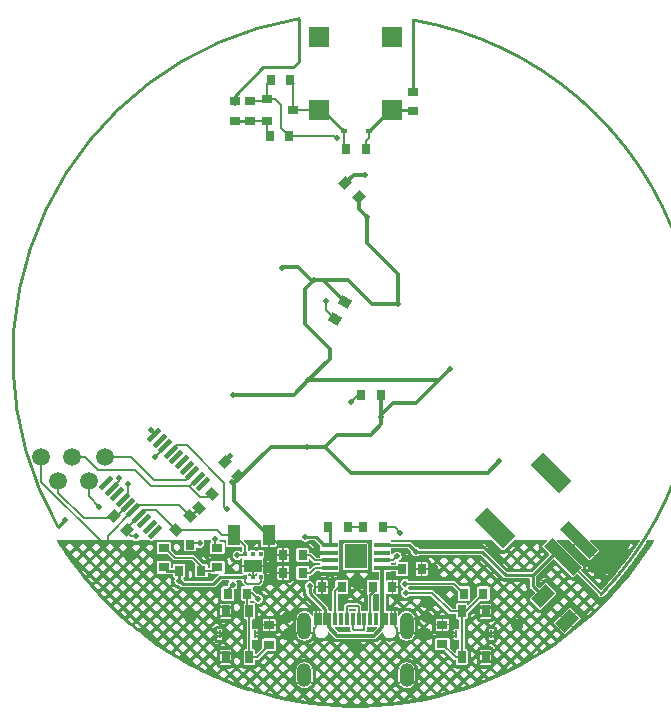
<source format=gbl>
G04 #@! TF.GenerationSoftware,KiCad,Pcbnew,9.0.5*
G04 #@! TF.CreationDate,2025-11-30T01:11:54+01:00*
G04 #@! TF.ProjectId,xmasCrystalBall,786d6173-4372-4797-9374-616c42616c6c,rev?*
G04 #@! TF.SameCoordinates,Original*
G04 #@! TF.FileFunction,Copper,L2,Bot*
G04 #@! TF.FilePolarity,Positive*
%FSLAX46Y46*%
G04 Gerber Fmt 4.6, Leading zero omitted, Abs format (unit mm)*
G04 Created by KiCad (PCBNEW 9.0.5) date 2025-11-30 01:11:54*
%MOMM*%
%LPD*%
G01*
G04 APERTURE LIST*
G04 Aperture macros list*
%AMRotRect*
0 Rectangle, with rotation*
0 The origin of the aperture is its center*
0 $1 length*
0 $2 width*
0 $3 Rotation angle, in degrees counterclockwise*
0 Add horizontal line*
21,1,$1,$2,0,0,$3*%
G04 Aperture macros list end*
G04 #@! TA.AperFunction,Conductor*
%ADD10C,0.256000*%
G04 #@! TD*
G04 #@! TA.AperFunction,SMDPad,CuDef*
%ADD11C,1.500000*%
G04 #@! TD*
G04 #@! TA.AperFunction,SMDPad,CuDef*
%ADD12RotRect,0.800000X0.950000X135.000000*%
G04 #@! TD*
G04 #@! TA.AperFunction,SMDPad,CuDef*
%ADD13R,0.800000X0.950000*%
G04 #@! TD*
G04 #@! TA.AperFunction,SMDPad,CuDef*
%ADD14R,0.800000X0.900000*%
G04 #@! TD*
G04 #@! TA.AperFunction,SMDPad,CuDef*
%ADD15RotRect,1.000000X3.500000X225.000000*%
G04 #@! TD*
G04 #@! TA.AperFunction,SMDPad,CuDef*
%ADD16RotRect,1.500000X3.400000X225.000000*%
G04 #@! TD*
G04 #@! TA.AperFunction,SMDPad,CuDef*
%ADD17RotRect,1.350000X0.400000X45.000000*%
G04 #@! TD*
G04 #@! TA.AperFunction,SMDPad,CuDef*
%ADD18R,0.950000X0.800000*%
G04 #@! TD*
G04 #@! TA.AperFunction,SMDPad,CuDef*
%ADD19RotRect,0.800000X0.950000X315.000000*%
G04 #@! TD*
G04 #@! TA.AperFunction,SMDPad,CuDef*
%ADD20R,1.125000X1.750000*%
G04 #@! TD*
G04 #@! TA.AperFunction,SMDPad,CuDef*
%ADD21RotRect,1.125000X1.750000X135.000000*%
G04 #@! TD*
G04 #@! TA.AperFunction,SMDPad,CuDef*
%ADD22R,0.590000X0.450000*%
G04 #@! TD*
G04 #@! TA.AperFunction,SMDPad,CuDef*
%ADD23R,0.300000X1.140000*%
G04 #@! TD*
G04 #@! TA.AperFunction,ComponentPad*
%ADD24O,1.200000X2.000000*%
G04 #@! TD*
G04 #@! TA.AperFunction,ComponentPad*
%ADD25O,1.200000X2.300000*%
G04 #@! TD*
G04 #@! TA.AperFunction,SMDPad,CuDef*
%ADD26RotRect,0.800000X0.950000X225.000000*%
G04 #@! TD*
G04 #@! TA.AperFunction,SMDPad,CuDef*
%ADD27R,1.400000X0.450000*%
G04 #@! TD*
G04 #@! TA.AperFunction,SMDPad,CuDef*
%ADD28R,1.880000X2.000000*%
G04 #@! TD*
G04 #@! TA.AperFunction,SMDPad,CuDef*
%ADD29R,0.700000X1.100000*%
G04 #@! TD*
G04 #@! TA.AperFunction,SMDPad,CuDef*
%ADD30R,0.250000X0.700000*%
G04 #@! TD*
G04 #@! TA.AperFunction,SMDPad,CuDef*
%ADD31R,0.300000X0.450000*%
G04 #@! TD*
G04 #@! TA.AperFunction,SMDPad,CuDef*
%ADD32R,1.600000X1.000000*%
G04 #@! TD*
G04 #@! TA.AperFunction,SMDPad,CuDef*
%ADD33R,0.900000X0.800000*%
G04 #@! TD*
G04 #@! TA.AperFunction,SMDPad,CuDef*
%ADD34RotRect,0.800000X0.950000X60.000000*%
G04 #@! TD*
G04 #@! TA.AperFunction,SMDPad,CuDef*
%ADD35R,1.800000X1.800000*%
G04 #@! TD*
G04 #@! TA.AperFunction,ViaPad*
%ADD36C,0.500000*%
G04 #@! TD*
G04 #@! TA.AperFunction,Conductor*
%ADD37C,0.200000*%
G04 #@! TD*
G04 #@! TA.AperFunction,Conductor*
%ADD38C,0.300000*%
G04 #@! TD*
G04 APERTURE END LIST*
D10*
X148751142Y-67193355D02*
G75*
G02*
X164650000Y-115800000I-4901142J-28506645D01*
G01*
X118650000Y-110100000D02*
G75*
G02*
X139046006Y-67076205I25200000J14400000D01*
G01*
D11*
X119850000Y-104200000D03*
X121250000Y-106200000D03*
D12*
X144133363Y-82183363D03*
X142966637Y-81016637D03*
D13*
X149450000Y-113650000D03*
X147800000Y-113650000D03*
X137725000Y-114000000D03*
X139375000Y-114000000D03*
D14*
X130800000Y-113800000D03*
X129850000Y-111600000D03*
X128900000Y-113800000D03*
D11*
X118650000Y-106200000D03*
D15*
X161374406Y-112638620D03*
X162788620Y-111224406D03*
D16*
X160384457Y-105496841D03*
X155646841Y-110234457D03*
D17*
X126885355Y-110551219D03*
X126425736Y-110091600D03*
X125966117Y-109631981D03*
X125506497Y-109172361D03*
X125046878Y-108712742D03*
X124587258Y-108253122D03*
X124127639Y-107793503D03*
X123668019Y-107333883D03*
X123208400Y-106874264D03*
X122748781Y-106414645D03*
X126814645Y-102348781D03*
X127274264Y-102808400D03*
X127733883Y-103268019D03*
X128193503Y-103727639D03*
X128653122Y-104187258D03*
X129112742Y-104646878D03*
X129572361Y-105106497D03*
X130031981Y-105566117D03*
X130491600Y-106025736D03*
X130951219Y-106485355D03*
D18*
X127600000Y-113525000D03*
X127600000Y-111875000D03*
D13*
X141525000Y-110100000D03*
X143175000Y-110100000D03*
D19*
X132766637Y-104616637D03*
X133933363Y-105783363D03*
D20*
X136512500Y-110800000D03*
X133587500Y-110800000D03*
D11*
X122650000Y-104200000D03*
D13*
X136675000Y-72300000D03*
X138325000Y-72300000D03*
D21*
X161784144Y-118034144D03*
X159715856Y-115965856D03*
D22*
X142845000Y-76600000D03*
X144955000Y-76600000D03*
D18*
X151200000Y-118375000D03*
X151200000Y-120025000D03*
D23*
X147200000Y-117890000D03*
X146400000Y-117890000D03*
X145100000Y-117890000D03*
X144100000Y-117890000D03*
X143600000Y-117890000D03*
X142600000Y-117890000D03*
X141300000Y-117890000D03*
X140500000Y-117890000D03*
X140800000Y-117890000D03*
X141600000Y-117890000D03*
X142100000Y-117890000D03*
X143100000Y-117890000D03*
X144600000Y-117890000D03*
X145600000Y-117890000D03*
X146100000Y-117890000D03*
X146900000Y-117890000D03*
D24*
X148175000Y-122660000D03*
D25*
X148175000Y-118480000D03*
D24*
X139525000Y-122660000D03*
D25*
X139525000Y-118480000D03*
D13*
X138250000Y-77000000D03*
X136600000Y-77000000D03*
D18*
X136550000Y-118425000D03*
X136550000Y-120075000D03*
D26*
X131733363Y-107316637D03*
X130566637Y-108483363D03*
D18*
X133650000Y-75725000D03*
X133650000Y-74075000D03*
D19*
X123366637Y-109216637D03*
X124533363Y-110383363D03*
D27*
X141650000Y-113575000D03*
X141650000Y-112925000D03*
X141650000Y-112275000D03*
X141650000Y-111625000D03*
X146050000Y-111625000D03*
X146050000Y-112275000D03*
X146050000Y-112925000D03*
X146050000Y-113575000D03*
D28*
X143850000Y-112600000D03*
D18*
X148750000Y-73275000D03*
X148750000Y-74925000D03*
D29*
X132850000Y-117250000D03*
X132850000Y-121150000D03*
X134850000Y-117250000D03*
X134850000Y-121150000D03*
D30*
X135350000Y-119200000D03*
X132350000Y-119200000D03*
D31*
X134500000Y-112425000D03*
X135150000Y-112425000D03*
X135800000Y-112425000D03*
X135800000Y-114375000D03*
X135150000Y-114375000D03*
X134500000Y-114375000D03*
D32*
X135150000Y-113400000D03*
D26*
X129833363Y-109216637D03*
X128666637Y-110383363D03*
D13*
X137725000Y-112500000D03*
X139375000Y-112500000D03*
D33*
X136350000Y-75750000D03*
X138550000Y-74800000D03*
X136350000Y-73850000D03*
D13*
X133025000Y-115750000D03*
X134675000Y-115750000D03*
X153025000Y-115750000D03*
X154675000Y-115750000D03*
X144487000Y-110096500D03*
X146137000Y-110096500D03*
D18*
X132150000Y-113525000D03*
X132150000Y-111875000D03*
X134950000Y-75725000D03*
X134950000Y-74075000D03*
D29*
X154850000Y-121150000D03*
X154850000Y-117250000D03*
X152850000Y-121150000D03*
X152850000Y-117250000D03*
D30*
X152350000Y-119200000D03*
X155350000Y-119200000D03*
D13*
X144350000Y-98900000D03*
X146000000Y-98900000D03*
X141025000Y-115200000D03*
X142675000Y-115200000D03*
D34*
X142137500Y-92514471D03*
X142962500Y-91085529D03*
D11*
X117250000Y-104200000D03*
D35*
X146925000Y-74775000D03*
X140775000Y-74775000D03*
X140775000Y-68625000D03*
X146925000Y-68625000D03*
D13*
X146975000Y-115200000D03*
X145325000Y-115200000D03*
X143075000Y-78100000D03*
X144725000Y-78100000D03*
D36*
X136750000Y-114500000D03*
X140350000Y-89200000D03*
X146025735Y-100775735D03*
X144050000Y-114900000D03*
X138550000Y-111700000D03*
X165750000Y-112900000D03*
X138100000Y-117700000D03*
X166250000Y-112400000D03*
X138100000Y-119200000D03*
X143850000Y-120200000D03*
X149850000Y-119200000D03*
X151872537Y-96721789D03*
X139847482Y-97699999D03*
X133350000Y-106283363D03*
X165150000Y-113500000D03*
X136750000Y-112500000D03*
X133450000Y-98900000D03*
X164550000Y-114000000D03*
X149850000Y-117700000D03*
X166550000Y-111600000D03*
X157550000Y-118400000D03*
X137650000Y-88200000D03*
X136750000Y-113500000D03*
X164550000Y-112900000D03*
X142250000Y-77200000D03*
X156005523Y-104564001D03*
X144850000Y-83900000D03*
X129850000Y-117700000D03*
X147450000Y-91200000D03*
X165150000Y-112400000D03*
X164050000Y-113500000D03*
X165650000Y-111900000D03*
X124750000Y-112500000D03*
X139750000Y-103300000D03*
X150350000Y-113650000D03*
X149850000Y-116500000D03*
X164850000Y-111600000D03*
X128900000Y-114650000D03*
X148950000Y-112200000D03*
X144650000Y-80300000D03*
X133250000Y-104100000D03*
X143450000Y-99500000D03*
X141344615Y-91009327D03*
X130650000Y-111500000D03*
X139950000Y-115100000D03*
X139600000Y-110950000D03*
X147650000Y-110600000D03*
X147340500Y-112590500D03*
X126850000Y-104151902D03*
X123850000Y-105950000D03*
X148100000Y-115700000D03*
X124600000Y-106450000D03*
X135600000Y-116200000D03*
X131950000Y-111100000D03*
X132950000Y-108600000D03*
X126550000Y-101900000D03*
X119250000Y-109500000D03*
X133850000Y-112500000D03*
X122150000Y-108400000D03*
X125250000Y-110900000D03*
X148050000Y-114900000D03*
X133450000Y-115003000D03*
D37*
X137000000Y-73850000D02*
X137550000Y-74400000D01*
X146025735Y-98925735D02*
X146000000Y-98900000D01*
D38*
X133450000Y-98900000D02*
X138647481Y-98900000D01*
D37*
X135150000Y-113400000D02*
X134150000Y-113400000D01*
X125046878Y-108712742D02*
X122850000Y-110909620D01*
D38*
X133350000Y-106283363D02*
X133550000Y-106483363D01*
D37*
X135150000Y-113400000D02*
X136650000Y-113400000D01*
X137212500Y-111500000D02*
X138350000Y-111500000D01*
X136350000Y-72625000D02*
X136675000Y-72300000D01*
X137750000Y-88100000D02*
X137650000Y-88200000D01*
D38*
X147450000Y-91200000D02*
X147450000Y-88700000D01*
D37*
X137550000Y-76300000D02*
X138250000Y-77000000D01*
D38*
X133350000Y-106283363D02*
X133666637Y-106283363D01*
X136450000Y-110800000D02*
X136512500Y-110800000D01*
D37*
X146025735Y-101400000D02*
X146025735Y-100624265D01*
X136350000Y-73850000D02*
X136350000Y-72625000D01*
X142050000Y-77000000D02*
X138250000Y-77000000D01*
D38*
X147450000Y-88700000D02*
X144850000Y-86100000D01*
D37*
X135150000Y-114375000D02*
X135150000Y-113400000D01*
D38*
X139550000Y-92900000D02*
X139550000Y-90000000D01*
X140350000Y-89200000D02*
X143250000Y-89200000D01*
X147050000Y-99600000D02*
X148994326Y-99600000D01*
D37*
X117250000Y-104300000D02*
X117250000Y-106300000D01*
D38*
X141250000Y-103300000D02*
X142250000Y-102300000D01*
X133666637Y-106283363D02*
X136650000Y-103300000D01*
D37*
X117250000Y-106300000D02*
X122350000Y-111400000D01*
D38*
X144133363Y-83183363D02*
X144133363Y-82183363D01*
D37*
X140350000Y-89200000D02*
X141076971Y-89200000D01*
X136512500Y-110800000D02*
X137212500Y-111500000D01*
D38*
X136650000Y-103300000D02*
X139750000Y-103300000D01*
X145125735Y-102300000D02*
X146025735Y-101400000D01*
D37*
X136350000Y-73850000D02*
X137000000Y-73850000D01*
D38*
X139750000Y-103300000D02*
X141250000Y-103300000D01*
D37*
X142250000Y-77200000D02*
X142050000Y-77000000D01*
X136650000Y-113400000D02*
X136750000Y-113500000D01*
D38*
X155069524Y-105500000D02*
X156005523Y-104564001D01*
X143450000Y-105500000D02*
X155069524Y-105500000D01*
X146025735Y-101400000D02*
X146025735Y-100775735D01*
X141650000Y-95000000D02*
X139550000Y-92900000D01*
X133550000Y-106483363D02*
X133550000Y-107900000D01*
X138950000Y-88100000D02*
X137750000Y-88100000D01*
D37*
X138350000Y-111500000D02*
X138550000Y-111700000D01*
D38*
X141650000Y-112275000D02*
X140675000Y-112275000D01*
D37*
X137550000Y-74400000D02*
X137550000Y-76300000D01*
D38*
X140675000Y-112275000D02*
X140650000Y-112300000D01*
X140350000Y-89200000D02*
X140050000Y-89200000D01*
D37*
X150894327Y-97699999D02*
X151872537Y-96721789D01*
X136175000Y-74025000D02*
X136350000Y-73850000D01*
D38*
X142250000Y-102300000D02*
X145125735Y-102300000D01*
X140050000Y-89200000D02*
X138950000Y-88100000D01*
X141076971Y-89200000D02*
X142962500Y-91085529D01*
X144850000Y-83900000D02*
X144133363Y-83183363D01*
X144850000Y-86100000D02*
X144850000Y-83900000D01*
X148994326Y-99600000D02*
X151872537Y-96721789D01*
X139847482Y-97699999D02*
X141650000Y-95897481D01*
D37*
X125506977Y-108252643D02*
X128869369Y-108252643D01*
D38*
X139550000Y-90000000D02*
X140350000Y-89200000D01*
D37*
X122850000Y-110909620D02*
X122850000Y-111400000D01*
D10*
X130566637Y-108483363D02*
X129833363Y-109216637D01*
D37*
X125046878Y-108712742D02*
X125506977Y-108252643D01*
D38*
X146025735Y-100775735D02*
X146025735Y-98925735D01*
D37*
X134950000Y-74025000D02*
X136175000Y-74025000D01*
D38*
X141250000Y-103300000D02*
X143450000Y-105500000D01*
X138647481Y-98900000D02*
X139847482Y-97699999D01*
X145250000Y-91200000D02*
X147450000Y-91200000D01*
D37*
X122350000Y-111400000D02*
X122550000Y-111400000D01*
D38*
X146025735Y-100624265D02*
X147050000Y-99600000D01*
X141650000Y-95897481D02*
X141650000Y-95000000D01*
D37*
X128869369Y-108252643D02*
X129833363Y-109216637D01*
D38*
X143250000Y-89200000D02*
X145250000Y-91200000D01*
X133550000Y-107900000D02*
X136450000Y-110800000D01*
X139847482Y-97699999D02*
X150894327Y-97699999D01*
D37*
X134500000Y-114375000D02*
X134500000Y-114750000D01*
X135800000Y-114750000D02*
X135800000Y-114375000D01*
D10*
X128900000Y-114650000D02*
X128950000Y-114700000D01*
X160674406Y-111838620D02*
X160674406Y-112375594D01*
X127875000Y-113800000D02*
X127600000Y-113525000D01*
X148375000Y-111625000D02*
X146050000Y-111625000D01*
D37*
X161570803Y-112719971D02*
X164650000Y-115799168D01*
X134500000Y-114750000D02*
X134650000Y-114900000D01*
X134650000Y-114900000D02*
X135650000Y-114900000D01*
D10*
X131800000Y-114950000D02*
X132375000Y-114375000D01*
X152450000Y-112200000D02*
X152250000Y-112200000D01*
X158850000Y-114200000D02*
X158850000Y-114600000D01*
X128900000Y-114650000D02*
X128900000Y-113800000D01*
X152250000Y-112200000D02*
X148950000Y-112200000D01*
X148750000Y-73275000D02*
X148750000Y-67194497D01*
X129200000Y-114950000D02*
X131800000Y-114950000D01*
X128950000Y-114700000D02*
X129200000Y-114950000D01*
X148750000Y-67194497D02*
X148751142Y-67193355D01*
X132375000Y-114375000D02*
X134500000Y-114375000D01*
X158850000Y-115100000D02*
X159715856Y-115965856D01*
X160674406Y-112375594D02*
X158850000Y-114200000D01*
X152250000Y-112200000D02*
X154550000Y-112200000D01*
X158850000Y-114200000D02*
X156550000Y-114200000D01*
D37*
X164650000Y-115799168D02*
X164650000Y-115800000D01*
D10*
X148950000Y-112200000D02*
X148375000Y-111625000D01*
X158850000Y-114600000D02*
X158850000Y-115100000D01*
D37*
X135650000Y-114900000D02*
X135800000Y-114750000D01*
D10*
X128900000Y-113800000D02*
X127875000Y-113800000D01*
X154550000Y-112200000D02*
X156550000Y-114200000D01*
D37*
X161374406Y-112638620D02*
G75*
G02*
X161570807Y-112719967I-6J-277780D01*
G01*
X132766637Y-104583363D02*
X132766637Y-104616637D01*
X141350000Y-91003942D02*
X141344615Y-91009327D01*
X133250000Y-104100000D02*
X132766637Y-104583363D01*
X141350000Y-91726971D02*
X141350000Y-91003942D01*
D38*
X144650000Y-80300000D02*
X143683274Y-80300000D01*
D37*
X144050000Y-98900000D02*
X143450000Y-99500000D01*
X129950000Y-111500000D02*
X129850000Y-111600000D01*
D38*
X143683274Y-80300000D02*
X142966637Y-81016637D01*
D37*
X144350000Y-98900000D02*
X144050000Y-98900000D01*
X130650000Y-111500000D02*
X129950000Y-111500000D01*
X142137500Y-92514471D02*
X141350000Y-91726971D01*
D38*
X146100000Y-117890000D02*
X146100000Y-118610051D01*
D10*
X141147000Y-111625000D02*
X141650000Y-111625000D01*
D38*
X145410051Y-119300000D02*
X142289949Y-119300000D01*
X146125000Y-113650000D02*
X146125000Y-117865000D01*
X146050000Y-113575000D02*
X147725000Y-113575000D01*
D10*
X139950000Y-115100000D02*
X139950000Y-115700000D01*
D38*
X146100000Y-118610051D02*
X145410051Y-119300000D01*
X146125000Y-117865000D02*
X146100000Y-117890000D01*
D10*
X141300000Y-117050000D02*
X141300000Y-117890000D01*
D38*
X141600000Y-118610051D02*
X141600000Y-117890000D01*
D10*
X139950000Y-115700000D02*
X141300000Y-117050000D01*
X139600000Y-110950000D02*
X140500000Y-110950000D01*
X140500000Y-110950000D02*
X141175000Y-111625000D01*
D38*
X147725000Y-113575000D02*
X147800000Y-113650000D01*
X146050000Y-113575000D02*
X146125000Y-113650000D01*
X142289949Y-119300000D02*
X141600000Y-118610051D01*
D10*
X141650000Y-110150000D02*
X141600000Y-110100000D01*
X141175000Y-111625000D02*
X141650000Y-111625000D01*
X141650000Y-111625000D02*
X141650000Y-110150000D01*
D37*
X142100000Y-115550000D02*
X142450000Y-115200000D01*
X142450000Y-115200000D02*
X142675000Y-115200000D01*
X142100000Y-115550000D02*
X142100000Y-117890000D01*
X143100000Y-116850000D02*
X143100000Y-117890000D01*
X144100000Y-116850000D02*
X144050000Y-116800000D01*
X143150000Y-116800000D02*
X143100000Y-116850000D01*
X144100000Y-117890000D02*
X144100000Y-116850000D01*
X144050000Y-116800000D02*
X143150000Y-116800000D01*
X143690000Y-118800000D02*
X143600000Y-118710000D01*
X143600000Y-118710000D02*
X143600000Y-117890000D01*
X144600000Y-118750000D02*
X144550000Y-118800000D01*
X144550000Y-118800000D02*
X143690000Y-118800000D01*
X144600000Y-117890000D02*
X144600000Y-118750000D01*
X145100000Y-117890000D02*
X145100000Y-115775000D01*
D10*
X145100000Y-115775000D02*
X145375000Y-115500000D01*
D37*
X140400000Y-112925000D02*
X139975000Y-112500000D01*
X139975000Y-112500000D02*
X139375000Y-112500000D01*
X141650000Y-112925000D02*
X140400000Y-112925000D01*
X141650000Y-113575000D02*
X140425000Y-113575000D01*
X140000000Y-114000000D02*
X139375000Y-114000000D01*
X140425000Y-113575000D02*
X140000000Y-114000000D01*
X146393000Y-110100000D02*
X146221500Y-109928500D01*
X147006000Y-112925000D02*
X146050000Y-112925000D01*
X146221500Y-109928500D02*
X146221500Y-110096500D01*
X147340500Y-112590500D02*
X147006000Y-112925000D01*
X147150000Y-110100000D02*
X146393000Y-110100000D01*
X147650000Y-110600000D02*
X147150000Y-110100000D01*
D10*
X144568000Y-110100000D02*
X144571500Y-110096500D01*
D37*
X143250000Y-110100000D02*
X144568000Y-110100000D01*
X126850000Y-104151902D02*
X127733883Y-103268019D01*
D10*
X146780000Y-74775000D02*
X144955000Y-76600000D01*
X148600000Y-74775000D02*
X148750000Y-74925000D01*
X144650000Y-77950000D02*
X144750000Y-78050000D01*
X146925000Y-74775000D02*
X148600000Y-74775000D01*
D37*
X144725000Y-78100000D02*
X144725000Y-77425000D01*
D10*
X146950000Y-74800000D02*
X146925000Y-74775000D01*
X146925000Y-74775000D02*
X146780000Y-74775000D01*
D37*
X144955000Y-77195000D02*
X144955000Y-76600000D01*
X144725000Y-77425000D02*
X144955000Y-77195000D01*
X138550000Y-74800000D02*
X138550000Y-72525000D01*
D10*
X140775000Y-74775000D02*
X141020000Y-74775000D01*
X138550000Y-72525000D02*
X138325000Y-72300000D01*
X140750000Y-74800000D02*
X140775000Y-74775000D01*
X141020000Y-74775000D02*
X142845000Y-76600000D01*
D37*
X142845000Y-76600000D02*
X142845000Y-77795000D01*
D10*
X142845000Y-77795000D02*
X143100000Y-78050000D01*
D37*
X138550000Y-74800000D02*
X140750000Y-74800000D01*
X140750000Y-74800000D02*
X140750000Y-75475736D01*
D10*
X135025000Y-75750000D02*
X134950000Y-75675000D01*
X133650000Y-75725000D02*
X134950000Y-75725000D01*
D37*
X136350000Y-75750000D02*
X136350000Y-76750000D01*
X136350000Y-75750000D02*
X135025000Y-75750000D01*
X136350000Y-76750000D02*
X136600000Y-77000000D01*
X148100000Y-115700000D02*
X150350000Y-115700000D01*
X154675000Y-115425000D02*
X154675000Y-115750000D01*
X152850000Y-121150000D02*
X152325000Y-121150000D01*
X123850000Y-106232664D02*
X123208400Y-106874264D01*
X123850000Y-105950000D02*
X123850000Y-106232664D01*
X151900000Y-117250000D02*
X152850000Y-117250000D01*
X150350000Y-115700000D02*
X151900000Y-117250000D01*
X153175000Y-117250000D02*
X154675000Y-115750000D01*
X152850000Y-117250000D02*
X153175000Y-117250000D01*
X152325000Y-121150000D02*
X151200000Y-120025000D01*
X152850000Y-117250000D02*
X152850000Y-121150000D01*
X124600000Y-107321142D02*
X124600000Y-106450000D01*
X135600000Y-116200000D02*
X135100000Y-115700000D01*
X134725000Y-115700000D02*
X134675000Y-115750000D01*
X134675000Y-115750000D02*
X134675000Y-117075000D01*
X135100000Y-115700000D02*
X134725000Y-115700000D01*
X135475000Y-121150000D02*
X134850000Y-121150000D01*
X124127639Y-107793503D02*
X124600000Y-107321142D01*
X134675000Y-117075000D02*
X134850000Y-117250000D01*
X134850000Y-117250000D02*
X134850000Y-121150000D01*
X136550000Y-120075000D02*
X135475000Y-121150000D01*
X128550000Y-112700000D02*
X130050000Y-112700000D01*
X130800000Y-113800000D02*
X131875000Y-113800000D01*
X130050000Y-112700000D02*
X130800000Y-113450000D01*
X131875000Y-113800000D02*
X132150000Y-113525000D01*
X127725000Y-111875000D02*
X128550000Y-112700000D01*
X130800000Y-113450000D02*
X130800000Y-113800000D01*
X127600000Y-111875000D02*
X127725000Y-111875000D01*
X131950000Y-111675000D02*
X132150000Y-111875000D01*
X132750000Y-106400000D02*
X132750000Y-108400000D01*
X128721142Y-103200000D02*
X129550000Y-103200000D01*
X132750000Y-108400000D02*
X132950000Y-108600000D01*
X129550000Y-103200000D02*
X132750000Y-106400000D01*
X131950000Y-111100000D02*
X131950000Y-111675000D01*
X128193503Y-103727639D02*
X128721142Y-103200000D01*
D10*
X139050000Y-70700000D02*
X139050000Y-67096176D01*
D37*
X126814645Y-102348781D02*
X126814645Y-102164645D01*
D10*
X119250000Y-109500000D02*
X118650000Y-110100000D01*
X136050000Y-71200000D02*
X138550000Y-71200000D01*
X133650000Y-74075000D02*
X133650000Y-73600000D01*
X138550000Y-71200000D02*
X139050000Y-70700000D01*
X133650000Y-73600000D02*
X136050000Y-71200000D01*
D37*
X133650000Y-74075000D02*
X133650000Y-74375000D01*
X126814645Y-102164645D02*
X126550000Y-101900000D01*
X118650000Y-107200000D02*
X120816637Y-109366637D01*
X120816637Y-109366637D02*
X123473743Y-109366637D01*
X118650000Y-106700000D02*
X118650000Y-107200000D01*
X123473743Y-109366637D02*
X124587258Y-108253122D01*
X129850000Y-106667336D02*
X129850000Y-106764410D01*
X125150000Y-105300000D02*
X126517336Y-106667336D01*
X131450520Y-107599480D02*
X131733363Y-107316637D01*
X129850000Y-106764410D02*
X130685070Y-107599480D01*
X122050000Y-105300000D02*
X125150000Y-105300000D01*
X130685070Y-107599480D02*
X131450520Y-107599480D01*
X120150000Y-104200000D02*
X120950000Y-104200000D01*
X126517336Y-106667336D02*
X129850000Y-106667336D01*
X120950000Y-104200000D02*
X122050000Y-105300000D01*
X129850000Y-106667336D02*
X130491600Y-106025736D01*
X129498098Y-106100000D02*
X130031981Y-105566117D01*
X123250000Y-104200000D02*
X124850000Y-104200000D01*
X124850000Y-104200000D02*
X126750000Y-106100000D01*
X126750000Y-106100000D02*
X129498098Y-106100000D01*
X126962263Y-108712263D02*
X128633363Y-110383363D01*
X133350000Y-115100000D02*
X133447000Y-115003000D01*
X133025000Y-115750000D02*
X133025000Y-115425000D01*
X121250000Y-106300000D02*
X121250000Y-107500000D01*
X133025000Y-115425000D02*
X133350000Y-115100000D01*
X124800000Y-110900000D02*
X125350000Y-110900000D01*
X133587500Y-110800000D02*
X132566726Y-110800000D01*
X128666637Y-110383363D02*
X132150089Y-110383363D01*
X133447000Y-115003000D02*
X133450000Y-115003000D01*
X128633363Y-110383363D02*
X128666637Y-110383363D01*
X124433363Y-110533363D02*
X124800000Y-110900000D01*
X134425000Y-112500000D02*
X134500000Y-112425000D01*
D10*
X152850000Y-115925000D02*
X153025000Y-115750000D01*
D37*
X152175000Y-114900000D02*
X153025000Y-115750000D01*
X125966595Y-108712263D02*
X126962263Y-108712263D01*
X132150089Y-110383363D02*
X132566726Y-110800000D01*
X134500000Y-111712500D02*
X134500000Y-112425000D01*
X148050000Y-114900000D02*
X152175000Y-114900000D01*
X124433363Y-110533363D02*
X124433363Y-110245495D01*
X133587500Y-110800000D02*
X134500000Y-111712500D01*
X124433363Y-110245495D02*
X125506497Y-109172361D01*
X133850000Y-112500000D02*
X134425000Y-112500000D01*
X121250000Y-107500000D02*
X122150000Y-108400000D01*
X125506497Y-109172361D02*
X125966595Y-108712263D01*
G04 #@! TA.AperFunction,Conductor*
G36*
X125001912Y-111218306D02*
G01*
X125004081Y-111220475D01*
X125004085Y-111220478D01*
X125004087Y-111220480D01*
X125090686Y-111270478D01*
X125095413Y-111273207D01*
X125095416Y-111273208D01*
X125157745Y-111289908D01*
X125197273Y-111300500D01*
X125197274Y-111300500D01*
X125302726Y-111300500D01*
X125302727Y-111300500D01*
X125404587Y-111273207D01*
X125495913Y-111220480D01*
X125495918Y-111220475D01*
X125498088Y-111218306D01*
X125542282Y-111200000D01*
X126373342Y-111200000D01*
X126417536Y-111218306D01*
X126468203Y-111268973D01*
X126499731Y-111290040D01*
X126549479Y-111299935D01*
X126599227Y-111290040D01*
X126630756Y-111268973D01*
X126681423Y-111218306D01*
X126725617Y-111200000D01*
X129260000Y-111200000D01*
X129304194Y-111218306D01*
X129322500Y-111262500D01*
X129322500Y-112062558D01*
X129324478Y-112072500D01*
X129329898Y-112099748D01*
X129329898Y-112099749D01*
X129358077Y-112141922D01*
X129377110Y-112154639D01*
X129400252Y-112170102D01*
X129437442Y-112177500D01*
X129437443Y-112177500D01*
X130262557Y-112177500D01*
X130262558Y-112177500D01*
X130299748Y-112170102D01*
X130341922Y-112141922D01*
X130370102Y-112099748D01*
X130377500Y-112062558D01*
X130377500Y-111913383D01*
X130395806Y-111869189D01*
X130440000Y-111850883D01*
X130471248Y-111859255D01*
X130488454Y-111869189D01*
X130495413Y-111873207D01*
X130495416Y-111873208D01*
X130531756Y-111882945D01*
X130597273Y-111900500D01*
X130597274Y-111900500D01*
X130702726Y-111900500D01*
X130702727Y-111900500D01*
X130804587Y-111873207D01*
X130895913Y-111820480D01*
X130970480Y-111745913D01*
X131023207Y-111654587D01*
X131050500Y-111552727D01*
X131050500Y-111447273D01*
X131033298Y-111383074D01*
X131023208Y-111345416D01*
X131023207Y-111345413D01*
X131005190Y-111314207D01*
X130993378Y-111293749D01*
X130987136Y-111246324D01*
X131016256Y-111208373D01*
X131047506Y-111200000D01*
X131514209Y-111200000D01*
X131558403Y-111218306D01*
X131574578Y-111246322D01*
X131576659Y-111254087D01*
X131576793Y-111254587D01*
X131602806Y-111299643D01*
X131609049Y-111347070D01*
X131586811Y-111378106D01*
X131587430Y-111378725D01*
X131583684Y-111382470D01*
X131583409Y-111382855D01*
X131583080Y-111383074D01*
X131583078Y-111383076D01*
X131554898Y-111425250D01*
X131554898Y-111425251D01*
X131550519Y-111447266D01*
X131547500Y-111462442D01*
X131547500Y-112287558D01*
X131552834Y-112314371D01*
X131554898Y-112324748D01*
X131554898Y-112324749D01*
X131583077Y-112366922D01*
X131611257Y-112385750D01*
X131625252Y-112395102D01*
X131662442Y-112402500D01*
X131662443Y-112402500D01*
X132637557Y-112402500D01*
X132637558Y-112402500D01*
X132674748Y-112395102D01*
X132716922Y-112366922D01*
X132745102Y-112324748D01*
X132752500Y-112287558D01*
X132752500Y-111462442D01*
X132745102Y-111425252D01*
X132745101Y-111425250D01*
X132716922Y-111383077D01*
X132674748Y-111354898D01*
X132637558Y-111347500D01*
X132637557Y-111347500D01*
X132377817Y-111347500D01*
X132333623Y-111329194D01*
X132315317Y-111285000D01*
X132322370Y-111258674D01*
X132321639Y-111258372D01*
X132323201Y-111254596D01*
X132323207Y-111254587D01*
X132325421Y-111246323D01*
X132354540Y-111208374D01*
X132385791Y-111200000D01*
X132835000Y-111200000D01*
X132879194Y-111218306D01*
X132897500Y-111262500D01*
X132897500Y-111687558D01*
X132901324Y-111706783D01*
X132904898Y-111724748D01*
X132904898Y-111724749D01*
X132933077Y-111766922D01*
X132950067Y-111778274D01*
X132975252Y-111795102D01*
X133012442Y-111802500D01*
X133012443Y-111802500D01*
X134162557Y-111802500D01*
X134162558Y-111802500D01*
X134197806Y-111795488D01*
X134244722Y-111804820D01*
X134271299Y-111844593D01*
X134272500Y-111856787D01*
X134272500Y-112067768D01*
X134258697Y-112101089D01*
X134261498Y-112102961D01*
X134258079Y-112108077D01*
X134258078Y-112108078D01*
X134246515Y-112125381D01*
X134229897Y-112150252D01*
X134225624Y-112171737D01*
X134199047Y-112211510D01*
X134152131Y-112220842D01*
X134120131Y-112203737D01*
X134095918Y-112179524D01*
X134095914Y-112179521D01*
X134095913Y-112179520D01*
X134031836Y-112142525D01*
X134004586Y-112126792D01*
X134004583Y-112126791D01*
X133902733Y-112099501D01*
X133902728Y-112099500D01*
X133902727Y-112099500D01*
X133797273Y-112099500D01*
X133797272Y-112099500D01*
X133797266Y-112099501D01*
X133695416Y-112126791D01*
X133695413Y-112126792D01*
X133604085Y-112179521D01*
X133604081Y-112179524D01*
X133529524Y-112254081D01*
X133529521Y-112254085D01*
X133476792Y-112345413D01*
X133476791Y-112345416D01*
X133449501Y-112447266D01*
X133449500Y-112447274D01*
X133449500Y-112552725D01*
X133449501Y-112552733D01*
X133476791Y-112654583D01*
X133476792Y-112654586D01*
X133491000Y-112679194D01*
X133529458Y-112745806D01*
X133529521Y-112745914D01*
X133529524Y-112745918D01*
X133604081Y-112820475D01*
X133604085Y-112820478D01*
X133604087Y-112820480D01*
X133676011Y-112862005D01*
X133695413Y-112873207D01*
X133695416Y-112873208D01*
X133719888Y-112879765D01*
X133797273Y-112900500D01*
X133797274Y-112900500D01*
X133902726Y-112900500D01*
X133902727Y-112900500D01*
X134004587Y-112873207D01*
X134095913Y-112820480D01*
X134124870Y-112791523D01*
X134170588Y-112745806D01*
X134214782Y-112727500D01*
X134217768Y-112727500D01*
X134251088Y-112741302D01*
X134252960Y-112738502D01*
X134259536Y-112742896D01*
X134261296Y-112745530D01*
X134261962Y-112745806D01*
X134262431Y-112746275D01*
X134262049Y-112746656D01*
X134286112Y-112782670D01*
X134276780Y-112829586D01*
X134255803Y-112860979D01*
X134255801Y-112860983D01*
X134250000Y-112890150D01*
X134250000Y-113909844D01*
X134250001Y-113909845D01*
X134255802Y-113939018D01*
X134255802Y-113939019D01*
X134276779Y-113970414D01*
X134286111Y-114017330D01*
X134262049Y-114053344D01*
X134262430Y-114053725D01*
X134260517Y-114055637D01*
X134259541Y-114057099D01*
X134258078Y-114058076D01*
X134235597Y-114091723D01*
X134195823Y-114118299D01*
X134183630Y-114119500D01*
X132765233Y-114119500D01*
X132721039Y-114101194D01*
X132702733Y-114057000D01*
X132716409Y-114023983D01*
X132713502Y-114022041D01*
X132745101Y-113974749D01*
X132745102Y-113974748D01*
X132752500Y-113937558D01*
X132752500Y-113526269D01*
X133428123Y-113526269D01*
X133723354Y-113821500D01*
X133842830Y-113821500D01*
X133952000Y-113712329D01*
X133952000Y-113340210D01*
X133810290Y-113198500D01*
X133787516Y-113198500D01*
X133783431Y-113198366D01*
X133772132Y-113197626D01*
X133768062Y-113197226D01*
X133758434Y-113195958D01*
X133428123Y-113526269D01*
X132752500Y-113526269D01*
X132752500Y-113112442D01*
X132745102Y-113075252D01*
X132745101Y-113075250D01*
X132716922Y-113033077D01*
X132674748Y-113004898D01*
X132664498Y-113002859D01*
X132637558Y-112997500D01*
X131662442Y-112997500D01*
X131643847Y-113001199D01*
X131625251Y-113004898D01*
X131625250Y-113004898D01*
X131583077Y-113033077D01*
X131554898Y-113075250D01*
X131554898Y-113075251D01*
X131547500Y-113112442D01*
X131547500Y-113510000D01*
X131529194Y-113554194D01*
X131485000Y-113572500D01*
X131390000Y-113572500D01*
X131345806Y-113554194D01*
X131327500Y-113510000D01*
X131327500Y-113337442D01*
X131320102Y-113300252D01*
X131320101Y-113300250D01*
X131291922Y-113258077D01*
X131249748Y-113229898D01*
X131212558Y-113222500D01*
X131212557Y-113222500D01*
X130920121Y-113222500D01*
X130875927Y-113204194D01*
X130405290Y-112733557D01*
X130826724Y-112733557D01*
X131017667Y-112924500D01*
X131219877Y-112924500D01*
X131222945Y-112924575D01*
X131231430Y-112924992D01*
X131234490Y-112925218D01*
X131249054Y-112926653D01*
X131252095Y-112927028D01*
X131260496Y-112928274D01*
X131263520Y-112928799D01*
X131281404Y-112932356D01*
X131211053Y-112862005D01*
X132961016Y-112862005D01*
X133001022Y-112921878D01*
X133004174Y-112927137D01*
X133012188Y-112942129D01*
X133014812Y-112947677D01*
X133026027Y-112974755D01*
X133028092Y-112980526D01*
X133033026Y-112996789D01*
X133034517Y-113002741D01*
X133046201Y-113061480D01*
X133046726Y-113064504D01*
X133047972Y-113072905D01*
X133048347Y-113075946D01*
X133049782Y-113090510D01*
X133050008Y-113093570D01*
X133050425Y-113102055D01*
X133050500Y-113105123D01*
X133050500Y-113148646D01*
X133217406Y-113315552D01*
X133454653Y-113078305D01*
X133446637Y-113073677D01*
X133443165Y-113071517D01*
X133433751Y-113065227D01*
X133430431Y-113062849D01*
X133414944Y-113050968D01*
X133411776Y-113048369D01*
X133403256Y-113040897D01*
X133400272Y-113038101D01*
X133311899Y-112949728D01*
X133309103Y-112946744D01*
X133301631Y-112938224D01*
X133299032Y-112935056D01*
X133287151Y-112919569D01*
X133284773Y-112916249D01*
X133278483Y-112906835D01*
X133276324Y-112903363D01*
X133213837Y-112795134D01*
X133211907Y-112791523D01*
X133206897Y-112781362D01*
X133205209Y-112777638D01*
X133197740Y-112759604D01*
X133196302Y-112755782D01*
X133192661Y-112745058D01*
X133191473Y-112741141D01*
X133168314Y-112654708D01*
X132961016Y-112862005D01*
X131211053Y-112862005D01*
X130954664Y-112605616D01*
X130826724Y-112733557D01*
X130405290Y-112733557D01*
X130178869Y-112507136D01*
X130178864Y-112507132D01*
X130095255Y-112472500D01*
X130095253Y-112472500D01*
X128670121Y-112472500D01*
X128625927Y-112454194D01*
X128566632Y-112394899D01*
X131165382Y-112394899D01*
X131503329Y-112732846D01*
X131524755Y-112723973D01*
X131530526Y-112721908D01*
X131546789Y-112716974D01*
X131552739Y-112715483D01*
X131555228Y-112714987D01*
X131580231Y-112689985D01*
X131552741Y-112684517D01*
X131546789Y-112683026D01*
X131530526Y-112678092D01*
X131524755Y-112676027D01*
X131497677Y-112664812D01*
X131492129Y-112662188D01*
X131477137Y-112654174D01*
X131471878Y-112651022D01*
X131405333Y-112606558D01*
X131400408Y-112602905D01*
X131387268Y-112592122D01*
X131382722Y-112588002D01*
X131361998Y-112567278D01*
X131357878Y-112562732D01*
X131347095Y-112549592D01*
X131343442Y-112544667D01*
X131298978Y-112478122D01*
X131295826Y-112472863D01*
X131287812Y-112457871D01*
X131285188Y-112452323D01*
X131273973Y-112425245D01*
X131271908Y-112419474D01*
X131266974Y-112403211D01*
X131265483Y-112397259D01*
X131253799Y-112338520D01*
X131253274Y-112335496D01*
X131252028Y-112327095D01*
X131251653Y-112324054D01*
X131250269Y-112310011D01*
X131165382Y-112394899D01*
X128566632Y-112394899D01*
X128220806Y-112049073D01*
X128202500Y-112004879D01*
X128202500Y-111665669D01*
X128500500Y-111665669D01*
X128500500Y-111907333D01*
X128734636Y-112141469D01*
X129024500Y-111851605D01*
X129024500Y-111806823D01*
X128780177Y-111562500D01*
X128603669Y-111562500D01*
X128500500Y-111665669D01*
X128202500Y-111665669D01*
X128202500Y-111462442D01*
X128195102Y-111425252D01*
X128195101Y-111425250D01*
X128166922Y-111383077D01*
X128124748Y-111354898D01*
X128087558Y-111347500D01*
X127112442Y-111347500D01*
X127098618Y-111350250D01*
X127075251Y-111354898D01*
X127075250Y-111354898D01*
X127033077Y-111383077D01*
X127004898Y-111425250D01*
X127004898Y-111425251D01*
X127000519Y-111447266D01*
X126997500Y-111462442D01*
X126997500Y-112287558D01*
X127002834Y-112314371D01*
X127004898Y-112324748D01*
X127004898Y-112324749D01*
X127033077Y-112366922D01*
X127061257Y-112385750D01*
X127075252Y-112395102D01*
X127112442Y-112402500D01*
X127904879Y-112402500D01*
X127949073Y-112420806D01*
X128357135Y-112828868D01*
X128421132Y-112892865D01*
X128421133Y-112892865D01*
X128421135Y-112892867D01*
X128504744Y-112927499D01*
X128504747Y-112927500D01*
X129929879Y-112927500D01*
X129974073Y-112945806D01*
X130264609Y-113236342D01*
X130282915Y-113280536D01*
X130280228Y-113294041D01*
X130281099Y-113294215D01*
X130279898Y-113300251D01*
X130279898Y-113300252D01*
X130272500Y-113337442D01*
X130272500Y-114262558D01*
X130277467Y-114287525D01*
X130279898Y-114299748D01*
X130279898Y-114299749D01*
X130308077Y-114341922D01*
X130334545Y-114359607D01*
X130350252Y-114370102D01*
X130387442Y-114377500D01*
X130387443Y-114377500D01*
X131212557Y-114377500D01*
X131212558Y-114377500D01*
X131249748Y-114370102D01*
X131291922Y-114341922D01*
X131320102Y-114299748D01*
X131327500Y-114262558D01*
X131327500Y-114090000D01*
X131345806Y-114045806D01*
X131390000Y-114027500D01*
X131579949Y-114027500D01*
X131614672Y-114038033D01*
X131620443Y-114041888D01*
X131625252Y-114045102D01*
X131662442Y-114052500D01*
X131662443Y-114052500D01*
X132185280Y-114052500D01*
X132229474Y-114070806D01*
X132247780Y-114115000D01*
X132229473Y-114159194D01*
X131964845Y-114423824D01*
X131712475Y-114676194D01*
X131668281Y-114694500D01*
X129363000Y-114694500D01*
X129318806Y-114676194D01*
X129300500Y-114632000D01*
X129300500Y-114597274D01*
X129300498Y-114597266D01*
X129298958Y-114591520D01*
X129281615Y-114526791D01*
X129273208Y-114495416D01*
X129273207Y-114495413D01*
X129267108Y-114484849D01*
X129259255Y-114471248D01*
X129253013Y-114423824D01*
X129282133Y-114385873D01*
X129309572Y-114378520D01*
X129309502Y-114377801D01*
X129312556Y-114377500D01*
X129312558Y-114377500D01*
X129349748Y-114370102D01*
X129391922Y-114341922D01*
X129393449Y-114339636D01*
X129716006Y-114339636D01*
X129772870Y-114396500D01*
X129873718Y-114396500D01*
X129976160Y-114294056D01*
X129975218Y-114284490D01*
X129974992Y-114281430D01*
X129974575Y-114272945D01*
X129974500Y-114269877D01*
X129974500Y-113888194D01*
X129823294Y-113736988D01*
X129725500Y-113834782D01*
X129725500Y-114269877D01*
X129725425Y-114272945D01*
X129725008Y-114281430D01*
X129724782Y-114284490D01*
X129723347Y-114299054D01*
X129722972Y-114302095D01*
X129721726Y-114310496D01*
X129721201Y-114313520D01*
X129716006Y-114339636D01*
X129393449Y-114339636D01*
X129420102Y-114299748D01*
X129427500Y-114262558D01*
X129427500Y-113337442D01*
X129420102Y-113300252D01*
X129420101Y-113300250D01*
X129391922Y-113258077D01*
X129349748Y-113229898D01*
X129312558Y-113222500D01*
X128487442Y-113222500D01*
X128468847Y-113226199D01*
X128450251Y-113229898D01*
X128450250Y-113229898D01*
X128408077Y-113258077D01*
X128379898Y-113300250D01*
X128379898Y-113300251D01*
X128372500Y-113337442D01*
X128372500Y-113482000D01*
X128354194Y-113526194D01*
X128310000Y-113544500D01*
X128265000Y-113544500D01*
X128220806Y-113526194D01*
X128202500Y-113482000D01*
X128202500Y-113112442D01*
X128200434Y-113102055D01*
X128195102Y-113075252D01*
X128195101Y-113075250D01*
X128166922Y-113033077D01*
X128124748Y-113004898D01*
X128114498Y-113002859D01*
X128087558Y-112997500D01*
X127112442Y-112997500D01*
X127093847Y-113001199D01*
X127075251Y-113004898D01*
X127075250Y-113004898D01*
X127033077Y-113033077D01*
X127004898Y-113075250D01*
X127004898Y-113075251D01*
X126999397Y-113102905D01*
X126997500Y-113112442D01*
X126997500Y-113937558D01*
X126997791Y-113939019D01*
X127004898Y-113974748D01*
X127004898Y-113974749D01*
X127033077Y-114016922D01*
X127061257Y-114035750D01*
X127075252Y-114045102D01*
X127112442Y-114052500D01*
X127804504Y-114052500D01*
X127817967Y-114055177D01*
X127818142Y-114054299D01*
X127824177Y-114055499D01*
X127824178Y-114055500D01*
X128310000Y-114055500D01*
X128354194Y-114073806D01*
X128372500Y-114118000D01*
X128372500Y-114262558D01*
X128377467Y-114287525D01*
X128379898Y-114299748D01*
X128379898Y-114299749D01*
X128408077Y-114341922D01*
X128434545Y-114359607D01*
X128450252Y-114370102D01*
X128487442Y-114377500D01*
X128487443Y-114377500D01*
X128490498Y-114377801D01*
X128490374Y-114379056D01*
X128530811Y-114395806D01*
X128549117Y-114440000D01*
X128540744Y-114471248D01*
X128539468Y-114473460D01*
X128526792Y-114495413D01*
X128526791Y-114495416D01*
X128499501Y-114597266D01*
X128499500Y-114597274D01*
X128499500Y-114702725D01*
X128499501Y-114702733D01*
X128526791Y-114804583D01*
X128526792Y-114804586D01*
X128541054Y-114829288D01*
X128579026Y-114895058D01*
X128579521Y-114895914D01*
X128579524Y-114895918D01*
X128654081Y-114970475D01*
X128654085Y-114970478D01*
X128654087Y-114970480D01*
X128695118Y-114994169D01*
X128745413Y-115023207D01*
X128745416Y-115023208D01*
X128766540Y-115028868D01*
X128847273Y-115050500D01*
X128913281Y-115050500D01*
X128957475Y-115068806D01*
X128979828Y-115091159D01*
X128979841Y-115091174D01*
X129017861Y-115129193D01*
X129055271Y-115166603D01*
X129055272Y-115166603D01*
X129055274Y-115166605D01*
X129121667Y-115194106D01*
X129121672Y-115194107D01*
X129149177Y-115205500D01*
X131850823Y-115205500D01*
X131868038Y-115198369D01*
X131878326Y-115194108D01*
X131878327Y-115194107D01*
X131892827Y-115188101D01*
X131944729Y-115166603D01*
X132016603Y-115094729D01*
X132016603Y-115094728D01*
X132025391Y-115085940D01*
X132025392Y-115085937D01*
X132462526Y-114648806D01*
X132506720Y-114630500D01*
X133105218Y-114630500D01*
X133149412Y-114648806D01*
X133167718Y-114693000D01*
X133149412Y-114737194D01*
X133129524Y-114757081D01*
X133129521Y-114757085D01*
X133076792Y-114848413D01*
X133076791Y-114848416D01*
X133049501Y-114950266D01*
X133049500Y-114950274D01*
X133049500Y-115052878D01*
X133031195Y-115097071D01*
X132999074Y-115129193D01*
X132954880Y-115147500D01*
X132612442Y-115147500D01*
X132595737Y-115150823D01*
X132575251Y-115154898D01*
X132575250Y-115154898D01*
X132533077Y-115183077D01*
X132504898Y-115225250D01*
X132504898Y-115225251D01*
X132501023Y-115244730D01*
X132497500Y-115262442D01*
X132497500Y-116237558D01*
X132500519Y-116252733D01*
X132504898Y-116274748D01*
X132504898Y-116274749D01*
X132533077Y-116316922D01*
X132554593Y-116331298D01*
X132575252Y-116345102D01*
X132612442Y-116352500D01*
X132612443Y-116352500D01*
X133437557Y-116352500D01*
X133437558Y-116352500D01*
X133474748Y-116345102D01*
X133516922Y-116316922D01*
X133545102Y-116274748D01*
X133552500Y-116237558D01*
X133552500Y-115438121D01*
X133570806Y-115393927D01*
X133598825Y-115377750D01*
X133604587Y-115376207D01*
X133695913Y-115323480D01*
X133770480Y-115248913D01*
X133823207Y-115157587D01*
X133850500Y-115055727D01*
X133850500Y-114950273D01*
X133829795Y-114872999D01*
X133823208Y-114848416D01*
X133823207Y-114848413D01*
X133812165Y-114829288D01*
X133770480Y-114757087D01*
X133770478Y-114757085D01*
X133770475Y-114757081D01*
X133750588Y-114737194D01*
X133732282Y-114693000D01*
X133750588Y-114648806D01*
X133794782Y-114630500D01*
X134183630Y-114630500D01*
X134227824Y-114648806D01*
X134235597Y-114658277D01*
X134261498Y-114697041D01*
X134258697Y-114698912D01*
X134272500Y-114732233D01*
X134272500Y-114795255D01*
X134307132Y-114878864D01*
X134307136Y-114878869D01*
X134469073Y-115040806D01*
X134487379Y-115085000D01*
X134469073Y-115129194D01*
X134424879Y-115147500D01*
X134262442Y-115147500D01*
X134245737Y-115150823D01*
X134225251Y-115154898D01*
X134225250Y-115154898D01*
X134183077Y-115183077D01*
X134154898Y-115225250D01*
X134154898Y-115225251D01*
X134151023Y-115244730D01*
X134147500Y-115262442D01*
X134147500Y-116237558D01*
X134150519Y-116252733D01*
X134154898Y-116274748D01*
X134154898Y-116274749D01*
X134183077Y-116316922D01*
X134204593Y-116331298D01*
X134225252Y-116345102D01*
X134262442Y-116352500D01*
X134385000Y-116352500D01*
X134429194Y-116370806D01*
X134447500Y-116415000D01*
X134447500Y-116548330D01*
X134429194Y-116592524D01*
X134419728Y-116600292D01*
X134411486Y-116605801D01*
X134408078Y-116608078D01*
X134379897Y-116650252D01*
X134374228Y-116678753D01*
X134372500Y-116687442D01*
X134372500Y-117812558D01*
X134373419Y-117817179D01*
X134379898Y-117849748D01*
X134379898Y-117849749D01*
X134408077Y-117891922D01*
X134436257Y-117910750D01*
X134450252Y-117920102D01*
X134487442Y-117927500D01*
X134560000Y-117927500D01*
X134604194Y-117945806D01*
X134622500Y-117990000D01*
X134622500Y-120410000D01*
X134604194Y-120454194D01*
X134560000Y-120472500D01*
X134487442Y-120472500D01*
X134468847Y-120476199D01*
X134450251Y-120479898D01*
X134450250Y-120479898D01*
X134408077Y-120508077D01*
X134379898Y-120550250D01*
X134379898Y-120550251D01*
X134372500Y-120587442D01*
X134372500Y-121712557D01*
X134379898Y-121749748D01*
X134379898Y-121749749D01*
X134408077Y-121791922D01*
X134427402Y-121804834D01*
X134450252Y-121820102D01*
X134487442Y-121827500D01*
X134487443Y-121827500D01*
X135212557Y-121827500D01*
X135212558Y-121827500D01*
X135249748Y-121820102D01*
X135291922Y-121791922D01*
X135320102Y-121749748D01*
X135327500Y-121712558D01*
X135327500Y-121561584D01*
X135806584Y-121561584D01*
X136045834Y-121800834D01*
X136400802Y-121445866D01*
X136822236Y-121445866D01*
X137177204Y-121800833D01*
X137532172Y-121445866D01*
X137953607Y-121445866D01*
X138308575Y-121800834D01*
X138663543Y-121445866D01*
X140216349Y-121445866D01*
X140571317Y-121800834D01*
X140926285Y-121445866D01*
X141347720Y-121445866D01*
X141702688Y-121800834D01*
X142057656Y-121445866D01*
X142479091Y-121445866D01*
X142834059Y-121800834D01*
X143189027Y-121445866D01*
X143610462Y-121445866D01*
X143965430Y-121800834D01*
X144320398Y-121445866D01*
X144741832Y-121445866D01*
X145096800Y-121800834D01*
X145451768Y-121445866D01*
X145873203Y-121445866D01*
X146228171Y-121800834D01*
X146583139Y-121445866D01*
X147004574Y-121445866D01*
X147312771Y-121754063D01*
X147387562Y-121642131D01*
X147389328Y-121639623D01*
X147394389Y-121632799D01*
X147396278Y-121630379D01*
X147405563Y-121619066D01*
X147407566Y-121616744D01*
X147413268Y-121610453D01*
X147415383Y-121608232D01*
X147523232Y-121500383D01*
X147525453Y-121498268D01*
X147531744Y-121492566D01*
X147534066Y-121490563D01*
X147545379Y-121481278D01*
X147547799Y-121479389D01*
X147554623Y-121474328D01*
X147557131Y-121472562D01*
X147667475Y-121398831D01*
X147538361Y-121269717D01*
X148312093Y-121269717D01*
X148444493Y-121296054D01*
X148447484Y-121296726D01*
X148455717Y-121298788D01*
X148458672Y-121299605D01*
X148472676Y-121303852D01*
X148475589Y-121304814D01*
X148483592Y-121307677D01*
X148486458Y-121308782D01*
X148627374Y-121367151D01*
X148630176Y-121368394D01*
X148637856Y-121372026D01*
X148640600Y-121373407D01*
X148653506Y-121380306D01*
X148656171Y-121381815D01*
X148663456Y-121386181D01*
X148666050Y-121387824D01*
X148792869Y-121472562D01*
X148795377Y-121474328D01*
X148802201Y-121479389D01*
X148804621Y-121481278D01*
X148807832Y-121483914D01*
X148845881Y-121445866D01*
X149267316Y-121445866D01*
X149622284Y-121800834D01*
X149977252Y-121445866D01*
X150398687Y-121445866D01*
X150753655Y-121800834D01*
X151108623Y-121445866D01*
X151108622Y-121445865D01*
X151530057Y-121445865D01*
X151885025Y-121800833D01*
X152071899Y-121613959D01*
X152068552Y-121612573D01*
X152063006Y-121609950D01*
X152048013Y-121601936D01*
X152042751Y-121598782D01*
X152018382Y-121582498D01*
X152013456Y-121578844D01*
X152000319Y-121568062D01*
X151995776Y-121563944D01*
X151703878Y-121272045D01*
X151530057Y-121445865D01*
X151108622Y-121445865D01*
X150753655Y-121090898D01*
X150398687Y-121445866D01*
X149977252Y-121445866D01*
X149622284Y-121090898D01*
X149267316Y-121445866D01*
X148845881Y-121445866D01*
X148490913Y-121090898D01*
X148312093Y-121269717D01*
X147538361Y-121269717D01*
X147359542Y-121090898D01*
X147004574Y-121445866D01*
X146583139Y-121445866D01*
X146228171Y-121090898D01*
X145873203Y-121445866D01*
X145451768Y-121445866D01*
X145096800Y-121090898D01*
X144741832Y-121445866D01*
X144320398Y-121445866D01*
X143965430Y-121090898D01*
X143610462Y-121445866D01*
X143189027Y-121445866D01*
X142834059Y-121090898D01*
X142479091Y-121445866D01*
X142057656Y-121445866D01*
X141702688Y-121090898D01*
X141347720Y-121445866D01*
X140926285Y-121445866D01*
X140571317Y-121090898D01*
X140216349Y-121445866D01*
X138663543Y-121445866D01*
X138521692Y-121304015D01*
X139226828Y-121304015D01*
X139227324Y-121303852D01*
X139241328Y-121299605D01*
X139244283Y-121298788D01*
X139252516Y-121296726D01*
X139255507Y-121296054D01*
X139405095Y-121266299D01*
X139408112Y-121265775D01*
X139416514Y-121264528D01*
X139419566Y-121264152D01*
X139434131Y-121262718D01*
X139437187Y-121262492D01*
X139445671Y-121262075D01*
X139448739Y-121262000D01*
X139601261Y-121262000D01*
X139604329Y-121262075D01*
X139611474Y-121262426D01*
X139439946Y-121090898D01*
X139226828Y-121304015D01*
X138521692Y-121304015D01*
X138308575Y-121090898D01*
X137953607Y-121445866D01*
X137532172Y-121445866D01*
X137177204Y-121090898D01*
X136822236Y-121445866D01*
X136400802Y-121445866D01*
X136161552Y-121206616D01*
X135806584Y-121561584D01*
X135327500Y-121561584D01*
X135327500Y-121440000D01*
X135345806Y-121395806D01*
X135390000Y-121377500D01*
X135520253Y-121377500D01*
X135548124Y-121365955D01*
X135603864Y-121342867D01*
X135603864Y-121342866D01*
X135603868Y-121342865D01*
X135950834Y-120995899D01*
X136372269Y-120995899D01*
X136611519Y-121235149D01*
X136946168Y-120900500D01*
X136467669Y-120900500D01*
X136372269Y-120995899D01*
X135950834Y-120995899D01*
X136066552Y-120880181D01*
X137387922Y-120880181D01*
X137742890Y-121235149D01*
X138097858Y-120880181D01*
X138519293Y-120880181D01*
X138874261Y-121235149D01*
X139229229Y-120880181D01*
X139650664Y-120880181D01*
X140005632Y-121235149D01*
X140360600Y-120880181D01*
X140782034Y-120880181D01*
X141137002Y-121235149D01*
X141491970Y-120880181D01*
X141913405Y-120880181D01*
X142268373Y-121235149D01*
X142623341Y-120880181D01*
X143044776Y-120880181D01*
X143399744Y-121235149D01*
X143754712Y-120880181D01*
X144176147Y-120880181D01*
X144531115Y-121235149D01*
X144886083Y-120880181D01*
X145307518Y-120880181D01*
X145662486Y-121235149D01*
X146017454Y-120880181D01*
X146438889Y-120880181D01*
X146793857Y-121235149D01*
X147148825Y-120880181D01*
X147570260Y-120880181D01*
X147925227Y-121235148D01*
X148280195Y-120880181D01*
X148701630Y-120880181D01*
X149056598Y-121235149D01*
X149411566Y-120880181D01*
X149833001Y-120880181D01*
X150187969Y-121235149D01*
X150542937Y-120880181D01*
X150964372Y-120880181D01*
X151319339Y-121235148D01*
X151493160Y-121061328D01*
X151282333Y-120850500D01*
X150994053Y-120850500D01*
X150964372Y-120880181D01*
X150542937Y-120880181D01*
X150187969Y-120525213D01*
X149833001Y-120880181D01*
X149411566Y-120880181D01*
X149056598Y-120525213D01*
X148701630Y-120880181D01*
X148280195Y-120880181D01*
X147925227Y-120525213D01*
X147570260Y-120880181D01*
X147148825Y-120880181D01*
X146793857Y-120525213D01*
X146438889Y-120880181D01*
X146017454Y-120880181D01*
X145662486Y-120525213D01*
X145307518Y-120880181D01*
X144886083Y-120880181D01*
X144531115Y-120525213D01*
X144176147Y-120880181D01*
X143754712Y-120880181D01*
X143399744Y-120525213D01*
X143044776Y-120880181D01*
X142623341Y-120880181D01*
X142268373Y-120525213D01*
X141913405Y-120880181D01*
X141491970Y-120880181D01*
X141137002Y-120525213D01*
X140782034Y-120880181D01*
X140360600Y-120880181D01*
X140005632Y-120525213D01*
X139650664Y-120880181D01*
X139229229Y-120880181D01*
X138874261Y-120525213D01*
X138519293Y-120880181D01*
X138097858Y-120880181D01*
X137742890Y-120525213D01*
X137387922Y-120880181D01*
X136066552Y-120880181D01*
X136325928Y-120620806D01*
X136370122Y-120602500D01*
X137037557Y-120602500D01*
X137037558Y-120602500D01*
X137074748Y-120595102D01*
X137116922Y-120566922D01*
X137145102Y-120524748D01*
X137152500Y-120487558D01*
X137152500Y-120314495D01*
X137953607Y-120314495D01*
X138308575Y-120669463D01*
X138663543Y-120314495D01*
X138663542Y-120314494D01*
X139084977Y-120314494D01*
X139439946Y-120669463D01*
X139794914Y-120314495D01*
X140216349Y-120314495D01*
X140571317Y-120669463D01*
X140926285Y-120314495D01*
X141347720Y-120314495D01*
X141702688Y-120669463D01*
X142057656Y-120314495D01*
X142479091Y-120314495D01*
X142834059Y-120669463D01*
X143189027Y-120314495D01*
X144741832Y-120314495D01*
X145096800Y-120669463D01*
X145451768Y-120314495D01*
X145873203Y-120314495D01*
X146228171Y-120669463D01*
X146583139Y-120314495D01*
X147004574Y-120314495D01*
X147359542Y-120669463D01*
X147714510Y-120314495D01*
X147714509Y-120314494D01*
X148135944Y-120314494D01*
X148490913Y-120669463D01*
X148845881Y-120314495D01*
X149267316Y-120314495D01*
X149622284Y-120669463D01*
X149977252Y-120314495D01*
X149622284Y-119959527D01*
X149267316Y-120314495D01*
X148845881Y-120314495D01*
X148504945Y-119973559D01*
X148486459Y-119981217D01*
X148483592Y-119982323D01*
X148475589Y-119985186D01*
X148472676Y-119986148D01*
X148460641Y-119989797D01*
X148135944Y-120314494D01*
X147714509Y-120314494D01*
X147359542Y-119959527D01*
X147004574Y-120314495D01*
X146583139Y-120314495D01*
X146228171Y-119959527D01*
X145873203Y-120314495D01*
X145451768Y-120314495D01*
X145096800Y-119959527D01*
X144741832Y-120314495D01*
X143189027Y-120314495D01*
X142834059Y-119959527D01*
X142479091Y-120314495D01*
X142057656Y-120314495D01*
X141702688Y-119959527D01*
X141347720Y-120314495D01*
X140926285Y-120314495D01*
X140571317Y-119959527D01*
X140216349Y-120314495D01*
X139794914Y-120314495D01*
X139508419Y-120028000D01*
X139448739Y-120028000D01*
X139445671Y-120027925D01*
X139437187Y-120027508D01*
X139434131Y-120027282D01*
X139419566Y-120025848D01*
X139416514Y-120025472D01*
X139408112Y-120024225D01*
X139405094Y-120023701D01*
X139380636Y-120018835D01*
X139084977Y-120314494D01*
X138663542Y-120314494D01*
X138308575Y-119959527D01*
X137953607Y-120314495D01*
X137152500Y-120314495D01*
X137152500Y-119686231D01*
X137450500Y-119686231D01*
X137450500Y-119811388D01*
X137742890Y-120103778D01*
X138097858Y-119748810D01*
X138097857Y-119748809D01*
X138519292Y-119748809D01*
X138874260Y-120103777D01*
X139010472Y-119967565D01*
X139869419Y-119967565D01*
X140005632Y-120103778D01*
X140304942Y-119804468D01*
X140837692Y-119804468D01*
X141137002Y-120103778D01*
X141491970Y-119748810D01*
X141913405Y-119748810D01*
X142268373Y-120103778D01*
X142496651Y-119875500D01*
X144302837Y-119875500D01*
X144531115Y-120103778D01*
X144759392Y-119875501D01*
X145434209Y-119875501D01*
X145662486Y-120103778D01*
X146005244Y-119761020D01*
X146451099Y-119761020D01*
X146793857Y-120103778D01*
X147071141Y-119826494D01*
X148779314Y-119826494D01*
X149056598Y-120103778D01*
X149411566Y-119748810D01*
X149833001Y-119748810D01*
X150187969Y-120103778D01*
X150299500Y-119992247D01*
X150299500Y-119605123D01*
X150299575Y-119602055D01*
X150299992Y-119593570D01*
X150300218Y-119590510D01*
X150301653Y-119575946D01*
X150302028Y-119572905D01*
X150303274Y-119564504D01*
X150303799Y-119561480D01*
X150312394Y-119518267D01*
X150277930Y-119483803D01*
X150264217Y-119507556D01*
X150254284Y-119520500D01*
X150170500Y-119604284D01*
X150157556Y-119614217D01*
X150054944Y-119673460D01*
X150039870Y-119679703D01*
X149925420Y-119710370D01*
X149909244Y-119712500D01*
X149869311Y-119712500D01*
X149833001Y-119748810D01*
X149411566Y-119748810D01*
X149090483Y-119427727D01*
X149067849Y-119482372D01*
X149066606Y-119485175D01*
X149062974Y-119492855D01*
X149061594Y-119495598D01*
X149054695Y-119508505D01*
X149053185Y-119511171D01*
X149048819Y-119518456D01*
X149047176Y-119521050D01*
X148962438Y-119647869D01*
X148960672Y-119650377D01*
X148955611Y-119657201D01*
X148953722Y-119659621D01*
X148944437Y-119670934D01*
X148942434Y-119673256D01*
X148936732Y-119679547D01*
X148934617Y-119681768D01*
X148826768Y-119789617D01*
X148824547Y-119791732D01*
X148818256Y-119797434D01*
X148815934Y-119799437D01*
X148804621Y-119808722D01*
X148802201Y-119810611D01*
X148795377Y-119815672D01*
X148792869Y-119817438D01*
X148779314Y-119826494D01*
X147071141Y-119826494D01*
X147148825Y-119748810D01*
X147120243Y-119720228D01*
X147093032Y-119735939D01*
X147089426Y-119737867D01*
X147079265Y-119742878D01*
X147075537Y-119744567D01*
X147057504Y-119752036D01*
X147053676Y-119753477D01*
X147042952Y-119757117D01*
X147039041Y-119758303D01*
X146880176Y-119800872D01*
X146876189Y-119801802D01*
X146865076Y-119804012D01*
X146861045Y-119804677D01*
X146841693Y-119807225D01*
X146837618Y-119807626D01*
X146826318Y-119808366D01*
X146822234Y-119808500D01*
X146657766Y-119808500D01*
X146653682Y-119808366D01*
X146642382Y-119807626D01*
X146638307Y-119807225D01*
X146618955Y-119804677D01*
X146614924Y-119804012D01*
X146603811Y-119801802D01*
X146599824Y-119800872D01*
X146451099Y-119761020D01*
X146005244Y-119761020D01*
X146017454Y-119748810D01*
X145896286Y-119627642D01*
X145784258Y-119739674D01*
X145781273Y-119742469D01*
X145772760Y-119749935D01*
X145769598Y-119752530D01*
X145754111Y-119764414D01*
X145750790Y-119766794D01*
X145741369Y-119773090D01*
X145737891Y-119775253D01*
X145657708Y-119821545D01*
X145654105Y-119823471D01*
X145643949Y-119828480D01*
X145640222Y-119830169D01*
X145622191Y-119837638D01*
X145618360Y-119839080D01*
X145607633Y-119842721D01*
X145603722Y-119843907D01*
X145514287Y-119867873D01*
X145510304Y-119868802D01*
X145499189Y-119871013D01*
X145495150Y-119871680D01*
X145475797Y-119874227D01*
X145471727Y-119874627D01*
X145460428Y-119875367D01*
X145456343Y-119875501D01*
X145434209Y-119875501D01*
X144759392Y-119875501D01*
X144759393Y-119875500D01*
X144302837Y-119875500D01*
X142496651Y-119875500D01*
X142243658Y-119875500D01*
X142239573Y-119875366D01*
X142228274Y-119874626D01*
X142224204Y-119874226D01*
X142204851Y-119871679D01*
X142200811Y-119871012D01*
X142189697Y-119868801D01*
X142185715Y-119867872D01*
X142096282Y-119843908D01*
X142092371Y-119842722D01*
X142081647Y-119839082D01*
X142077820Y-119837642D01*
X142059788Y-119830174D01*
X142056062Y-119828485D01*
X142045904Y-119823476D01*
X142042295Y-119821547D01*
X142027448Y-119812975D01*
X142027448Y-119812976D01*
X141962108Y-119775252D01*
X141958635Y-119773092D01*
X141949214Y-119766797D01*
X141945887Y-119764413D01*
X141930401Y-119752529D01*
X141927244Y-119749938D01*
X141919269Y-119742945D01*
X141913405Y-119748810D01*
X141491970Y-119748810D01*
X141418315Y-119675155D01*
X141313032Y-119735940D01*
X141309426Y-119737867D01*
X141299265Y-119742878D01*
X141295537Y-119744567D01*
X141277504Y-119752036D01*
X141273676Y-119753477D01*
X141262952Y-119757117D01*
X141259041Y-119758303D01*
X141100176Y-119800872D01*
X141096189Y-119801802D01*
X141085076Y-119804012D01*
X141081045Y-119804677D01*
X141061693Y-119807225D01*
X141057618Y-119807626D01*
X141046318Y-119808366D01*
X141042234Y-119808500D01*
X140877766Y-119808500D01*
X140873682Y-119808366D01*
X140862382Y-119807626D01*
X140858307Y-119807225D01*
X140838955Y-119804677D01*
X140837692Y-119804468D01*
X140304942Y-119804468D01*
X140360600Y-119748810D01*
X140288921Y-119677131D01*
X140286732Y-119679547D01*
X140284617Y-119681768D01*
X140176768Y-119789617D01*
X140174547Y-119791732D01*
X140168256Y-119797434D01*
X140165934Y-119799437D01*
X140154621Y-119808722D01*
X140152201Y-119810611D01*
X140145377Y-119815672D01*
X140142869Y-119817438D01*
X140016050Y-119902176D01*
X140013456Y-119903819D01*
X140006171Y-119908185D01*
X140003506Y-119909694D01*
X139990600Y-119916593D01*
X139987856Y-119917974D01*
X139980176Y-119921606D01*
X139977374Y-119922849D01*
X139869419Y-119967565D01*
X139010472Y-119967565D01*
X139060760Y-119917277D01*
X139059400Y-119916593D01*
X139046494Y-119909694D01*
X139043829Y-119908185D01*
X139036544Y-119903819D01*
X139033950Y-119902176D01*
X138907131Y-119817438D01*
X138904623Y-119815672D01*
X138897799Y-119810611D01*
X138895379Y-119808722D01*
X138884066Y-119799437D01*
X138881744Y-119797434D01*
X138875453Y-119791732D01*
X138873232Y-119789617D01*
X138765383Y-119681768D01*
X138763268Y-119679547D01*
X138757566Y-119673256D01*
X138755563Y-119670934D01*
X138746278Y-119659621D01*
X138744389Y-119657201D01*
X138739328Y-119650377D01*
X138737562Y-119647869D01*
X138690566Y-119577535D01*
X138519292Y-119748809D01*
X138097857Y-119748809D01*
X138061548Y-119712500D01*
X138040756Y-119712500D01*
X138024580Y-119710370D01*
X137910130Y-119679703D01*
X137895056Y-119673460D01*
X137792444Y-119614217D01*
X137779500Y-119604284D01*
X137695716Y-119520500D01*
X137685783Y-119507556D01*
X137665063Y-119471668D01*
X137450500Y-119686231D01*
X137152500Y-119686231D01*
X137152500Y-119662442D01*
X137145102Y-119625252D01*
X137145101Y-119625250D01*
X137116922Y-119583077D01*
X137074748Y-119554898D01*
X137074743Y-119554897D01*
X137037558Y-119547500D01*
X136062442Y-119547500D01*
X136043847Y-119551199D01*
X136025251Y-119554898D01*
X135983077Y-119583077D01*
X135954898Y-119625250D01*
X135954898Y-119625251D01*
X135947500Y-119662442D01*
X135947500Y-120329878D01*
X135929194Y-120374072D01*
X135434194Y-120869072D01*
X135390000Y-120887378D01*
X135345806Y-120869072D01*
X135327500Y-120824878D01*
X135327500Y-120587442D01*
X135324285Y-120571282D01*
X135320102Y-120550252D01*
X135316661Y-120545102D01*
X135291922Y-120508077D01*
X135249748Y-120479898D01*
X135212558Y-120472500D01*
X135212557Y-120472500D01*
X135140000Y-120472500D01*
X135095806Y-120454194D01*
X135077500Y-120410000D01*
X135077500Y-119688642D01*
X135095806Y-119644448D01*
X135140000Y-119626142D01*
X135174724Y-119636675D01*
X135185982Y-119644197D01*
X135185983Y-119644198D01*
X135215150Y-119649999D01*
X135484844Y-119649999D01*
X135484845Y-119649998D01*
X135514017Y-119644197D01*
X135547094Y-119622096D01*
X135569197Y-119589017D01*
X135569198Y-119589016D01*
X135574999Y-119559848D01*
X135574999Y-119514800D01*
X135349293Y-119289094D01*
X135330987Y-119244900D01*
X135349293Y-119200706D01*
X135349999Y-119199999D01*
X135439800Y-119199999D01*
X135574998Y-119335197D01*
X135574999Y-119335197D01*
X135574999Y-119222999D01*
X136862112Y-119222999D01*
X136888613Y-119249500D01*
X137044877Y-119249500D01*
X137047945Y-119249575D01*
X137056430Y-119249992D01*
X137059490Y-119250218D01*
X137074054Y-119251653D01*
X137077095Y-119252028D01*
X137085496Y-119253274D01*
X137088520Y-119253799D01*
X137147259Y-119265483D01*
X137153211Y-119266974D01*
X137169474Y-119271908D01*
X137175245Y-119273973D01*
X137202323Y-119285188D01*
X137207871Y-119287812D01*
X137222863Y-119295826D01*
X137228122Y-119298978D01*
X137294667Y-119343442D01*
X137299592Y-119347095D01*
X137312732Y-119357878D01*
X137317278Y-119361998D01*
X137335287Y-119380007D01*
X137532171Y-119183123D01*
X137371643Y-119022595D01*
X137336732Y-119074842D01*
X137333078Y-119079768D01*
X137322295Y-119092907D01*
X137318176Y-119097451D01*
X137297451Y-119118176D01*
X137292907Y-119122295D01*
X137279767Y-119133079D01*
X137274840Y-119136733D01*
X137217393Y-119175118D01*
X137212130Y-119178272D01*
X137197141Y-119186283D01*
X137191600Y-119188904D01*
X137164519Y-119200122D01*
X137158742Y-119202189D01*
X137142469Y-119207125D01*
X137136517Y-119208616D01*
X137085798Y-119218702D01*
X137082778Y-119219226D01*
X137074384Y-119220471D01*
X137071344Y-119220846D01*
X137056783Y-119222281D01*
X137053720Y-119222507D01*
X137045233Y-119222924D01*
X137042166Y-119222999D01*
X136862112Y-119222999D01*
X135574999Y-119222999D01*
X135574999Y-119064801D01*
X135574998Y-119064801D01*
X135439800Y-119199999D01*
X135349999Y-119199999D01*
X135349292Y-119199292D01*
X135330986Y-119155098D01*
X135349292Y-119110904D01*
X135574999Y-118885197D01*
X135574999Y-118840155D01*
X135574998Y-118840154D01*
X135573942Y-118834845D01*
X135975001Y-118834845D01*
X135980802Y-118864017D01*
X136002903Y-118897094D01*
X136035982Y-118919197D01*
X136035983Y-118919198D01*
X136065150Y-118924999D01*
X136486500Y-118924999D01*
X136613500Y-118924999D01*
X137034845Y-118924999D01*
X137034845Y-118924998D01*
X137064017Y-118919197D01*
X137097094Y-118897096D01*
X137119197Y-118864017D01*
X137119198Y-118864016D01*
X137124999Y-118834849D01*
X137125000Y-118834849D01*
X137125000Y-118582361D01*
X137423000Y-118582361D01*
X137423000Y-118652517D01*
X137677417Y-118906934D01*
X137685784Y-118892444D01*
X137695716Y-118879500D01*
X137779500Y-118795716D01*
X137792444Y-118785783D01*
X137895056Y-118726540D01*
X137910130Y-118720297D01*
X138024580Y-118689630D01*
X138025831Y-118689465D01*
X138097858Y-118617439D01*
X137742890Y-118262471D01*
X137423000Y-118582361D01*
X137125000Y-118582361D01*
X137125000Y-118488500D01*
X136613500Y-118488500D01*
X136613500Y-118924999D01*
X136486500Y-118924999D01*
X136486500Y-118488500D01*
X135975001Y-118488500D01*
X135975001Y-118834845D01*
X135573942Y-118834845D01*
X135569197Y-118810982D01*
X135547096Y-118777905D01*
X135514017Y-118755802D01*
X135514016Y-118755801D01*
X135484849Y-118750000D01*
X135215155Y-118750000D01*
X135215154Y-118750001D01*
X135185981Y-118755802D01*
X135185980Y-118755802D01*
X135174722Y-118763325D01*
X135127806Y-118772657D01*
X135088033Y-118746080D01*
X135077500Y-118711358D01*
X135077500Y-118015150D01*
X135975000Y-118015150D01*
X135975000Y-118361500D01*
X136486500Y-118361500D01*
X136613500Y-118361500D01*
X137124999Y-118361500D01*
X137124999Y-118212500D01*
X138114353Y-118212500D01*
X138308575Y-118406722D01*
X138527000Y-118188297D01*
X138527000Y-117985415D01*
X138514217Y-118007556D01*
X138504284Y-118020500D01*
X138420500Y-118104284D01*
X138407556Y-118114217D01*
X138304944Y-118173460D01*
X138289870Y-118179703D01*
X138175420Y-118210370D01*
X138159244Y-118212500D01*
X138114353Y-118212500D01*
X137124999Y-118212500D01*
X137124999Y-118015155D01*
X137124998Y-118015154D01*
X137119197Y-117985982D01*
X137097096Y-117952905D01*
X137064017Y-117930802D01*
X137064016Y-117930801D01*
X137034849Y-117925000D01*
X136613500Y-117925000D01*
X136613500Y-118361500D01*
X136486500Y-118361500D01*
X136486500Y-117925000D01*
X136065155Y-117925000D01*
X136065154Y-117925001D01*
X136035982Y-117930802D01*
X136002905Y-117952903D01*
X135980802Y-117985982D01*
X135980801Y-117985983D01*
X135975000Y-118015150D01*
X135077500Y-118015150D01*
X135077500Y-117990000D01*
X135095806Y-117945806D01*
X135140000Y-117927500D01*
X135212557Y-117927500D01*
X135212558Y-117927500D01*
X135249748Y-117920102D01*
X135291922Y-117891922D01*
X135306703Y-117869801D01*
X138825000Y-117869801D01*
X138825000Y-119090198D01*
X139225000Y-118690198D01*
X139225000Y-118869801D01*
X138854454Y-119240346D01*
X138854453Y-119240348D01*
X138904668Y-119361574D01*
X138904669Y-119361577D01*
X138981273Y-119476223D01*
X139078776Y-119573726D01*
X139193424Y-119650330D01*
X139320819Y-119703099D01*
X139456055Y-119729999D01*
X139456056Y-119730000D01*
X139593944Y-119730000D01*
X139593944Y-119729999D01*
X139729180Y-119703099D01*
X139856575Y-119650330D01*
X139971223Y-119573726D01*
X140068726Y-119476223D01*
X140145331Y-119361575D01*
X140145332Y-119361572D01*
X140195544Y-119240346D01*
X139825000Y-118869802D01*
X139825000Y-118690198D01*
X140224999Y-119090198D01*
X140225000Y-119090198D01*
X140225000Y-118612120D01*
X140243306Y-118567926D01*
X140287500Y-118549620D01*
X140304927Y-118553087D01*
X140304945Y-118552997D01*
X140340151Y-118559999D01*
X140438948Y-118559999D01*
X140436500Y-118554087D01*
X140436500Y-117220000D01*
X140340155Y-117220000D01*
X140340154Y-117220001D01*
X140310982Y-117225802D01*
X140277905Y-117247903D01*
X140255802Y-117280982D01*
X140255801Y-117280983D01*
X140250000Y-117310150D01*
X140250000Y-117549037D01*
X140231694Y-117593231D01*
X140187500Y-117611537D01*
X140143306Y-117593231D01*
X140135533Y-117583760D01*
X140068726Y-117483776D01*
X139971223Y-117386273D01*
X139856575Y-117309669D01*
X139729180Y-117256900D01*
X139593944Y-117230000D01*
X139456056Y-117230000D01*
X139320819Y-117256900D01*
X139193424Y-117309669D01*
X139078776Y-117386273D01*
X138981273Y-117483776D01*
X138904669Y-117598423D01*
X138904666Y-117598428D01*
X138854453Y-117719650D01*
X138854454Y-117719652D01*
X139225000Y-118090198D01*
X139225000Y-118269801D01*
X138825000Y-117869801D01*
X135306703Y-117869801D01*
X135320102Y-117849748D01*
X135327500Y-117812558D01*
X135327500Y-117695683D01*
X135625500Y-117695683D01*
X135835114Y-117486068D01*
X136256551Y-117486068D01*
X136397483Y-117627000D01*
X136546800Y-117627000D01*
X136550000Y-117627636D01*
X136553200Y-117627000D01*
X136825555Y-117627000D01*
X136966487Y-117486068D01*
X137387922Y-117486068D01*
X137587500Y-117685646D01*
X137587500Y-117640756D01*
X137589630Y-117624580D01*
X137620297Y-117510130D01*
X137626540Y-117495056D01*
X137685783Y-117392444D01*
X137695716Y-117379500D01*
X137779500Y-117295716D01*
X137792444Y-117285783D01*
X137859093Y-117247303D01*
X137742890Y-117131100D01*
X137387922Y-117486068D01*
X136966487Y-117486068D01*
X136611519Y-117131100D01*
X136256551Y-117486068D01*
X135835114Y-117486068D01*
X135835115Y-117486067D01*
X135625500Y-117276452D01*
X135625500Y-117695683D01*
X135327500Y-117695683D01*
X135327500Y-116920382D01*
X135690865Y-116920382D01*
X136045834Y-117275351D01*
X136400802Y-116920383D01*
X136822236Y-116920383D01*
X137177204Y-117275350D01*
X137532172Y-116920383D01*
X137953607Y-116920383D01*
X138240215Y-117206991D01*
X138289871Y-117220297D01*
X138304944Y-117226540D01*
X138338190Y-117245734D01*
X138663541Y-116920383D01*
X139084978Y-116920383D01*
X139163927Y-116999332D01*
X139213543Y-116978782D01*
X139216408Y-116977677D01*
X139224411Y-116974814D01*
X139227324Y-116973852D01*
X139241328Y-116969605D01*
X139244283Y-116968788D01*
X139252516Y-116966726D01*
X139255507Y-116966054D01*
X139405095Y-116936299D01*
X139408112Y-116935775D01*
X139416514Y-116934528D01*
X139419566Y-116934152D01*
X139434131Y-116932718D01*
X139437187Y-116932492D01*
X139445671Y-116932075D01*
X139448739Y-116932000D01*
X139601261Y-116932000D01*
X139604329Y-116932075D01*
X139612813Y-116932492D01*
X139615869Y-116932718D01*
X139630434Y-116934152D01*
X139633486Y-116934528D01*
X139641888Y-116935775D01*
X139644905Y-116936299D01*
X139756750Y-116958545D01*
X139794913Y-116920382D01*
X139439946Y-116565415D01*
X139084978Y-116920383D01*
X138663541Y-116920383D01*
X138663542Y-116920382D01*
X138308575Y-116565415D01*
X137953607Y-116920383D01*
X137532172Y-116920383D01*
X137177204Y-116565415D01*
X136822236Y-116920383D01*
X136400802Y-116920383D01*
X136134124Y-116653705D01*
X136049728Y-116738101D01*
X136046744Y-116740897D01*
X136038224Y-116748369D01*
X136035056Y-116750968D01*
X136019569Y-116762849D01*
X136016249Y-116765227D01*
X136006835Y-116771517D01*
X136003363Y-116773676D01*
X135895134Y-116836163D01*
X135891523Y-116838093D01*
X135881362Y-116843103D01*
X135877638Y-116844791D01*
X135859604Y-116852260D01*
X135855782Y-116853698D01*
X135845058Y-116857339D01*
X135841141Y-116858527D01*
X135720425Y-116890872D01*
X135720361Y-116890886D01*
X135690865Y-116920382D01*
X135327500Y-116920382D01*
X135327500Y-116687442D01*
X135320102Y-116650252D01*
X135320100Y-116650250D01*
X135320100Y-116650247D01*
X135306506Y-116629902D01*
X135297174Y-116582986D01*
X135323751Y-116543213D01*
X135370667Y-116533881D01*
X135389719Y-116541052D01*
X135423390Y-116560492D01*
X135445092Y-116573022D01*
X135445413Y-116573207D01*
X135445414Y-116573207D01*
X135445416Y-116573208D01*
X135476602Y-116581564D01*
X135547273Y-116600500D01*
X135547274Y-116600500D01*
X135652726Y-116600500D01*
X135652727Y-116600500D01*
X135754587Y-116573207D01*
X135845913Y-116520480D01*
X135920480Y-116445913D01*
X135961698Y-116374522D01*
X136276376Y-116374522D01*
X136611519Y-116709665D01*
X136966487Y-116354697D01*
X137387922Y-116354697D01*
X137742890Y-116709665D01*
X138097858Y-116354697D01*
X138519293Y-116354697D01*
X138874261Y-116709665D01*
X139229229Y-116354697D01*
X139650664Y-116354697D01*
X140005632Y-116709665D01*
X140091266Y-116624031D01*
X139736298Y-116269063D01*
X139650664Y-116354697D01*
X139229229Y-116354697D01*
X138874261Y-115999729D01*
X138519293Y-116354697D01*
X138097858Y-116354697D01*
X137742890Y-115999729D01*
X137387922Y-116354697D01*
X136966487Y-116354697D01*
X136611518Y-115999728D01*
X136290887Y-116320359D01*
X136290872Y-116320425D01*
X136276376Y-116374522D01*
X135961698Y-116374522D01*
X135973207Y-116354587D01*
X136000500Y-116252727D01*
X136000500Y-116147273D01*
X135976795Y-116058803D01*
X135973208Y-116045416D01*
X135973207Y-116045413D01*
X135959966Y-116022479D01*
X135920480Y-115954087D01*
X135920478Y-115954085D01*
X135920475Y-115954081D01*
X135845918Y-115879524D01*
X135845914Y-115879521D01*
X135845913Y-115879520D01*
X135785418Y-115844593D01*
X135754586Y-115826792D01*
X135754583Y-115826791D01*
X135652733Y-115799501D01*
X135652728Y-115799500D01*
X135652727Y-115799500D01*
X135547273Y-115799500D01*
X135547122Y-115799500D01*
X135502928Y-115781194D01*
X135293223Y-115571489D01*
X135908387Y-115571489D01*
X136003363Y-115626324D01*
X136006835Y-115628483D01*
X136016249Y-115634773D01*
X136019569Y-115637151D01*
X136035056Y-115649032D01*
X136038224Y-115651631D01*
X136046744Y-115659103D01*
X136049728Y-115661899D01*
X136138101Y-115750272D01*
X136140897Y-115753256D01*
X136148369Y-115761776D01*
X136150968Y-115764944D01*
X136162849Y-115780431D01*
X136165227Y-115783751D01*
X136171517Y-115793165D01*
X136173676Y-115796637D01*
X136236163Y-115904866D01*
X136238093Y-115908477D01*
X136243103Y-115918638D01*
X136244791Y-115922362D01*
X136251427Y-115938385D01*
X136400800Y-115789012D01*
X136822236Y-115789012D01*
X137177204Y-116143979D01*
X137532172Y-115789012D01*
X137953607Y-115789012D01*
X138308575Y-116143980D01*
X138663543Y-115789012D01*
X138663542Y-115789011D01*
X139084977Y-115789011D01*
X139439945Y-116143979D01*
X139525579Y-116058346D01*
X139512318Y-116045085D01*
X139508200Y-116040542D01*
X139497418Y-116027405D01*
X139493764Y-116022479D01*
X139477480Y-115998110D01*
X139474326Y-115992847D01*
X139466311Y-115977852D01*
X139463688Y-115972307D01*
X139413575Y-115851321D01*
X139411509Y-115845546D01*
X139406576Y-115829283D01*
X139405086Y-115823335D01*
X139399368Y-115794590D01*
X139398468Y-115788525D01*
X139396801Y-115771607D01*
X139396500Y-115765478D01*
X139396500Y-115531753D01*
X139387153Y-115519571D01*
X139384773Y-115516249D01*
X139378483Y-115506835D01*
X139376324Y-115503364D01*
X139374238Y-115499751D01*
X139084977Y-115789011D01*
X138663542Y-115789011D01*
X138308575Y-115434044D01*
X137953607Y-115789012D01*
X137532172Y-115789012D01*
X137177204Y-115434044D01*
X136822236Y-115789012D01*
X136400800Y-115789012D01*
X136400801Y-115789011D01*
X136045833Y-115434043D01*
X135908387Y-115571489D01*
X135293223Y-115571489D01*
X135224516Y-115502782D01*
X135225848Y-115501449D01*
X135203701Y-115468301D01*
X135202500Y-115456109D01*
X135202500Y-115262442D01*
X135200937Y-115254586D01*
X135195102Y-115225252D01*
X135194748Y-115224722D01*
X135194623Y-115224097D01*
X135194304Y-115223326D01*
X136256551Y-115223326D01*
X136611519Y-115578294D01*
X136966486Y-115223326D01*
X137387922Y-115223326D01*
X137742890Y-115578294D01*
X138097857Y-115223326D01*
X138519293Y-115223326D01*
X138874261Y-115578294D01*
X139229228Y-115223326D01*
X138899774Y-114893872D01*
X138857212Y-114885406D01*
X138519293Y-115223326D01*
X138097857Y-115223326D01*
X137747530Y-114872999D01*
X137738249Y-114872999D01*
X137387922Y-115223326D01*
X136966486Y-115223326D01*
X136755660Y-115012500D01*
X136690756Y-115012500D01*
X136674580Y-115010370D01*
X136560130Y-114979703D01*
X136545056Y-114973459D01*
X136520560Y-114959316D01*
X136256551Y-115223326D01*
X135194304Y-115223326D01*
X135192746Y-115219564D01*
X135193647Y-115219190D01*
X135185417Y-115177805D01*
X135211994Y-115138032D01*
X135246716Y-115127500D01*
X135695253Y-115127500D01*
X135723124Y-115115955D01*
X135778864Y-115092867D01*
X135778864Y-115092866D01*
X135778868Y-115092865D01*
X135992865Y-114878868D01*
X135996020Y-114871252D01*
X138167218Y-114871252D01*
X138308574Y-115012608D01*
X138616635Y-114704547D01*
X138598978Y-114678122D01*
X138595826Y-114672863D01*
X138587812Y-114657871D01*
X138585188Y-114652323D01*
X138573973Y-114625245D01*
X138571908Y-114619474D01*
X138566974Y-114603211D01*
X138565483Y-114597259D01*
X138556127Y-114550225D01*
X138521421Y-114515519D01*
X138520848Y-114521339D01*
X138520472Y-114524391D01*
X138519225Y-114532793D01*
X138518701Y-114535810D01*
X138508613Y-114586526D01*
X138507124Y-114592473D01*
X138502192Y-114608734D01*
X138500126Y-114614508D01*
X138488911Y-114641588D01*
X138486287Y-114647136D01*
X138478272Y-114662131D01*
X138475119Y-114667393D01*
X138436732Y-114724842D01*
X138433078Y-114729768D01*
X138422295Y-114742907D01*
X138418176Y-114747451D01*
X138397451Y-114768176D01*
X138392907Y-114772295D01*
X138379767Y-114783079D01*
X138374840Y-114786733D01*
X138317393Y-114825118D01*
X138312130Y-114828272D01*
X138297141Y-114836283D01*
X138291600Y-114838904D01*
X138264519Y-114850122D01*
X138258742Y-114852189D01*
X138242469Y-114857125D01*
X138236517Y-114858616D01*
X138185798Y-114868702D01*
X138182778Y-114869226D01*
X138174384Y-114870471D01*
X138171344Y-114870846D01*
X138167218Y-114871252D01*
X135996020Y-114871252D01*
X135997219Y-114868358D01*
X136017501Y-114819393D01*
X136027500Y-114795253D01*
X136027500Y-114732233D01*
X136041302Y-114698912D01*
X136038502Y-114697041D01*
X136064828Y-114657641D01*
X136070102Y-114649748D01*
X136077500Y-114612558D01*
X136077500Y-114484845D01*
X137225001Y-114484845D01*
X137230802Y-114514017D01*
X137252903Y-114547094D01*
X137285982Y-114569197D01*
X137285983Y-114569198D01*
X137315150Y-114574999D01*
X137661500Y-114574999D01*
X137788500Y-114574999D01*
X138134845Y-114574999D01*
X138134845Y-114574998D01*
X138164017Y-114569197D01*
X138197094Y-114547096D01*
X138219197Y-114514017D01*
X138219198Y-114514016D01*
X138224999Y-114484849D01*
X138225000Y-114484849D01*
X138225000Y-114063500D01*
X137788500Y-114063500D01*
X137788500Y-114574999D01*
X137661500Y-114574999D01*
X137661500Y-114063500D01*
X137225001Y-114063500D01*
X137225001Y-114484845D01*
X136077500Y-114484845D01*
X136077500Y-114137442D01*
X136070102Y-114100252D01*
X136066890Y-114095444D01*
X136041921Y-114058076D01*
X136041920Y-114058075D01*
X136040462Y-114057101D01*
X136039487Y-114055642D01*
X136037570Y-114053725D01*
X136037951Y-114053343D01*
X136013887Y-114017327D01*
X136017703Y-113998145D01*
X136350360Y-113998145D01*
X136351027Y-113999755D01*
X136353092Y-114005526D01*
X136358026Y-114021789D01*
X136359517Y-114027741D01*
X136371201Y-114086480D01*
X136371726Y-114089504D01*
X136372972Y-114097905D01*
X136373347Y-114100946D01*
X136374782Y-114115510D01*
X136375008Y-114118570D01*
X136375425Y-114127055D01*
X136375500Y-114130123D01*
X136375500Y-114149716D01*
X136429500Y-114095716D01*
X136442444Y-114085783D01*
X136545056Y-114026540D01*
X136560130Y-114020297D01*
X136635878Y-114000000D01*
X136635874Y-113999999D01*
X136864120Y-113999999D01*
X136878341Y-114003810D01*
X136872330Y-113997799D01*
X136864120Y-113999999D01*
X136635874Y-113999999D01*
X136560130Y-113979703D01*
X136545056Y-113973460D01*
X136442444Y-113914217D01*
X136437829Y-113910676D01*
X136350360Y-113998145D01*
X136017703Y-113998145D01*
X136023221Y-113970412D01*
X136044195Y-113939021D01*
X136044198Y-113939016D01*
X136049999Y-113909849D01*
X136049999Y-113515150D01*
X137225000Y-113515150D01*
X137225000Y-113936500D01*
X137661500Y-113936500D01*
X137788500Y-113936500D01*
X138224999Y-113936500D01*
X138224999Y-113515155D01*
X138224998Y-113515154D01*
X138219197Y-113485982D01*
X138197096Y-113452905D01*
X138164017Y-113430802D01*
X138164016Y-113430801D01*
X138134849Y-113425000D01*
X137788500Y-113425000D01*
X137788500Y-113936500D01*
X137661500Y-113936500D01*
X137661500Y-113425000D01*
X137315155Y-113425000D01*
X137315154Y-113425001D01*
X137285982Y-113430802D01*
X137252905Y-113452903D01*
X137230802Y-113485982D01*
X137230801Y-113485983D01*
X137225000Y-113515150D01*
X136049999Y-113515150D01*
X136049999Y-112890155D01*
X136049998Y-112890154D01*
X136045939Y-112869741D01*
X136347393Y-112869741D01*
X136347507Y-112871279D01*
X136347924Y-112879765D01*
X136347999Y-112882833D01*
X136347999Y-113052033D01*
X136410591Y-113114625D01*
X136429500Y-113095716D01*
X136442444Y-113085783D01*
X136545056Y-113026540D01*
X136560130Y-113020297D01*
X136635878Y-113000000D01*
X136864121Y-113000000D01*
X136913766Y-113013302D01*
X136927298Y-112999770D01*
X136927076Y-112995233D01*
X136927001Y-112992166D01*
X136927001Y-112984845D01*
X137225001Y-112984845D01*
X137230802Y-113014017D01*
X137252903Y-113047094D01*
X137285982Y-113069197D01*
X137285983Y-113069198D01*
X137315150Y-113074999D01*
X137661500Y-113074999D01*
X137788500Y-113074999D01*
X138134845Y-113074999D01*
X138134845Y-113074998D01*
X138164017Y-113069197D01*
X138197094Y-113047096D01*
X138219197Y-113014017D01*
X138219198Y-113014016D01*
X138224999Y-112984849D01*
X138225000Y-112984849D01*
X138225000Y-112563500D01*
X137788500Y-112563500D01*
X137788500Y-113074999D01*
X137661500Y-113074999D01*
X137661500Y-112563500D01*
X137225001Y-112563500D01*
X137225001Y-112984845D01*
X136927001Y-112984845D01*
X136927001Y-112983151D01*
X136864121Y-113000000D01*
X136635878Y-113000000D01*
X136560130Y-112979703D01*
X136545056Y-112973460D01*
X136442444Y-112914217D01*
X136429500Y-112904284D01*
X136371175Y-112845959D01*
X136347393Y-112869741D01*
X136045939Y-112869741D01*
X136044197Y-112860982D01*
X136023220Y-112829586D01*
X136013888Y-112782669D01*
X136037951Y-112746656D01*
X136037570Y-112746275D01*
X136039487Y-112744357D01*
X136040464Y-112742896D01*
X136040467Y-112742894D01*
X136041922Y-112741922D01*
X136070102Y-112699748D01*
X136077500Y-112662558D01*
X136077500Y-112187442D01*
X136070102Y-112150252D01*
X136064536Y-112141922D01*
X136041922Y-112108077D01*
X135999748Y-112079898D01*
X135962558Y-112072500D01*
X135637442Y-112072500D01*
X135618847Y-112076199D01*
X135600251Y-112079898D01*
X135600250Y-112079898D01*
X135558077Y-112108077D01*
X135526967Y-112154638D01*
X135487193Y-112181214D01*
X135440277Y-112171882D01*
X135423033Y-112154638D01*
X135391922Y-112108077D01*
X135349748Y-112079898D01*
X135312558Y-112072500D01*
X134987442Y-112072500D01*
X134968847Y-112076199D01*
X134950251Y-112079898D01*
X134950250Y-112079898D01*
X134908076Y-112108078D01*
X134876965Y-112154639D01*
X134837191Y-112181214D01*
X134790275Y-112171881D01*
X134773032Y-112154638D01*
X134770102Y-112150253D01*
X134770102Y-112150252D01*
X134741922Y-112108078D01*
X134741921Y-112108077D01*
X134738502Y-112102960D01*
X134741302Y-112101088D01*
X134727500Y-112067768D01*
X134727500Y-112015150D01*
X137225000Y-112015150D01*
X137225000Y-112436500D01*
X137661500Y-112436500D01*
X137788500Y-112436500D01*
X138224999Y-112436500D01*
X138224999Y-112015155D01*
X138224998Y-112015154D01*
X138219197Y-111985982D01*
X138197096Y-111952905D01*
X138164017Y-111930802D01*
X138164016Y-111930801D01*
X138134849Y-111925000D01*
X137788500Y-111925000D01*
X137788500Y-112436500D01*
X137661500Y-112436500D01*
X137661500Y-111925000D01*
X137315155Y-111925000D01*
X137315154Y-111925001D01*
X137285982Y-111930802D01*
X137252905Y-111952903D01*
X137230802Y-111985982D01*
X137230801Y-111985983D01*
X137225000Y-112015150D01*
X134727500Y-112015150D01*
X134727500Y-111774500D01*
X135179894Y-111774500D01*
X135319877Y-111774500D01*
X135322945Y-111774575D01*
X135331430Y-111774992D01*
X135334490Y-111775218D01*
X135349054Y-111776653D01*
X135352095Y-111777028D01*
X135360496Y-111778274D01*
X135363520Y-111778799D01*
X135422259Y-111790483D01*
X135428211Y-111791974D01*
X135444474Y-111796908D01*
X135450245Y-111798973D01*
X135475000Y-111809225D01*
X135499755Y-111798973D01*
X135505526Y-111796908D01*
X135521789Y-111791974D01*
X135527741Y-111790483D01*
X135565672Y-111782937D01*
X135556298Y-111735798D01*
X135555774Y-111732778D01*
X135554529Y-111724384D01*
X135554154Y-111721344D01*
X135552719Y-111706783D01*
X135552493Y-111703720D01*
X135552076Y-111695233D01*
X135552001Y-111692166D01*
X135552001Y-111562500D01*
X135391894Y-111562500D01*
X135179894Y-111774500D01*
X134727500Y-111774500D01*
X134727500Y-111667248D01*
X134726846Y-111665669D01*
X134722256Y-111654587D01*
X134692866Y-111583632D01*
X134415928Y-111306694D01*
X134397622Y-111262500D01*
X134415928Y-111218306D01*
X134460122Y-111200000D01*
X135787501Y-111200000D01*
X135831695Y-111218306D01*
X135850001Y-111262500D01*
X135850001Y-111684845D01*
X135855802Y-111714017D01*
X135877903Y-111747094D01*
X135910982Y-111769197D01*
X135910983Y-111769198D01*
X135940150Y-111774999D01*
X136449000Y-111774999D01*
X136449000Y-111200000D01*
X136576000Y-111200000D01*
X136576000Y-111774999D01*
X137084845Y-111774999D01*
X137084845Y-111774998D01*
X137114017Y-111769197D01*
X137147094Y-111747096D01*
X137169197Y-111714017D01*
X137169198Y-111714016D01*
X137174999Y-111684849D01*
X137175000Y-111684849D01*
X137175000Y-111610030D01*
X139869846Y-111610030D01*
X139897259Y-111615483D01*
X139903211Y-111616974D01*
X139919474Y-111621908D01*
X139925245Y-111623973D01*
X139952323Y-111635188D01*
X139957871Y-111637812D01*
X139972863Y-111645826D01*
X139978122Y-111648978D01*
X140044667Y-111693442D01*
X140049592Y-111697095D01*
X140062732Y-111707878D01*
X140067278Y-111711998D01*
X140088002Y-111732722D01*
X140092122Y-111737268D01*
X140102905Y-111750408D01*
X140106558Y-111755333D01*
X140151022Y-111821878D01*
X140154174Y-111827137D01*
X140162188Y-111842129D01*
X140164812Y-111847677D01*
X140176027Y-111874755D01*
X140178092Y-111880526D01*
X140183026Y-111896789D01*
X140184517Y-111902741D01*
X140196201Y-111961480D01*
X140196726Y-111964504D01*
X140197972Y-111972905D01*
X140198347Y-111975946D01*
X140199739Y-111990074D01*
X140360599Y-111829213D01*
X140093886Y-111562500D01*
X139936119Y-111562500D01*
X139895134Y-111586163D01*
X139892082Y-111587794D01*
X139869846Y-111610030D01*
X137175000Y-111610030D01*
X137175000Y-111262500D01*
X137193306Y-111218306D01*
X137237500Y-111200000D01*
X139257719Y-111200000D01*
X139301913Y-111218306D01*
X139354087Y-111270480D01*
X139419209Y-111308078D01*
X139445413Y-111323207D01*
X139445416Y-111323208D01*
X139467757Y-111329194D01*
X139547273Y-111350500D01*
X139547274Y-111350500D01*
X139652726Y-111350500D01*
X139652727Y-111350500D01*
X139754587Y-111323207D01*
X139845913Y-111270480D01*
X139892587Y-111223805D01*
X139936780Y-111205500D01*
X140368281Y-111205500D01*
X140412475Y-111223806D01*
X140804194Y-111615525D01*
X140822500Y-111659719D01*
X140822500Y-111862558D01*
X140829309Y-111896789D01*
X140829898Y-111899748D01*
X140829898Y-111899749D01*
X140856810Y-111940026D01*
X140866142Y-111986943D01*
X140856812Y-112009468D01*
X140855805Y-112010974D01*
X140855801Y-112010983D01*
X140850000Y-112040150D01*
X140850000Y-112509844D01*
X140850001Y-112509845D01*
X140855801Y-112539016D01*
X140856810Y-112540525D01*
X140857164Y-112542307D01*
X140858157Y-112544703D01*
X140857680Y-112544900D01*
X140866143Y-112587441D01*
X140856811Y-112609973D01*
X140829898Y-112650250D01*
X140827543Y-112655938D01*
X140825289Y-112655004D01*
X140803923Y-112686972D01*
X140769207Y-112697500D01*
X140520122Y-112697500D01*
X140475928Y-112679194D01*
X140103869Y-112307136D01*
X140103864Y-112307132D01*
X140020255Y-112272500D01*
X140020253Y-112272500D01*
X139965000Y-112272500D01*
X139920806Y-112254194D01*
X139902500Y-112210000D01*
X139902500Y-112012442D01*
X139901039Y-112005099D01*
X139895102Y-111975252D01*
X139891661Y-111970102D01*
X139866922Y-111933077D01*
X139824748Y-111904898D01*
X139787558Y-111897500D01*
X138962442Y-111897500D01*
X138947371Y-111900498D01*
X138925251Y-111904898D01*
X138925250Y-111904898D01*
X138883077Y-111933077D01*
X138854898Y-111975250D01*
X138854898Y-111975251D01*
X138847500Y-112012442D01*
X138847500Y-112987557D01*
X138854898Y-113024748D01*
X138854898Y-113024749D01*
X138883077Y-113066922D01*
X138907255Y-113083077D01*
X138925252Y-113095102D01*
X138962442Y-113102500D01*
X138962443Y-113102500D01*
X139787557Y-113102500D01*
X139787558Y-113102500D01*
X139824748Y-113095102D01*
X139866922Y-113066922D01*
X139895102Y-113024748D01*
X139902500Y-112987558D01*
X139902500Y-112900121D01*
X139920806Y-112855927D01*
X139965000Y-112837621D01*
X140009193Y-112855926D01*
X140271132Y-113117866D01*
X140354747Y-113152500D01*
X140769207Y-113152500D01*
X140813401Y-113170806D01*
X140826143Y-113194641D01*
X140827543Y-113194062D01*
X140829898Y-113199749D01*
X140840274Y-113215277D01*
X140849606Y-113262193D01*
X140840274Y-113284723D01*
X140829898Y-113300250D01*
X140827543Y-113305938D01*
X140825289Y-113305004D01*
X140803923Y-113336972D01*
X140769207Y-113347500D01*
X140379747Y-113347500D01*
X140296133Y-113382133D01*
X140296130Y-113382135D01*
X140009194Y-113669072D01*
X139965000Y-113687378D01*
X139920806Y-113669072D01*
X139902500Y-113624878D01*
X139902500Y-113512442D01*
X139901586Y-113507847D01*
X139895102Y-113475252D01*
X139895101Y-113475250D01*
X139866922Y-113433077D01*
X139824748Y-113404898D01*
X139801347Y-113400243D01*
X139787558Y-113397500D01*
X138962442Y-113397500D01*
X138948653Y-113400243D01*
X138925251Y-113404898D01*
X138925250Y-113404898D01*
X138883077Y-113433077D01*
X138854898Y-113475250D01*
X138854898Y-113475251D01*
X138852763Y-113485983D01*
X138847500Y-113512442D01*
X138847500Y-114487558D01*
X138854327Y-114521879D01*
X138854898Y-114524748D01*
X138854898Y-114524749D01*
X138883077Y-114566922D01*
X138907785Y-114583431D01*
X138925252Y-114595102D01*
X138962442Y-114602500D01*
X138962443Y-114602500D01*
X139784547Y-114602500D01*
X139810567Y-114613278D01*
X139810705Y-114612235D01*
X139830106Y-114591521D01*
X139866922Y-114566922D01*
X139895102Y-114524748D01*
X139902500Y-114487558D01*
X139902500Y-114380122D01*
X141625237Y-114380122D01*
X141674842Y-114413268D01*
X141679768Y-114416922D01*
X141692907Y-114427705D01*
X141697451Y-114431824D01*
X141718176Y-114452549D01*
X141722295Y-114457093D01*
X141733079Y-114470233D01*
X141736733Y-114475160D01*
X141775118Y-114532607D01*
X141778272Y-114537870D01*
X141786283Y-114552859D01*
X141788904Y-114558400D01*
X141800122Y-114585481D01*
X141802189Y-114591258D01*
X141807125Y-114607531D01*
X141808616Y-114613483D01*
X141818702Y-114664202D01*
X141819226Y-114667222D01*
X141820471Y-114675616D01*
X141820846Y-114678656D01*
X141822281Y-114693217D01*
X141822507Y-114696280D01*
X141822924Y-114704767D01*
X141822999Y-114707834D01*
X141822999Y-114892298D01*
X141849500Y-114865797D01*
X141849500Y-114705123D01*
X141849575Y-114702055D01*
X141849992Y-114693570D01*
X141850218Y-114690510D01*
X141851653Y-114675946D01*
X141852028Y-114672905D01*
X141853274Y-114664504D01*
X141853799Y-114661480D01*
X141865483Y-114602741D01*
X141866974Y-114596789D01*
X141871908Y-114580526D01*
X141873973Y-114574755D01*
X141885188Y-114547677D01*
X141887812Y-114542129D01*
X141895826Y-114527137D01*
X141898978Y-114521879D01*
X141908156Y-114508141D01*
X141702687Y-114302672D01*
X141625237Y-114380122D01*
X139902500Y-114380122D01*
X139902500Y-114290000D01*
X139920806Y-114245806D01*
X139965000Y-114227500D01*
X140045253Y-114227500D01*
X140051989Y-114224710D01*
X140914788Y-114224710D01*
X141017078Y-114327000D01*
X141021799Y-114327000D01*
X141024999Y-114327636D01*
X141028200Y-114327000D01*
X141256926Y-114327000D01*
X141358426Y-114225500D01*
X142046949Y-114225500D01*
X142140370Y-114318921D01*
X142146789Y-114316974D01*
X142152741Y-114315483D01*
X142211480Y-114303799D01*
X142214504Y-114303274D01*
X142222905Y-114302028D01*
X142225946Y-114301653D01*
X142240510Y-114300218D01*
X142243570Y-114299992D01*
X142252055Y-114299575D01*
X142255123Y-114299500D01*
X142415797Y-114299500D01*
X142524185Y-114191111D01*
X142500245Y-114201027D01*
X142494474Y-114203092D01*
X142478211Y-114208026D01*
X142472259Y-114209517D01*
X142413520Y-114221201D01*
X142410496Y-114221726D01*
X142402095Y-114222972D01*
X142399054Y-114223347D01*
X142384490Y-114224782D01*
X142381430Y-114225008D01*
X142372945Y-114225425D01*
X142369877Y-114225500D01*
X142046949Y-114225500D01*
X141358426Y-114225500D01*
X140930123Y-114225500D01*
X140927055Y-114225425D01*
X140918570Y-114225008D01*
X140915510Y-114224782D01*
X140914788Y-114224710D01*
X140051989Y-114224710D01*
X140092267Y-114208026D01*
X140128864Y-114192867D01*
X140128864Y-114192866D01*
X140128868Y-114192865D01*
X140229777Y-114091956D01*
X143044776Y-114091956D01*
X143351392Y-114398572D01*
X143362732Y-114407878D01*
X143367278Y-114411998D01*
X143388002Y-114432722D01*
X143392122Y-114437268D01*
X143399909Y-114446758D01*
X143754712Y-114091956D01*
X144176147Y-114091956D01*
X144531115Y-114446924D01*
X144886083Y-114091956D01*
X144819242Y-114025115D01*
X144812945Y-114025425D01*
X144809877Y-114025500D01*
X144242603Y-114025500D01*
X144176147Y-114091956D01*
X143754712Y-114091956D01*
X143688256Y-114025500D01*
X143111232Y-114025500D01*
X143044776Y-114091956D01*
X140229777Y-114091956D01*
X140500928Y-113820806D01*
X140545122Y-113802500D01*
X140769207Y-113802500D01*
X140813401Y-113820806D01*
X140826143Y-113844641D01*
X140827543Y-113844062D01*
X140829898Y-113849749D01*
X140858077Y-113891922D01*
X140876579Y-113904284D01*
X140900252Y-113920102D01*
X140937442Y-113927500D01*
X140937443Y-113927500D01*
X142362557Y-113927500D01*
X142362558Y-113927500D01*
X142399748Y-113920102D01*
X142441922Y-113891922D01*
X142470102Y-113849748D01*
X142477500Y-113812558D01*
X142477500Y-113337442D01*
X142470102Y-113300252D01*
X142459726Y-113284723D01*
X142450394Y-113237807D01*
X142459726Y-113215277D01*
X142470101Y-113199749D01*
X142470102Y-113199748D01*
X142477500Y-113162558D01*
X142477500Y-112687442D01*
X142470102Y-112650252D01*
X142459948Y-112635056D01*
X142443189Y-112609974D01*
X142433857Y-112563058D01*
X142443190Y-112540526D01*
X142444197Y-112539018D01*
X142444198Y-112539016D01*
X142449999Y-112509849D01*
X142449999Y-112040155D01*
X142449998Y-112040154D01*
X142444198Y-112010985D01*
X142443190Y-112009476D01*
X142442834Y-112007691D01*
X142441843Y-112005297D01*
X142442319Y-112005099D01*
X142433855Y-111962560D01*
X142443189Y-111940026D01*
X142460991Y-111913383D01*
X142470101Y-111899750D01*
X142470101Y-111899749D01*
X142470102Y-111899748D01*
X142477500Y-111862558D01*
X142477500Y-111587442D01*
X142782500Y-111587442D01*
X142782500Y-113612557D01*
X142789898Y-113649748D01*
X142789898Y-113649749D01*
X142818077Y-113691922D01*
X142844002Y-113709244D01*
X142860252Y-113720102D01*
X142897442Y-113727500D01*
X142897443Y-113727500D01*
X144802557Y-113727500D01*
X144802558Y-113727500D01*
X144839748Y-113720102D01*
X144881922Y-113691922D01*
X144910102Y-113649748D01*
X144917500Y-113612558D01*
X144917500Y-111587442D01*
X144910102Y-111550252D01*
X144889194Y-111518961D01*
X144881922Y-111508077D01*
X144839748Y-111479898D01*
X144802558Y-111472500D01*
X142897442Y-111472500D01*
X142878847Y-111476199D01*
X142860251Y-111479898D01*
X142860250Y-111479898D01*
X142818077Y-111508077D01*
X142789898Y-111550250D01*
X142789898Y-111550251D01*
X142782500Y-111587442D01*
X142477500Y-111587442D01*
X142477500Y-111387442D01*
X142470102Y-111350252D01*
X142456032Y-111329194D01*
X142441921Y-111308076D01*
X142440539Y-111306694D01*
X142439790Y-111304888D01*
X142438502Y-111302959D01*
X142438885Y-111302702D01*
X142422233Y-111262500D01*
X142440539Y-111218306D01*
X142484733Y-111200000D01*
X145215267Y-111200000D01*
X145259461Y-111218306D01*
X145277767Y-111262500D01*
X145261114Y-111302702D01*
X145261498Y-111302959D01*
X145260209Y-111304888D01*
X145259461Y-111306694D01*
X145258078Y-111308076D01*
X145229898Y-111350250D01*
X145229898Y-111350251D01*
X145223368Y-111383077D01*
X145222500Y-111387442D01*
X145222500Y-111862558D01*
X145229309Y-111896789D01*
X145229898Y-111899748D01*
X145229898Y-111899749D01*
X145240274Y-111915277D01*
X145249606Y-111962193D01*
X145240274Y-111984723D01*
X145229898Y-112000250D01*
X145229898Y-112000251D01*
X145228934Y-112005099D01*
X145222500Y-112037442D01*
X145222500Y-112512558D01*
X145227516Y-112537773D01*
X145229898Y-112549748D01*
X145229898Y-112549749D01*
X145240274Y-112565277D01*
X145249606Y-112612193D01*
X145240274Y-112634723D01*
X145229898Y-112650250D01*
X145229898Y-112650251D01*
X145228953Y-112655004D01*
X145222500Y-112687442D01*
X145222500Y-113162558D01*
X145224363Y-113171924D01*
X145229898Y-113199748D01*
X145229898Y-113199749D01*
X145240274Y-113215277D01*
X145249606Y-113262193D01*
X145240274Y-113284723D01*
X145229898Y-113300250D01*
X145229898Y-113300251D01*
X145229898Y-113300252D01*
X145222500Y-113337442D01*
X145222500Y-113812558D01*
X145224141Y-113820806D01*
X145229898Y-113849748D01*
X145229898Y-113849749D01*
X145258077Y-113891922D01*
X145276579Y-113904284D01*
X145300252Y-113920102D01*
X145337442Y-113927500D01*
X145785000Y-113927500D01*
X145829194Y-113945806D01*
X145847500Y-113990000D01*
X145847500Y-114543212D01*
X145829194Y-114587406D01*
X145785000Y-114605712D01*
X145772807Y-114604511D01*
X145737559Y-114597500D01*
X145737558Y-114597500D01*
X144912442Y-114597500D01*
X144893847Y-114601199D01*
X144875251Y-114604898D01*
X144875250Y-114604898D01*
X144833077Y-114633077D01*
X144804898Y-114675250D01*
X144804898Y-114675251D01*
X144799031Y-114704747D01*
X144797500Y-114712442D01*
X144797500Y-115687558D01*
X144801405Y-115707190D01*
X144804898Y-115724748D01*
X144804898Y-115724750D01*
X144822320Y-115750822D01*
X144833078Y-115766922D01*
X144833079Y-115766922D01*
X144833966Y-115768250D01*
X144844500Y-115802974D01*
X144844500Y-115825823D01*
X144867742Y-115881933D01*
X144872500Y-115905850D01*
X144872500Y-117138212D01*
X144854194Y-117182406D01*
X144810000Y-117200712D01*
X144797807Y-117199511D01*
X144762559Y-117192500D01*
X144762558Y-117192500D01*
X144437442Y-117192500D01*
X144437440Y-117192500D01*
X144402193Y-117199511D01*
X144355276Y-117190179D01*
X144328701Y-117150405D01*
X144327500Y-117138212D01*
X144327500Y-116804747D01*
X144323695Y-116795562D01*
X144306789Y-116754747D01*
X144292866Y-116721132D01*
X144178868Y-116607135D01*
X144178867Y-116607134D01*
X144178864Y-116607132D01*
X144095255Y-116572500D01*
X144095253Y-116572500D01*
X143104747Y-116572500D01*
X143086887Y-116579898D01*
X143021130Y-116607134D01*
X142957134Y-116671131D01*
X142957135Y-116671132D01*
X142907132Y-116721135D01*
X142872500Y-116804744D01*
X142872500Y-117138212D01*
X142854194Y-117182406D01*
X142810000Y-117200712D01*
X142797807Y-117199511D01*
X142762559Y-117192500D01*
X142762558Y-117192500D01*
X142437442Y-117192500D01*
X142437440Y-117192500D01*
X142402193Y-117199511D01*
X142355276Y-117190179D01*
X142328701Y-117150405D01*
X142327500Y-117138212D01*
X142327500Y-116304321D01*
X144226522Y-116304321D01*
X144306449Y-116337428D01*
X144311994Y-116340050D01*
X144326987Y-116348064D01*
X144332249Y-116351218D01*
X144356618Y-116367502D01*
X144361546Y-116371158D01*
X144374682Y-116381940D01*
X144379223Y-116386055D01*
X144513946Y-116520776D01*
X144518066Y-116525323D01*
X144528850Y-116538464D01*
X144532502Y-116543388D01*
X144548786Y-116567758D01*
X144551941Y-116573022D01*
X144559953Y-116588013D01*
X144562575Y-116593556D01*
X144574500Y-116622345D01*
X144574500Y-116043114D01*
X144531115Y-115999729D01*
X144226522Y-116304321D01*
X142327500Y-116304321D01*
X142327500Y-116274500D01*
X143124973Y-116274500D01*
X143674515Y-116274500D01*
X143399744Y-115999729D01*
X143124973Y-116274500D01*
X142327500Y-116274500D01*
X142327500Y-115865000D01*
X142345806Y-115820806D01*
X142390000Y-115802500D01*
X143087557Y-115802500D01*
X143087558Y-115802500D01*
X143124748Y-115795102D01*
X143133862Y-115789012D01*
X143610462Y-115789012D01*
X143965430Y-116143980D01*
X144320398Y-115789012D01*
X143965430Y-115434044D01*
X143610462Y-115789012D01*
X143133862Y-115789012D01*
X143166922Y-115766922D01*
X143195102Y-115724748D01*
X143202500Y-115687558D01*
X143202500Y-115477537D01*
X143500500Y-115477537D01*
X143630688Y-115347348D01*
X144300169Y-115347348D01*
X144499500Y-115546679D01*
X144499500Y-115146443D01*
X144464217Y-115207556D01*
X144454284Y-115220500D01*
X144370500Y-115304284D01*
X144357556Y-115314217D01*
X144300169Y-115347348D01*
X143630688Y-115347348D01*
X143701626Y-115276410D01*
X143645716Y-115220500D01*
X143635783Y-115207556D01*
X143576540Y-115104944D01*
X143570297Y-115089870D01*
X143551644Y-115020258D01*
X143500500Y-114969114D01*
X143500500Y-115477537D01*
X143202500Y-115477537D01*
X143202500Y-114712442D01*
X143195102Y-114675252D01*
X143193277Y-114672520D01*
X143166922Y-114633077D01*
X143124748Y-114604898D01*
X143087558Y-114597500D01*
X142262442Y-114597500D01*
X142243847Y-114601199D01*
X142225251Y-114604898D01*
X142225250Y-114604898D01*
X142183077Y-114633077D01*
X142154898Y-114675250D01*
X142154898Y-114675251D01*
X142147500Y-114712442D01*
X142147500Y-115154878D01*
X142129194Y-115199072D01*
X141971132Y-115357135D01*
X141907136Y-115421130D01*
X141907132Y-115421135D01*
X141872500Y-115504744D01*
X141872500Y-117138212D01*
X141854194Y-117182406D01*
X141810000Y-117200712D01*
X141797807Y-117199511D01*
X141762559Y-117192500D01*
X141762558Y-117192500D01*
X141618000Y-117192500D01*
X141573806Y-117174194D01*
X141555500Y-117130000D01*
X141555500Y-116999179D01*
X141555500Y-116999178D01*
X141547087Y-116978868D01*
X141533528Y-116946132D01*
X141516603Y-116905271D01*
X141501133Y-116889801D01*
X141441174Y-116829841D01*
X141441159Y-116829828D01*
X140296176Y-115684845D01*
X140525001Y-115684845D01*
X140530802Y-115714017D01*
X140552903Y-115747094D01*
X140585982Y-115769197D01*
X140585983Y-115769198D01*
X140615150Y-115774999D01*
X140961500Y-115774999D01*
X141088500Y-115774999D01*
X141434845Y-115774999D01*
X141434845Y-115774998D01*
X141464017Y-115769197D01*
X141497094Y-115747096D01*
X141519197Y-115714017D01*
X141519198Y-115714016D01*
X141524999Y-115684849D01*
X141525000Y-115684849D01*
X141525000Y-115263500D01*
X141088500Y-115263500D01*
X141088500Y-115774999D01*
X140961500Y-115774999D01*
X140961500Y-115263500D01*
X140525001Y-115263500D01*
X140525001Y-115684845D01*
X140296176Y-115684845D01*
X140223806Y-115612475D01*
X140205500Y-115568281D01*
X140205500Y-115436781D01*
X140223806Y-115392587D01*
X140270480Y-115345913D01*
X140323207Y-115254587D01*
X140350500Y-115152727D01*
X140350500Y-115047273D01*
X140329558Y-114969114D01*
X140323208Y-114945416D01*
X140323207Y-114945413D01*
X140322069Y-114943442D01*
X140270480Y-114854087D01*
X140270478Y-114854085D01*
X140270475Y-114854081D01*
X140195918Y-114779524D01*
X140195914Y-114779521D01*
X140195913Y-114779520D01*
X140140368Y-114747451D01*
X140104586Y-114726792D01*
X140104583Y-114726791D01*
X140061137Y-114715150D01*
X140525000Y-114715150D01*
X140525000Y-115136500D01*
X140961500Y-115136500D01*
X141088500Y-115136500D01*
X141524999Y-115136500D01*
X141524999Y-114715155D01*
X141524998Y-114715154D01*
X141519197Y-114685982D01*
X141497096Y-114652905D01*
X141464017Y-114630802D01*
X141464016Y-114630801D01*
X141434849Y-114625000D01*
X141088500Y-114625000D01*
X141088500Y-115136500D01*
X140961500Y-115136500D01*
X140961500Y-114625000D01*
X140615155Y-114625000D01*
X140615154Y-114625001D01*
X140585982Y-114630802D01*
X140552905Y-114652903D01*
X140530802Y-114685982D01*
X140530801Y-114685983D01*
X140525000Y-114715150D01*
X140061137Y-114715150D01*
X140002733Y-114699501D01*
X140002728Y-114699500D01*
X140002727Y-114699500D01*
X139897273Y-114699500D01*
X139897268Y-114699500D01*
X139881005Y-114703858D01*
X139833579Y-114697613D01*
X139833552Y-114697578D01*
X139828741Y-114709194D01*
X139800725Y-114725369D01*
X139795413Y-114726793D01*
X139795411Y-114726793D01*
X139795411Y-114726794D01*
X139704085Y-114779521D01*
X139704081Y-114779524D01*
X139629524Y-114854081D01*
X139629521Y-114854085D01*
X139576792Y-114945413D01*
X139576791Y-114945416D01*
X139549501Y-115047266D01*
X139549500Y-115047274D01*
X139549500Y-115152725D01*
X139549501Y-115152733D01*
X139576791Y-115254583D01*
X139576792Y-115254586D01*
X139599030Y-115293103D01*
X139629520Y-115345913D01*
X139676194Y-115392587D01*
X139694500Y-115436780D01*
X139694500Y-115750822D01*
X139716102Y-115802974D01*
X139733396Y-115844727D01*
X139733398Y-115844730D01*
X139814061Y-115925393D01*
X139814063Y-115925394D01*
X141001975Y-117113306D01*
X141020281Y-117157500D01*
X141001975Y-117201694D01*
X140957781Y-117220000D01*
X140863500Y-117220000D01*
X140863500Y-117827500D01*
X140845194Y-117871694D01*
X140801000Y-117890000D01*
X140799000Y-117890000D01*
X140754806Y-117871694D01*
X140736500Y-117827500D01*
X140736500Y-117220000D01*
X140563500Y-117220000D01*
X140563500Y-118552087D01*
X140545194Y-118596281D01*
X140543194Y-118598281D01*
X140505893Y-118613731D01*
X140509525Y-118622498D01*
X140501152Y-118653749D01*
X140447015Y-118747515D01*
X140447015Y-118747517D01*
X140409500Y-118887520D01*
X140409500Y-119032479D01*
X140447015Y-119172482D01*
X140447015Y-119172484D01*
X140464792Y-119203274D01*
X140518227Y-119295826D01*
X140519492Y-119298016D01*
X140519495Y-119298020D01*
X140621979Y-119400504D01*
X140621983Y-119400507D01*
X140621985Y-119400509D01*
X140747515Y-119472984D01*
X140809246Y-119489525D01*
X140887520Y-119510499D01*
X140887522Y-119510499D01*
X140887525Y-119510500D01*
X140887527Y-119510500D01*
X141032473Y-119510500D01*
X141032475Y-119510500D01*
X141172485Y-119472984D01*
X141298015Y-119400509D01*
X141400509Y-119298015D01*
X141472984Y-119172485D01*
X141507731Y-119042807D01*
X141536851Y-119004857D01*
X141584277Y-118998614D01*
X141612295Y-119014790D01*
X142065705Y-119468200D01*
X142065710Y-119468206D01*
X142067893Y-119470389D01*
X142119560Y-119522056D01*
X142176445Y-119554898D01*
X142182838Y-119558589D01*
X142253415Y-119577500D01*
X142326483Y-119577500D01*
X145369676Y-119577500D01*
X145369692Y-119577501D01*
X145373517Y-119577501D01*
X145446585Y-119577501D01*
X145446590Y-119577500D01*
X145485135Y-119567171D01*
X145517162Y-119558589D01*
X145580440Y-119522056D01*
X146087705Y-119014789D01*
X146131898Y-118996484D01*
X146176092Y-119014790D01*
X146192268Y-119042807D01*
X146227015Y-119172482D01*
X146227015Y-119172484D01*
X146244792Y-119203274D01*
X146298227Y-119295826D01*
X146299492Y-119298016D01*
X146299495Y-119298020D01*
X146401979Y-119400504D01*
X146401983Y-119400507D01*
X146401985Y-119400509D01*
X146527515Y-119472984D01*
X146589246Y-119489525D01*
X146667520Y-119510499D01*
X146667522Y-119510499D01*
X146667525Y-119510500D01*
X146667527Y-119510500D01*
X146812473Y-119510500D01*
X146812475Y-119510500D01*
X146952485Y-119472984D01*
X147078015Y-119400509D01*
X147180509Y-119298015D01*
X147252984Y-119172485D01*
X147290500Y-119032475D01*
X147290500Y-118887525D01*
X147289876Y-118885198D01*
X147272750Y-118821282D01*
X147252984Y-118747515D01*
X147252155Y-118746080D01*
X147198848Y-118653749D01*
X147193548Y-118613500D01*
X147156806Y-118598281D01*
X147154806Y-118596281D01*
X147139777Y-118559999D01*
X147261051Y-118559999D01*
X147359845Y-118559999D01*
X147359845Y-118559998D01*
X147395057Y-118552997D01*
X147395332Y-118554380D01*
X147436407Y-118554373D01*
X147470238Y-118588192D01*
X147475000Y-118612120D01*
X147475000Y-119090198D01*
X147875000Y-118690198D01*
X147875000Y-118869801D01*
X147504454Y-119240346D01*
X147504453Y-119240348D01*
X147554668Y-119361574D01*
X147554669Y-119361577D01*
X147631273Y-119476223D01*
X147728776Y-119573726D01*
X147843424Y-119650330D01*
X147970819Y-119703099D01*
X148106055Y-119729999D01*
X148106056Y-119730000D01*
X148243944Y-119730000D01*
X148243944Y-119729999D01*
X148379180Y-119703099D01*
X148506575Y-119650330D01*
X148621223Y-119573726D01*
X148718726Y-119476223D01*
X148795331Y-119361575D01*
X148795332Y-119361572D01*
X148806257Y-119335196D01*
X152125000Y-119335196D01*
X152260198Y-119199999D01*
X152125000Y-119064801D01*
X152125000Y-119335196D01*
X148806257Y-119335196D01*
X148845544Y-119240346D01*
X148788322Y-119183124D01*
X150398687Y-119183124D01*
X150487506Y-119271943D01*
X150521878Y-119248978D01*
X150527137Y-119245826D01*
X150542129Y-119237812D01*
X150547677Y-119235188D01*
X150574755Y-119223973D01*
X150580526Y-119221908D01*
X150596789Y-119216974D01*
X150602741Y-119215483D01*
X150661480Y-119203799D01*
X150664504Y-119203274D01*
X150672905Y-119202028D01*
X150675946Y-119201653D01*
X150690510Y-119200218D01*
X150693570Y-119199992D01*
X150702055Y-119199575D01*
X150705123Y-119199500D01*
X151092247Y-119199500D01*
X151108623Y-119183124D01*
X151098498Y-119172999D01*
X150707834Y-119173000D01*
X150704766Y-119172925D01*
X150696282Y-119172508D01*
X150693226Y-119172282D01*
X150678661Y-119170848D01*
X150675609Y-119170472D01*
X150667207Y-119169225D01*
X150664190Y-119168701D01*
X150613474Y-119158613D01*
X150607527Y-119157124D01*
X150591266Y-119152192D01*
X150585492Y-119150126D01*
X150558412Y-119138911D01*
X150552864Y-119136287D01*
X150537869Y-119128272D01*
X150532607Y-119125119D01*
X150487099Y-119094711D01*
X150398687Y-119183124D01*
X148788322Y-119183124D01*
X148475000Y-118869802D01*
X148475000Y-118690198D01*
X148874999Y-119090198D01*
X148875000Y-119090198D01*
X148875000Y-118856005D01*
X149173000Y-118856005D01*
X149411566Y-118617439D01*
X149833001Y-118617439D01*
X149903062Y-118687500D01*
X149909244Y-118687500D01*
X149925420Y-118689630D01*
X150039870Y-118720297D01*
X150054944Y-118726540D01*
X150157556Y-118785783D01*
X150170500Y-118795716D01*
X150254284Y-118879500D01*
X150264217Y-118892444D01*
X150265576Y-118894798D01*
X150330363Y-118830011D01*
X150329529Y-118824384D01*
X150329154Y-118821344D01*
X150327719Y-118806783D01*
X150327493Y-118803720D01*
X150327076Y-118795233D01*
X150327001Y-118792166D01*
X150327001Y-118784845D01*
X150625001Y-118784845D01*
X150630802Y-118814017D01*
X150652903Y-118847094D01*
X150685982Y-118869197D01*
X150685983Y-118869198D01*
X150715150Y-118874999D01*
X151136500Y-118874999D01*
X151263500Y-118874999D01*
X151684845Y-118874999D01*
X151684845Y-118874998D01*
X151714017Y-118869197D01*
X151747094Y-118847096D01*
X151769197Y-118814017D01*
X151769198Y-118814016D01*
X151774999Y-118784849D01*
X151775000Y-118784849D01*
X151775000Y-118438500D01*
X151263500Y-118438500D01*
X151263500Y-118874999D01*
X151136500Y-118874999D01*
X151136500Y-118438500D01*
X150625001Y-118438500D01*
X150625001Y-118784845D01*
X150327001Y-118784845D01*
X150327001Y-118401503D01*
X150187969Y-118262471D01*
X149833001Y-118617439D01*
X149411566Y-118617439D01*
X149173000Y-118378873D01*
X149173000Y-118856005D01*
X148875000Y-118856005D01*
X148875000Y-118051753D01*
X149267315Y-118051753D01*
X149622283Y-118406721D01*
X149816505Y-118212500D01*
X149790756Y-118212500D01*
X149774580Y-118210370D01*
X149660130Y-118179703D01*
X149645056Y-118173460D01*
X149542444Y-118114217D01*
X149529500Y-118104284D01*
X149445716Y-118020500D01*
X149435783Y-118007556D01*
X149411300Y-117965150D01*
X150625000Y-117965150D01*
X150625000Y-118311500D01*
X151136500Y-118311500D01*
X151263500Y-118311500D01*
X151774999Y-118311500D01*
X151774999Y-117965155D01*
X151774998Y-117965154D01*
X151769197Y-117935982D01*
X151747096Y-117902905D01*
X151714017Y-117880802D01*
X151714016Y-117880801D01*
X151684849Y-117875000D01*
X151263500Y-117875000D01*
X151263500Y-118311500D01*
X151136500Y-118311500D01*
X151136500Y-117875000D01*
X150715155Y-117875000D01*
X150715154Y-117875001D01*
X150685982Y-117880802D01*
X150652905Y-117902903D01*
X150630802Y-117935982D01*
X150630801Y-117935983D01*
X150625000Y-117965150D01*
X149411300Y-117965150D01*
X149390297Y-117928772D01*
X149267315Y-118051753D01*
X148875000Y-118051753D01*
X148875000Y-117869801D01*
X148874999Y-117869801D01*
X148475000Y-118269800D01*
X148475000Y-118090197D01*
X148845544Y-117719652D01*
X148795330Y-117598424D01*
X148718726Y-117483776D01*
X148621223Y-117386273D01*
X148506575Y-117309669D01*
X148400319Y-117265656D01*
X148922041Y-117265656D01*
X148934617Y-117278232D01*
X148936732Y-117280453D01*
X148942434Y-117286744D01*
X148944437Y-117289066D01*
X148953722Y-117300379D01*
X148955611Y-117302799D01*
X148960672Y-117309623D01*
X148962438Y-117312131D01*
X149047176Y-117438950D01*
X149048819Y-117441544D01*
X149053185Y-117448829D01*
X149054694Y-117451494D01*
X149061593Y-117464400D01*
X149062974Y-117467144D01*
X149066606Y-117474824D01*
X149067849Y-117477626D01*
X149137938Y-117646837D01*
X149142394Y-117664630D01*
X149147424Y-117715708D01*
X149147304Y-117718146D01*
X149160194Y-117737438D01*
X149363998Y-117533634D01*
X149370297Y-117510129D01*
X149376540Y-117495057D01*
X149392650Y-117467152D01*
X149056597Y-117131099D01*
X148922041Y-117265656D01*
X148400319Y-117265656D01*
X148379180Y-117256900D01*
X148243944Y-117230000D01*
X148106056Y-117230000D01*
X147970819Y-117256900D01*
X147843424Y-117309669D01*
X147728776Y-117386273D01*
X147631273Y-117483776D01*
X147564466Y-117583761D01*
X147524692Y-117610337D01*
X147477776Y-117601005D01*
X147451200Y-117561231D01*
X147449999Y-117549038D01*
X147449999Y-117310155D01*
X147449998Y-117310154D01*
X147444197Y-117280982D01*
X147422096Y-117247905D01*
X147389017Y-117225802D01*
X147389016Y-117225801D01*
X147359849Y-117220000D01*
X147263500Y-117220000D01*
X147263500Y-118554087D01*
X147261051Y-118559999D01*
X147139777Y-118559999D01*
X147136500Y-118552087D01*
X147136500Y-117220000D01*
X146963500Y-117220000D01*
X146963500Y-117827500D01*
X146945194Y-117871694D01*
X146901000Y-117890000D01*
X146899000Y-117890000D01*
X146854806Y-117871694D01*
X146836500Y-117827500D01*
X146836500Y-117220000D01*
X146740155Y-117220000D01*
X146740154Y-117220001D01*
X146710981Y-117225802D01*
X146709470Y-117226812D01*
X146707688Y-117227166D01*
X146705297Y-117228157D01*
X146705099Y-117227681D01*
X146662554Y-117236143D01*
X146640026Y-117226811D01*
X146599748Y-117199898D01*
X146562558Y-117192500D01*
X146562557Y-117192500D01*
X146465000Y-117192500D01*
X146420806Y-117174194D01*
X146402500Y-117130000D01*
X146402500Y-116920383D01*
X147004574Y-116920383D01*
X147006191Y-116922000D01*
X147196800Y-116922000D01*
X147200000Y-116922636D01*
X147203200Y-116922000D01*
X147367166Y-116922000D01*
X147370234Y-116922075D01*
X147378718Y-116922492D01*
X147381774Y-116922718D01*
X147396339Y-116924152D01*
X147399391Y-116924528D01*
X147407793Y-116925775D01*
X147410810Y-116926299D01*
X147461526Y-116936387D01*
X147467473Y-116937876D01*
X147483734Y-116942808D01*
X147489508Y-116944874D01*
X147516588Y-116956089D01*
X147522136Y-116958713D01*
X147537131Y-116966728D01*
X147542393Y-116969881D01*
X147599842Y-117008268D01*
X147604768Y-117011922D01*
X147614765Y-117020126D01*
X147714508Y-116920383D01*
X148135945Y-116920383D01*
X148147562Y-116932000D01*
X148251261Y-116932000D01*
X148254329Y-116932075D01*
X148262813Y-116932492D01*
X148265869Y-116932718D01*
X148280434Y-116934152D01*
X148283486Y-116934528D01*
X148291888Y-116935775D01*
X148294905Y-116936299D01*
X148444493Y-116966054D01*
X148447484Y-116966726D01*
X148455717Y-116968788D01*
X148458672Y-116969605D01*
X148472676Y-116973852D01*
X148475589Y-116974814D01*
X148483592Y-116977677D01*
X148486458Y-116978782D01*
X148627374Y-117037151D01*
X148630176Y-117038394D01*
X148637856Y-117042026D01*
X148640600Y-117043407D01*
X148653506Y-117050306D01*
X148656171Y-117051815D01*
X148663456Y-117056181D01*
X148666050Y-117057824D01*
X148691460Y-117074802D01*
X148845880Y-116920382D01*
X149267315Y-116920382D01*
X149599674Y-117252741D01*
X149621230Y-117240296D01*
X150078771Y-117240296D01*
X150157556Y-117285783D01*
X150170500Y-117295716D01*
X150254284Y-117379500D01*
X150264217Y-117392444D01*
X150323460Y-117495056D01*
X150329703Y-117510130D01*
X150360370Y-117624580D01*
X150362500Y-117640756D01*
X150362500Y-117666504D01*
X150542936Y-117486067D01*
X150964371Y-117486067D01*
X151055304Y-117577000D01*
X151196800Y-117577000D01*
X151200000Y-117577636D01*
X151203200Y-117577000D01*
X151483832Y-117577000D01*
X151178636Y-117271803D01*
X150964371Y-117486067D01*
X150542936Y-117486067D01*
X150187968Y-117131099D01*
X150078771Y-117240296D01*
X149621230Y-117240296D01*
X149645057Y-117226540D01*
X149660128Y-117220297D01*
X149683636Y-117213997D01*
X149885135Y-117012500D01*
X149790756Y-117012500D01*
X149774580Y-117010370D01*
X149660130Y-116979703D01*
X149645056Y-116973460D01*
X149553122Y-116920382D01*
X150398686Y-116920382D01*
X150753654Y-117275350D01*
X150967919Y-117061086D01*
X150612951Y-116706118D01*
X150398686Y-116920382D01*
X149553122Y-116920382D01*
X149542444Y-116914217D01*
X149529500Y-116904284D01*
X149445716Y-116820500D01*
X149435783Y-116807556D01*
X149415417Y-116772281D01*
X149267315Y-116920382D01*
X148845880Y-116920382D01*
X148490913Y-116565415D01*
X148135945Y-116920383D01*
X147714508Y-116920383D01*
X147714509Y-116920382D01*
X147359542Y-116565415D01*
X147004574Y-116920383D01*
X146402500Y-116920383D01*
X146402500Y-116093086D01*
X146700500Y-116093086D01*
X146700500Y-116616308D01*
X146793857Y-116709665D01*
X147148825Y-116354697D01*
X147570260Y-116354697D01*
X147925227Y-116709664D01*
X148252656Y-116382235D01*
X148220425Y-116390872D01*
X148216445Y-116391801D01*
X148205332Y-116394012D01*
X148201291Y-116394679D01*
X148181938Y-116397226D01*
X148177868Y-116397626D01*
X148166569Y-116398366D01*
X148162484Y-116398500D01*
X148037516Y-116398500D01*
X148033431Y-116398366D01*
X148022132Y-116397626D01*
X148018062Y-116397226D01*
X147998709Y-116394679D01*
X147994668Y-116394012D01*
X147983555Y-116391801D01*
X147979575Y-116390872D01*
X147858859Y-116358527D01*
X147854942Y-116357339D01*
X147847160Y-116354697D01*
X148701630Y-116354697D01*
X149056598Y-116709665D01*
X149339318Y-116426944D01*
X149339630Y-116424580D01*
X149369600Y-116312731D01*
X149282369Y-116225500D01*
X148830827Y-116225500D01*
X148701630Y-116354697D01*
X147847160Y-116354697D01*
X147844218Y-116353698D01*
X147840396Y-116352260D01*
X147822362Y-116344791D01*
X147818638Y-116343103D01*
X147808477Y-116338093D01*
X147804866Y-116336163D01*
X147696637Y-116273676D01*
X147693165Y-116271517D01*
X147683751Y-116265227D01*
X147680431Y-116262849D01*
X147670062Y-116254894D01*
X147570260Y-116354697D01*
X147148825Y-116354697D01*
X146867127Y-116072999D01*
X146720587Y-116072999D01*
X146700500Y-116093086D01*
X146402500Y-116093086D01*
X146402500Y-115796937D01*
X146420806Y-115752743D01*
X146465000Y-115734437D01*
X146499724Y-115744971D01*
X146535978Y-115769195D01*
X146535983Y-115769198D01*
X146565150Y-115774999D01*
X146911500Y-115774999D01*
X147038500Y-115774999D01*
X147384845Y-115774999D01*
X147384845Y-115774998D01*
X147414017Y-115769197D01*
X147447094Y-115747096D01*
X147469197Y-115714017D01*
X147469198Y-115714016D01*
X147474999Y-115684849D01*
X147475000Y-115684849D01*
X147475000Y-115263500D01*
X147038500Y-115263500D01*
X147038500Y-115774999D01*
X146911500Y-115774999D01*
X146911500Y-115136500D01*
X147038500Y-115136500D01*
X147474999Y-115136500D01*
X147474999Y-114847274D01*
X147649500Y-114847274D01*
X147649500Y-114952725D01*
X147649501Y-114952733D01*
X147676791Y-115054583D01*
X147676792Y-115054586D01*
X147694956Y-115086046D01*
X147729458Y-115145806D01*
X147729521Y-115145914D01*
X147729524Y-115145918D01*
X147804081Y-115220475D01*
X147804085Y-115220478D01*
X147804087Y-115220480D01*
X147873069Y-115260307D01*
X147902189Y-115298257D01*
X147895946Y-115345683D01*
X147873071Y-115368558D01*
X147854090Y-115379517D01*
X147854081Y-115379524D01*
X147779524Y-115454081D01*
X147779521Y-115454085D01*
X147726792Y-115545413D01*
X147726791Y-115545416D01*
X147699501Y-115647266D01*
X147699500Y-115647274D01*
X147699500Y-115752725D01*
X147699501Y-115752733D01*
X147726791Y-115854583D01*
X147726792Y-115854586D01*
X147741190Y-115879524D01*
X147779458Y-115945806D01*
X147779521Y-115945914D01*
X147779524Y-115945918D01*
X147854081Y-116020475D01*
X147854085Y-116020478D01*
X147854087Y-116020480D01*
X147945053Y-116072999D01*
X147945413Y-116073207D01*
X147945416Y-116073208D01*
X148007745Y-116089908D01*
X148047273Y-116100500D01*
X148047274Y-116100500D01*
X148152726Y-116100500D01*
X148152727Y-116100500D01*
X148254587Y-116073207D01*
X148345913Y-116020480D01*
X148379828Y-115986565D01*
X148420588Y-115945806D01*
X148464782Y-115927500D01*
X150229879Y-115927500D01*
X150274073Y-115945806D01*
X151771132Y-117442865D01*
X151771133Y-117442865D01*
X151771135Y-117442867D01*
X151854744Y-117477499D01*
X151854747Y-117477500D01*
X151945253Y-117477500D01*
X152310000Y-117477500D01*
X152354194Y-117495806D01*
X152372500Y-117540000D01*
X152372500Y-117812558D01*
X152373419Y-117817179D01*
X152379898Y-117849748D01*
X152379898Y-117849749D01*
X152408077Y-117891922D01*
X152436257Y-117910750D01*
X152450252Y-117920102D01*
X152487442Y-117927500D01*
X152560000Y-117927500D01*
X152604194Y-117945806D01*
X152622500Y-117990000D01*
X152622500Y-118711357D01*
X152604194Y-118755551D01*
X152560000Y-118773857D01*
X152525279Y-118763325D01*
X152514023Y-118755804D01*
X152514016Y-118755801D01*
X152484849Y-118750000D01*
X152215155Y-118750000D01*
X152215154Y-118750001D01*
X152185982Y-118755802D01*
X152152905Y-118777903D01*
X152130802Y-118810982D01*
X152130801Y-118810983D01*
X152125000Y-118840150D01*
X152125000Y-118885198D01*
X152350707Y-119110905D01*
X152369013Y-119155099D01*
X152350707Y-119199293D01*
X152350692Y-119199309D01*
X152350000Y-119200000D01*
X152350706Y-119200706D01*
X152369012Y-119244900D01*
X152350706Y-119289094D01*
X152125000Y-119514800D01*
X152125000Y-119559843D01*
X152125001Y-119559845D01*
X152130802Y-119589017D01*
X152152903Y-119622094D01*
X152185982Y-119644197D01*
X152185983Y-119644198D01*
X152215150Y-119649999D01*
X152484844Y-119649999D01*
X152484845Y-119649998D01*
X152514017Y-119644197D01*
X152525276Y-119636675D01*
X152572192Y-119627342D01*
X152611966Y-119653917D01*
X152622500Y-119688641D01*
X152622500Y-120410000D01*
X152604194Y-120454194D01*
X152560000Y-120472500D01*
X152487442Y-120472500D01*
X152468847Y-120476199D01*
X152450251Y-120479898D01*
X152450250Y-120479898D01*
X152408077Y-120508077D01*
X152379898Y-120550250D01*
X152379898Y-120550251D01*
X152372500Y-120587442D01*
X152372500Y-120724879D01*
X152354194Y-120769073D01*
X152310000Y-120787379D01*
X152265806Y-120769073D01*
X151820806Y-120324073D01*
X151802500Y-120279879D01*
X151802500Y-119612442D01*
X151799296Y-119596337D01*
X151795102Y-119575252D01*
X151795101Y-119575250D01*
X151766922Y-119533077D01*
X151724748Y-119504898D01*
X151687558Y-119497500D01*
X150712442Y-119497500D01*
X150693847Y-119501199D01*
X150675251Y-119504898D01*
X150675250Y-119504898D01*
X150633077Y-119533077D01*
X150604898Y-119575250D01*
X150604898Y-119575251D01*
X150597500Y-119612442D01*
X150597500Y-120437557D01*
X150604898Y-120474748D01*
X150604898Y-120474749D01*
X150633077Y-120516922D01*
X150645486Y-120525213D01*
X150675252Y-120545102D01*
X150712442Y-120552500D01*
X151379879Y-120552500D01*
X151424073Y-120570806D01*
X152132135Y-121278868D01*
X152196132Y-121342865D01*
X152196133Y-121342865D01*
X152196135Y-121342867D01*
X152279744Y-121377499D01*
X152279747Y-121377500D01*
X152310000Y-121377500D01*
X152354194Y-121395806D01*
X152372500Y-121440000D01*
X152372500Y-121712557D01*
X152379898Y-121749748D01*
X152379898Y-121749749D01*
X152408077Y-121791922D01*
X152427402Y-121804834D01*
X152450252Y-121820102D01*
X152487442Y-121827500D01*
X152487443Y-121827500D01*
X153212557Y-121827500D01*
X153212558Y-121827500D01*
X153249748Y-121820102D01*
X153291922Y-121791922D01*
X153320102Y-121749748D01*
X153327500Y-121712558D01*
X153327500Y-121445866D01*
X153792799Y-121445866D01*
X154105996Y-121759063D01*
X154105774Y-121757781D01*
X154104529Y-121749388D01*
X154104154Y-121746348D01*
X154102719Y-121731791D01*
X154102493Y-121728728D01*
X154102076Y-121720244D01*
X154102001Y-121717179D01*
X154102000Y-121689801D01*
X154399999Y-121689801D01*
X154400000Y-121709843D01*
X154400001Y-121709846D01*
X154405801Y-121739017D01*
X154427903Y-121772094D01*
X154460982Y-121794197D01*
X154460983Y-121794198D01*
X154490150Y-121799999D01*
X155209844Y-121799999D01*
X155209845Y-121799998D01*
X155239017Y-121794197D01*
X155272094Y-121772096D01*
X155294197Y-121739017D01*
X155294198Y-121739016D01*
X155299999Y-121709849D01*
X155299998Y-121689801D01*
X155299998Y-121689800D01*
X154850000Y-121239802D01*
X154399999Y-121689801D01*
X154102000Y-121689801D01*
X154101998Y-121660342D01*
X154103199Y-121648147D01*
X154107974Y-121624135D01*
X154102000Y-121604437D01*
X154102000Y-121510196D01*
X154400000Y-121510196D01*
X154760198Y-121149999D01*
X154939802Y-121149999D01*
X154939802Y-121150000D01*
X155299998Y-121510197D01*
X155299999Y-121510197D01*
X155299999Y-121445866D01*
X156055541Y-121445866D01*
X156410509Y-121800834D01*
X156765477Y-121445866D01*
X157186912Y-121445866D01*
X157484923Y-121743877D01*
X157719760Y-121622952D01*
X157896847Y-121445865D01*
X157541880Y-121090898D01*
X157186912Y-121445866D01*
X156765477Y-121445866D01*
X156410509Y-121090898D01*
X156055541Y-121445866D01*
X155299999Y-121445866D01*
X155299999Y-120789801D01*
X155299998Y-120789801D01*
X154939802Y-121149999D01*
X154760198Y-121149999D01*
X154400000Y-120789801D01*
X154400000Y-121510196D01*
X154102000Y-121510196D01*
X154102000Y-121136665D01*
X153792799Y-121445866D01*
X153327500Y-121445866D01*
X153327500Y-120587442D01*
X153323653Y-120568104D01*
X153624973Y-120568104D01*
X153625008Y-120568570D01*
X153625425Y-120577055D01*
X153625500Y-120580123D01*
X153625500Y-121191731D01*
X153937050Y-120880181D01*
X153624973Y-120568104D01*
X153323653Y-120568104D01*
X153320102Y-120550252D01*
X153316661Y-120545102D01*
X153291922Y-120508077D01*
X153249748Y-120479898D01*
X153212558Y-120472500D01*
X153212557Y-120472500D01*
X153140000Y-120472500D01*
X153095806Y-120454194D01*
X153077500Y-120410000D01*
X153077500Y-120314495D01*
X153792799Y-120314495D01*
X154102000Y-120623696D01*
X154102000Y-120590150D01*
X154400000Y-120590150D01*
X154400000Y-120610198D01*
X154849999Y-121060197D01*
X155138160Y-120772037D01*
X155597999Y-120772037D01*
X155597999Y-120988324D01*
X155844823Y-121235148D01*
X156199791Y-120880181D01*
X156621226Y-120880181D01*
X156976194Y-121235149D01*
X157331162Y-120880181D01*
X157752597Y-120880181D01*
X158107565Y-121235149D01*
X158462533Y-120880181D01*
X158883968Y-120880181D01*
X158935831Y-120932044D01*
X159376431Y-120662708D01*
X159238936Y-120525213D01*
X158883968Y-120880181D01*
X158462533Y-120880181D01*
X158107565Y-120525213D01*
X157752597Y-120880181D01*
X157331162Y-120880181D01*
X156976194Y-120525213D01*
X156621226Y-120880181D01*
X156199791Y-120880181D01*
X155844823Y-120525213D01*
X155597999Y-120772037D01*
X155138160Y-120772037D01*
X155299999Y-120610198D01*
X155299999Y-120590155D01*
X155299998Y-120590154D01*
X155294197Y-120560982D01*
X155272096Y-120527905D01*
X155239017Y-120505802D01*
X155239016Y-120505801D01*
X155209849Y-120500000D01*
X154490155Y-120500000D01*
X154490154Y-120500001D01*
X154460982Y-120505802D01*
X154427905Y-120527903D01*
X154405802Y-120560982D01*
X154405801Y-120560983D01*
X154400000Y-120590150D01*
X154102000Y-120590150D01*
X154102000Y-120582834D01*
X154102075Y-120579766D01*
X154102492Y-120571282D01*
X154102718Y-120568226D01*
X154104152Y-120553661D01*
X154104528Y-120550609D01*
X154105775Y-120542207D01*
X154106299Y-120539190D01*
X154116387Y-120488474D01*
X154117876Y-120482527D01*
X154122808Y-120466266D01*
X154124874Y-120460492D01*
X154136089Y-120433412D01*
X154138713Y-120427864D01*
X154146728Y-120412869D01*
X154149881Y-120407607D01*
X154188268Y-120350158D01*
X154191922Y-120345232D01*
X154202705Y-120332093D01*
X154206824Y-120327549D01*
X154227549Y-120306824D01*
X154232093Y-120302705D01*
X154245233Y-120291921D01*
X154250160Y-120288267D01*
X154307607Y-120249882D01*
X154312870Y-120246728D01*
X154327859Y-120238717D01*
X154333400Y-120236096D01*
X154360481Y-120224878D01*
X154366258Y-120222811D01*
X154382531Y-120217875D01*
X154388483Y-120216384D01*
X154401946Y-120213706D01*
X154390240Y-120202000D01*
X155036664Y-120202000D01*
X155217166Y-120202000D01*
X155220234Y-120202075D01*
X155228718Y-120202492D01*
X155231774Y-120202718D01*
X155246339Y-120204152D01*
X155249391Y-120204528D01*
X155257793Y-120205775D01*
X155260810Y-120206299D01*
X155311526Y-120216387D01*
X155317473Y-120217876D01*
X155333734Y-120222808D01*
X155339508Y-120224874D01*
X155366588Y-120236089D01*
X155372136Y-120238713D01*
X155387131Y-120246728D01*
X155392393Y-120249881D01*
X155449842Y-120288268D01*
X155454768Y-120291922D01*
X155467907Y-120302705D01*
X155472451Y-120306824D01*
X155493176Y-120327549D01*
X155497295Y-120332093D01*
X155508079Y-120345233D01*
X155511733Y-120350160D01*
X155546463Y-120402137D01*
X155634104Y-120314495D01*
X156055541Y-120314495D01*
X156410509Y-120669463D01*
X156765477Y-120314495D01*
X157186912Y-120314495D01*
X157541880Y-120669463D01*
X157896848Y-120314495D01*
X158318283Y-120314495D01*
X158673251Y-120669463D01*
X159028219Y-120314495D01*
X159028218Y-120314494D01*
X159449653Y-120314494D01*
X159637984Y-120502825D01*
X159640903Y-120501040D01*
X160065047Y-120219953D01*
X159804621Y-119959527D01*
X159449653Y-120314494D01*
X159028218Y-120314494D01*
X158673251Y-119959527D01*
X158318283Y-120314495D01*
X157896848Y-120314495D01*
X157541880Y-119959527D01*
X157186912Y-120314495D01*
X156765477Y-120314495D01*
X156410509Y-119959527D01*
X156055541Y-120314495D01*
X155634104Y-120314495D01*
X155634105Y-120314494D01*
X155279137Y-119959526D01*
X155036664Y-120202000D01*
X154390240Y-120202000D01*
X154147767Y-119959527D01*
X153792799Y-120314495D01*
X153077500Y-120314495D01*
X153077500Y-119600424D01*
X153375500Y-119600424D01*
X153375500Y-119897196D01*
X153582082Y-120103778D01*
X153937050Y-119748810D01*
X154358485Y-119748810D01*
X154713452Y-120103777D01*
X154907753Y-119909476D01*
X155650521Y-119909476D01*
X155844823Y-120103777D01*
X156199791Y-119748810D01*
X156621226Y-119748810D01*
X156976194Y-120103778D01*
X157331162Y-119748810D01*
X157752597Y-119748810D01*
X158107565Y-120103778D01*
X158462533Y-119748810D01*
X158883968Y-119748810D01*
X159238936Y-120103778D01*
X159593904Y-119748810D01*
X160015339Y-119748810D01*
X160318510Y-120051981D01*
X160537312Y-119906979D01*
X160642470Y-119831613D01*
X160725274Y-119748809D01*
X160370307Y-119393842D01*
X160015339Y-119748810D01*
X159593904Y-119748810D01*
X159238936Y-119393842D01*
X158883968Y-119748810D01*
X158462533Y-119748810D01*
X158107565Y-119393842D01*
X157752597Y-119748810D01*
X157331162Y-119748810D01*
X156976194Y-119393842D01*
X156621226Y-119748810D01*
X156199791Y-119748810D01*
X155872999Y-119422018D01*
X155872999Y-119429437D01*
X155867023Y-119449133D01*
X155871798Y-119473132D01*
X155872999Y-119485326D01*
X155873000Y-119567162D01*
X155872925Y-119570231D01*
X155872508Y-119578716D01*
X155872282Y-119581771D01*
X155870848Y-119596337D01*
X155870472Y-119599391D01*
X155869225Y-119607792D01*
X155868701Y-119610808D01*
X155858613Y-119661525D01*
X155857124Y-119667471D01*
X155852192Y-119683733D01*
X155850126Y-119689508D01*
X155838911Y-119716588D01*
X155836287Y-119722136D01*
X155828272Y-119737131D01*
X155825119Y-119742393D01*
X155786732Y-119799842D01*
X155783078Y-119804768D01*
X155772295Y-119817907D01*
X155768176Y-119822451D01*
X155747451Y-119843176D01*
X155742907Y-119847295D01*
X155729767Y-119858079D01*
X155724840Y-119861733D01*
X155667393Y-119900118D01*
X155662130Y-119903272D01*
X155650521Y-119909476D01*
X154907753Y-119909476D01*
X154964146Y-119853083D01*
X154957093Y-119847295D01*
X154952549Y-119843176D01*
X154931824Y-119822451D01*
X154927705Y-119817907D01*
X154916921Y-119804767D01*
X154913267Y-119799840D01*
X154874882Y-119742393D01*
X154871728Y-119737130D01*
X154863717Y-119722141D01*
X154861096Y-119716600D01*
X154849878Y-119689519D01*
X154847811Y-119683742D01*
X154842875Y-119667469D01*
X154841384Y-119661517D01*
X154831298Y-119610798D01*
X154830775Y-119607780D01*
X154829530Y-119599388D01*
X154829154Y-119596347D01*
X154827719Y-119581788D01*
X154827493Y-119578724D01*
X154827076Y-119570237D01*
X154827001Y-119567171D01*
X154827000Y-119514800D01*
X155125000Y-119514800D01*
X155125000Y-119559843D01*
X155125001Y-119559845D01*
X155130802Y-119589017D01*
X155152903Y-119622094D01*
X155185982Y-119644197D01*
X155185983Y-119644198D01*
X155215150Y-119649999D01*
X155484844Y-119649999D01*
X155484845Y-119649998D01*
X155514017Y-119644197D01*
X155547094Y-119622096D01*
X155569197Y-119589017D01*
X155569198Y-119589016D01*
X155574999Y-119559848D01*
X155574999Y-119514800D01*
X155350000Y-119289802D01*
X155125000Y-119514800D01*
X154827000Y-119514800D01*
X154827000Y-119507389D01*
X154713453Y-119393842D01*
X154358485Y-119748810D01*
X153937050Y-119748810D01*
X153582082Y-119393842D01*
X153375500Y-119600424D01*
X153077500Y-119600424D01*
X153077500Y-119183124D01*
X153792799Y-119183124D01*
X154147767Y-119538092D01*
X154350663Y-119335196D01*
X155125000Y-119335196D01*
X155260198Y-119200000D01*
X155260198Y-119199999D01*
X155439802Y-119199999D01*
X155439802Y-119200000D01*
X155574998Y-119335197D01*
X155574999Y-119335197D01*
X155574999Y-119183124D01*
X156055541Y-119183124D01*
X156410509Y-119538092D01*
X156765477Y-119183124D01*
X156765476Y-119183123D01*
X157186911Y-119183123D01*
X157541880Y-119538092D01*
X157896848Y-119183124D01*
X158318283Y-119183124D01*
X158673251Y-119538092D01*
X159028219Y-119183124D01*
X159449653Y-119183124D01*
X159804621Y-119538091D01*
X160159589Y-119183124D01*
X160159588Y-119183123D01*
X160581023Y-119183123D01*
X160935992Y-119538092D01*
X161211896Y-119262188D01*
X160886260Y-118936552D01*
X160884446Y-118933837D01*
X160881736Y-118932027D01*
X160856928Y-118907219D01*
X160581023Y-119183123D01*
X160159588Y-119183123D01*
X159804621Y-118828156D01*
X159449653Y-119183124D01*
X159028219Y-119183124D01*
X158673251Y-118828156D01*
X158318283Y-119183124D01*
X157896848Y-119183124D01*
X157624248Y-118910524D01*
X157609244Y-118912500D01*
X157490756Y-118912500D01*
X157474579Y-118910370D01*
X157462816Y-118907218D01*
X157186911Y-119183123D01*
X156765476Y-119183123D01*
X156410509Y-118828156D01*
X156055541Y-119183124D01*
X155574999Y-119183124D01*
X155574999Y-119064801D01*
X155574998Y-119064801D01*
X155439802Y-119199999D01*
X155260198Y-119199999D01*
X155125000Y-119064801D01*
X155125000Y-119335196D01*
X154350663Y-119335196D01*
X154502735Y-119183124D01*
X154147767Y-118828156D01*
X153792799Y-119183124D01*
X153077500Y-119183124D01*
X153077500Y-118469053D01*
X153375500Y-118469053D01*
X153375500Y-118765825D01*
X153582082Y-118972407D01*
X153937050Y-118617439D01*
X154358485Y-118617439D01*
X154713453Y-118972407D01*
X154827000Y-118858860D01*
X154827000Y-118840150D01*
X155125000Y-118840150D01*
X155125000Y-118885198D01*
X155349999Y-119110197D01*
X155574999Y-118885198D01*
X155574999Y-118840155D01*
X155574998Y-118840154D01*
X155569197Y-118810982D01*
X155547096Y-118777905D01*
X155514017Y-118755802D01*
X155514016Y-118755801D01*
X155484849Y-118750000D01*
X155215155Y-118750000D01*
X155215154Y-118750001D01*
X155185982Y-118755802D01*
X155152905Y-118777903D01*
X155130802Y-118810982D01*
X155130801Y-118810983D01*
X155125000Y-118840150D01*
X154827000Y-118840150D01*
X154827000Y-118832834D01*
X154827075Y-118829766D01*
X154827492Y-118821282D01*
X154827718Y-118818226D01*
X154829152Y-118803661D01*
X154829528Y-118800609D01*
X154830775Y-118792207D01*
X154831299Y-118789190D01*
X154841387Y-118738474D01*
X154842876Y-118732527D01*
X154847808Y-118716266D01*
X154849874Y-118710492D01*
X154861089Y-118683412D01*
X154863713Y-118677864D01*
X154871728Y-118662869D01*
X154874881Y-118657607D01*
X154913268Y-118600158D01*
X154916922Y-118595232D01*
X154927705Y-118582093D01*
X154931824Y-118577549D01*
X154952549Y-118556824D01*
X154957093Y-118552705D01*
X154970233Y-118541921D01*
X154975160Y-118538267D01*
X154983605Y-118532623D01*
X154931101Y-118480119D01*
X155627174Y-118480119D01*
X155641588Y-118486089D01*
X155647136Y-118488713D01*
X155662131Y-118496728D01*
X155667393Y-118499881D01*
X155724842Y-118538268D01*
X155729768Y-118541922D01*
X155742907Y-118552705D01*
X155747451Y-118556824D01*
X155768176Y-118577549D01*
X155772295Y-118582093D01*
X155783079Y-118595233D01*
X155786733Y-118600160D01*
X155825118Y-118657607D01*
X155828272Y-118662870D01*
X155836283Y-118677859D01*
X155838904Y-118683400D01*
X155850122Y-118710481D01*
X155852189Y-118716258D01*
X155857125Y-118732531D01*
X155858616Y-118738483D01*
X155868702Y-118789202D01*
X155869226Y-118792222D01*
X155870471Y-118800616D01*
X155870846Y-118803656D01*
X155872281Y-118818217D01*
X155872507Y-118821280D01*
X155872924Y-118829767D01*
X155872999Y-118832834D01*
X155872999Y-118914669D01*
X155871798Y-118926861D01*
X155867187Y-118950042D01*
X156199791Y-118617439D01*
X156621226Y-118617439D01*
X156976193Y-118972406D01*
X157178787Y-118769813D01*
X157904971Y-118769813D01*
X158107565Y-118972407D01*
X158462533Y-118617439D01*
X158883968Y-118617439D01*
X159238936Y-118972407D01*
X159593904Y-118617439D01*
X160015339Y-118617439D01*
X160370306Y-118972406D01*
X160574239Y-118768473D01*
X161139616Y-118768473D01*
X161499425Y-119128282D01*
X161524156Y-119144808D01*
X161563172Y-119152569D01*
X161563174Y-119152569D01*
X161602189Y-119144808D01*
X161602194Y-119144806D01*
X161626915Y-119128288D01*
X161626921Y-119128283D01*
X162207701Y-118547503D01*
X161784144Y-118123946D01*
X161139616Y-118768473D01*
X160574239Y-118768473D01*
X160646210Y-118696502D01*
X160474113Y-118524405D01*
X160472002Y-118522188D01*
X160466299Y-118515897D01*
X160464292Y-118513571D01*
X160455008Y-118502259D01*
X160453119Y-118499839D01*
X160448058Y-118493015D01*
X160446293Y-118490509D01*
X160417561Y-118447511D01*
X160414406Y-118442247D01*
X160406392Y-118427253D01*
X160403770Y-118421708D01*
X160392555Y-118394630D01*
X160390489Y-118388857D01*
X160385555Y-118372592D01*
X160384065Y-118366642D01*
X160370586Y-118298879D01*
X160369686Y-118292812D01*
X160368020Y-118275896D01*
X160367719Y-118269770D01*
X160367719Y-118265059D01*
X160015339Y-118617439D01*
X159593904Y-118617439D01*
X159238936Y-118262471D01*
X158883968Y-118617439D01*
X158462533Y-118617439D01*
X158107564Y-118262470D01*
X158057218Y-118312817D01*
X158060370Y-118324579D01*
X158062500Y-118340756D01*
X158062500Y-118459244D01*
X158060370Y-118475420D01*
X158029703Y-118589870D01*
X158023460Y-118604944D01*
X157964217Y-118707556D01*
X157954284Y-118720500D01*
X157904971Y-118769813D01*
X157178787Y-118769813D01*
X157186908Y-118761692D01*
X157145716Y-118720500D01*
X157135783Y-118707556D01*
X157076540Y-118604944D01*
X157070297Y-118589870D01*
X157039630Y-118475420D01*
X157037500Y-118459244D01*
X157037500Y-118340756D01*
X157039474Y-118325751D01*
X156976194Y-118262471D01*
X156621226Y-118617439D01*
X156199791Y-118617439D01*
X155844823Y-118262471D01*
X155627174Y-118480119D01*
X154931101Y-118480119D01*
X154713453Y-118262471D01*
X154358485Y-118617439D01*
X153937050Y-118617439D01*
X153582082Y-118262471D01*
X153375500Y-118469053D01*
X153077500Y-118469053D01*
X153077500Y-118051754D01*
X153792799Y-118051754D01*
X154147766Y-118406721D01*
X154356488Y-118197999D01*
X155070415Y-118197999D01*
X155279138Y-118406722D01*
X155634106Y-118051754D01*
X156055541Y-118051754D01*
X156410509Y-118406722D01*
X156765477Y-118051754D01*
X158318283Y-118051754D01*
X158673251Y-118406722D01*
X159028219Y-118051754D01*
X159449653Y-118051754D01*
X159804621Y-118406721D01*
X159956228Y-118255114D01*
X160665719Y-118255114D01*
X160665719Y-118255115D01*
X160673479Y-118294132D01*
X160673481Y-118294135D01*
X160690000Y-118318857D01*
X160690004Y-118318862D01*
X161049813Y-118678671D01*
X161694341Y-118034143D01*
X161873946Y-118034143D01*
X161873946Y-118034144D01*
X162297503Y-118457701D01*
X162878284Y-117876919D01*
X162878286Y-117876917D01*
X162894807Y-117852191D01*
X162894808Y-117852189D01*
X162902569Y-117813173D01*
X162902569Y-117813172D01*
X162894808Y-117774155D01*
X162894806Y-117774152D01*
X162878287Y-117749430D01*
X162878283Y-117749425D01*
X162614925Y-117486068D01*
X163409451Y-117486068D01*
X163493330Y-117569947D01*
X163867422Y-117234103D01*
X163764419Y-117131100D01*
X163409451Y-117486068D01*
X162614925Y-117486068D01*
X162518473Y-117389616D01*
X161873946Y-118034143D01*
X161694341Y-118034143D01*
X161270784Y-117610586D01*
X160690003Y-118191368D01*
X160690001Y-118191370D01*
X160673480Y-118216096D01*
X160673479Y-118216098D01*
X160665719Y-118255114D01*
X159956228Y-118255114D01*
X160159589Y-118051754D01*
X159804621Y-117696786D01*
X159449653Y-118051754D01*
X159028219Y-118051754D01*
X158673251Y-117696786D01*
X158318283Y-118051754D01*
X156765477Y-118051754D01*
X156685246Y-117971523D01*
X157267142Y-117971523D01*
X157345056Y-117926540D01*
X157360130Y-117920297D01*
X157474580Y-117889630D01*
X157490756Y-117887500D01*
X157609244Y-117887500D01*
X157625420Y-117889630D01*
X157739870Y-117920297D01*
X157754944Y-117926540D01*
X157794432Y-117949338D01*
X157541880Y-117696786D01*
X157267142Y-117971523D01*
X156685246Y-117971523D01*
X156410509Y-117696786D01*
X156055541Y-118051754D01*
X155634106Y-118051754D01*
X155558918Y-117976566D01*
X155553272Y-117987131D01*
X155550119Y-117992393D01*
X155511732Y-118049842D01*
X155508078Y-118054768D01*
X155497295Y-118067907D01*
X155493176Y-118072451D01*
X155472451Y-118093176D01*
X155467907Y-118097295D01*
X155454767Y-118108079D01*
X155449840Y-118111733D01*
X155392393Y-118150118D01*
X155387130Y-118153272D01*
X155372141Y-118161283D01*
X155366600Y-118163904D01*
X155339519Y-118175122D01*
X155333742Y-118177189D01*
X155317469Y-118182125D01*
X155311517Y-118183616D01*
X155260798Y-118193702D01*
X155257778Y-118194226D01*
X155249384Y-118195471D01*
X155246344Y-118195846D01*
X155231783Y-118197281D01*
X155228721Y-118197507D01*
X155220235Y-118197924D01*
X155217167Y-118197999D01*
X155070415Y-118197999D01*
X154356488Y-118197999D01*
X154374729Y-118179758D01*
X154366266Y-118177192D01*
X154360492Y-118175126D01*
X154333412Y-118163911D01*
X154327864Y-118161287D01*
X154312869Y-118153272D01*
X154307607Y-118150119D01*
X154250158Y-118111732D01*
X154245232Y-118108078D01*
X154232093Y-118097295D01*
X154227549Y-118093176D01*
X154206824Y-118072451D01*
X154202705Y-118067907D01*
X154191921Y-118054767D01*
X154188267Y-118049840D01*
X154149882Y-117992393D01*
X154146728Y-117987130D01*
X154138717Y-117972141D01*
X154136096Y-117966600D01*
X154124878Y-117939519D01*
X154122811Y-117933743D01*
X154117875Y-117917471D01*
X154116384Y-117911518D01*
X154106298Y-117860800D01*
X154105774Y-117857781D01*
X154104529Y-117849388D01*
X154104154Y-117846348D01*
X154102719Y-117831791D01*
X154102493Y-117828728D01*
X154102076Y-117820244D01*
X154102001Y-117817179D01*
X154102000Y-117789801D01*
X154399999Y-117789801D01*
X154400000Y-117809843D01*
X154400001Y-117809846D01*
X154405801Y-117839017D01*
X154427903Y-117872094D01*
X154460982Y-117894197D01*
X154460983Y-117894198D01*
X154490150Y-117899999D01*
X155209844Y-117899999D01*
X155209845Y-117899998D01*
X155239017Y-117894197D01*
X155272094Y-117872096D01*
X155294197Y-117839017D01*
X155294198Y-117839016D01*
X155299999Y-117809849D01*
X155299998Y-117789801D01*
X155299998Y-117789800D01*
X154850000Y-117339802D01*
X154399999Y-117789801D01*
X154102000Y-117789801D01*
X154101998Y-117760342D01*
X154103199Y-117748147D01*
X154104885Y-117739667D01*
X153792799Y-118051754D01*
X153077500Y-118051754D01*
X153077500Y-117990000D01*
X153095806Y-117945806D01*
X153140000Y-117927500D01*
X153212557Y-117927500D01*
X153212558Y-117927500D01*
X153249748Y-117920102D01*
X153291922Y-117891922D01*
X153320102Y-117849748D01*
X153327500Y-117812558D01*
X153327500Y-117542666D01*
X153625500Y-117542666D01*
X153625500Y-117797618D01*
X153812922Y-117610196D01*
X154400000Y-117610196D01*
X154760198Y-117249999D01*
X154939802Y-117249999D01*
X154939802Y-117250000D01*
X155299998Y-117610197D01*
X155299999Y-117610197D01*
X155299999Y-117377924D01*
X155597999Y-117377924D01*
X155597999Y-117594211D01*
X155844823Y-117841035D01*
X156199791Y-117486068D01*
X156621226Y-117486068D01*
X156976194Y-117841036D01*
X157331162Y-117486068D01*
X157752597Y-117486068D01*
X158107565Y-117841036D01*
X158462533Y-117486068D01*
X158883968Y-117486068D01*
X159238936Y-117841036D01*
X159593904Y-117486068D01*
X160015339Y-117486068D01*
X160370307Y-117841036D01*
X160690559Y-117520784D01*
X161360586Y-117520784D01*
X161784143Y-117944341D01*
X162428671Y-117299814D01*
X162068862Y-116940005D01*
X162044131Y-116923479D01*
X162028565Y-116920383D01*
X162843766Y-116920383D01*
X163198734Y-117275351D01*
X163553702Y-116920383D01*
X163975137Y-116920383D01*
X164082496Y-117027742D01*
X164443587Y-116678897D01*
X164330105Y-116565415D01*
X163975137Y-116920383D01*
X163553702Y-116920383D01*
X163198734Y-116565415D01*
X162843766Y-116920383D01*
X162028565Y-116920383D01*
X162005116Y-116915719D01*
X162005114Y-116915719D01*
X161966098Y-116923479D01*
X161966093Y-116923481D01*
X161941372Y-116939999D01*
X161941366Y-116940004D01*
X161360586Y-117520784D01*
X160690559Y-117520784D01*
X160725275Y-117486068D01*
X160370307Y-117131100D01*
X160015339Y-117486068D01*
X159593904Y-117486068D01*
X159517657Y-117409821D01*
X159515665Y-117410018D01*
X159509539Y-117410319D01*
X159480231Y-117410319D01*
X159474105Y-117410018D01*
X159457190Y-117408352D01*
X159451123Y-117407452D01*
X159372629Y-117391839D01*
X159366679Y-117390349D01*
X159350414Y-117385415D01*
X159344640Y-117383349D01*
X159317563Y-117372134D01*
X159312019Y-117369512D01*
X159297027Y-117361499D01*
X159291766Y-117358345D01*
X159241966Y-117325071D01*
X159239456Y-117323304D01*
X159232631Y-117318242D01*
X159230212Y-117316354D01*
X159218899Y-117307069D01*
X159216577Y-117305066D01*
X159210286Y-117299364D01*
X159208065Y-117297249D01*
X159140426Y-117229610D01*
X158883968Y-117486068D01*
X158462533Y-117486068D01*
X158107565Y-117131100D01*
X157752597Y-117486068D01*
X157331162Y-117486068D01*
X156976194Y-117131100D01*
X156621226Y-117486068D01*
X156199791Y-117486068D01*
X155844823Y-117131100D01*
X155597999Y-117377924D01*
X155299999Y-117377924D01*
X155299999Y-116920383D01*
X156055541Y-116920383D01*
X156410509Y-117275351D01*
X156765477Y-116920383D01*
X157186912Y-116920383D01*
X157541880Y-117275351D01*
X157896848Y-116920383D01*
X158318283Y-116920383D01*
X158673251Y-117275351D01*
X158929709Y-117018893D01*
X158574741Y-116663925D01*
X158318283Y-116920383D01*
X157896848Y-116920383D01*
X157541880Y-116565415D01*
X157186912Y-116920383D01*
X156765477Y-116920383D01*
X156410509Y-116565415D01*
X156055541Y-116920383D01*
X155299999Y-116920383D01*
X155299999Y-116889801D01*
X155299998Y-116889801D01*
X154939802Y-117249999D01*
X154760198Y-117249999D01*
X154400000Y-116889801D01*
X154400000Y-117610196D01*
X153812922Y-117610196D01*
X153937050Y-117486068D01*
X153809574Y-117358592D01*
X153625500Y-117542666D01*
X153327500Y-117542666D01*
X153327500Y-117445121D01*
X153345806Y-117400927D01*
X154056583Y-116690150D01*
X154400000Y-116690150D01*
X154400000Y-116710198D01*
X154849999Y-117160197D01*
X155299999Y-116710198D01*
X155299999Y-116690155D01*
X155299998Y-116690154D01*
X155294197Y-116660982D01*
X155272096Y-116627905D01*
X155239017Y-116605802D01*
X155239016Y-116605801D01*
X155209849Y-116600000D01*
X154490155Y-116600000D01*
X154490154Y-116600001D01*
X154460982Y-116605802D01*
X154427905Y-116627903D01*
X154405802Y-116660982D01*
X154405801Y-116660983D01*
X154400000Y-116690150D01*
X154056583Y-116690150D01*
X154375927Y-116370806D01*
X154414819Y-116354696D01*
X155489855Y-116354696D01*
X155844823Y-116709664D01*
X156199791Y-116354697D01*
X156621226Y-116354697D01*
X156976194Y-116709665D01*
X157331162Y-116354697D01*
X157752597Y-116354697D01*
X158107565Y-116709665D01*
X158365525Y-116451704D01*
X158365358Y-116451500D01*
X158363470Y-116449081D01*
X158358408Y-116442256D01*
X158356641Y-116439746D01*
X158323367Y-116389946D01*
X158320213Y-116384685D01*
X158312200Y-116369693D01*
X158309578Y-116364149D01*
X158298363Y-116337072D01*
X158296297Y-116331298D01*
X158291363Y-116315033D01*
X158289873Y-116309083D01*
X158274260Y-116230589D01*
X158273360Y-116224522D01*
X158271694Y-116207607D01*
X158271393Y-116201481D01*
X158271393Y-116172173D01*
X158271694Y-116166047D01*
X158271890Y-116164054D01*
X158107565Y-115999729D01*
X157752597Y-116354697D01*
X157331162Y-116354697D01*
X156976194Y-115999729D01*
X156621226Y-116354697D01*
X156199791Y-116354697D01*
X155844823Y-115999729D01*
X155489855Y-116354696D01*
X154414819Y-116354696D01*
X154420121Y-116352500D01*
X155087557Y-116352500D01*
X155087558Y-116352500D01*
X155124748Y-116345102D01*
X155166922Y-116316922D01*
X155195102Y-116274748D01*
X155202500Y-116237558D01*
X155202500Y-115789012D01*
X156055541Y-115789012D01*
X156410509Y-116143980D01*
X156765477Y-115789012D01*
X157186912Y-115789012D01*
X157541880Y-116143980D01*
X157896848Y-115789012D01*
X157541880Y-115434044D01*
X157186912Y-115789012D01*
X156765477Y-115789012D01*
X156410509Y-115434044D01*
X156055541Y-115789012D01*
X155202500Y-115789012D01*
X155202500Y-115262442D01*
X155195102Y-115225252D01*
X155194748Y-115224722D01*
X155189056Y-115216203D01*
X155496977Y-115216203D01*
X155497972Y-115222905D01*
X155498347Y-115225946D01*
X155498988Y-115232458D01*
X155844823Y-115578293D01*
X156199790Y-115223326D01*
X156621226Y-115223326D01*
X156976194Y-115578294D01*
X157331161Y-115223326D01*
X157752597Y-115223326D01*
X158107564Y-115578293D01*
X158349003Y-115336854D01*
X158330575Y-115292364D01*
X158330574Y-115292363D01*
X158313574Y-115251319D01*
X158311508Y-115245544D01*
X158306575Y-115229281D01*
X158305085Y-115223333D01*
X158299367Y-115194588D01*
X158298467Y-115188519D01*
X158296801Y-115171602D01*
X158296500Y-115165477D01*
X158296500Y-115057293D01*
X158107565Y-114868358D01*
X157752597Y-115223326D01*
X157331161Y-115223326D01*
X156976194Y-114868358D01*
X156621226Y-115223326D01*
X156199790Y-115223326D01*
X155844822Y-114868358D01*
X155496977Y-115216203D01*
X155189056Y-115216203D01*
X155166922Y-115183077D01*
X155124748Y-115154898D01*
X155113824Y-115152725D01*
X155087558Y-115147500D01*
X154262442Y-115147500D01*
X154245737Y-115150823D01*
X154225251Y-115154898D01*
X154225250Y-115154898D01*
X154183077Y-115183077D01*
X154154898Y-115225250D01*
X154154898Y-115225251D01*
X154147500Y-115262442D01*
X154147500Y-115929879D01*
X154129194Y-115974073D01*
X153424835Y-116678431D01*
X153380641Y-116696737D01*
X153336447Y-116678431D01*
X153324066Y-116655271D01*
X153322457Y-116655938D01*
X153320101Y-116650250D01*
X153291922Y-116608077D01*
X153249748Y-116579898D01*
X153212558Y-116572500D01*
X152487442Y-116572500D01*
X152468847Y-116576199D01*
X152450251Y-116579898D01*
X152408077Y-116608077D01*
X152379898Y-116650250D01*
X152379898Y-116650251D01*
X152372500Y-116687442D01*
X152372500Y-116960000D01*
X152354194Y-117004194D01*
X152310000Y-117022500D01*
X152020121Y-117022500D01*
X151975927Y-117004194D01*
X150760745Y-115789012D01*
X151530058Y-115789012D01*
X151885025Y-116143979D01*
X152199500Y-115829505D01*
X152199500Y-115748518D01*
X151885026Y-115434044D01*
X151530058Y-115789012D01*
X150760745Y-115789012D01*
X150478869Y-115507136D01*
X150478864Y-115507132D01*
X150395255Y-115472500D01*
X150395253Y-115472500D01*
X148464782Y-115472500D01*
X148420588Y-115454194D01*
X148345918Y-115379524D01*
X148345914Y-115379521D01*
X148345913Y-115379520D01*
X148276929Y-115339692D01*
X148247810Y-115301742D01*
X148254053Y-115254316D01*
X148276931Y-115231439D01*
X148280669Y-115229281D01*
X148295913Y-115220480D01*
X148328292Y-115188101D01*
X148370588Y-115145806D01*
X148414782Y-115127500D01*
X152054879Y-115127500D01*
X152099073Y-115145806D01*
X152479194Y-115525927D01*
X152497500Y-115570121D01*
X152497500Y-116237558D01*
X152500519Y-116252733D01*
X152504898Y-116274748D01*
X152504898Y-116274749D01*
X152533077Y-116316922D01*
X152554593Y-116331298D01*
X152575252Y-116345102D01*
X152612442Y-116352500D01*
X152612443Y-116352500D01*
X153437557Y-116352500D01*
X153437558Y-116352500D01*
X153474748Y-116345102D01*
X153516922Y-116316922D01*
X153545102Y-116274748D01*
X153552500Y-116237558D01*
X153552500Y-115262442D01*
X153545102Y-115225252D01*
X153544748Y-115224722D01*
X153516922Y-115183077D01*
X153474748Y-115154898D01*
X153463824Y-115152725D01*
X153437558Y-115147500D01*
X153437557Y-115147500D01*
X152770121Y-115147500D01*
X152725927Y-115129194D01*
X152303869Y-114707136D01*
X152303864Y-114707132D01*
X152220255Y-114672500D01*
X152220253Y-114672500D01*
X148414782Y-114672500D01*
X148370588Y-114654194D01*
X148366844Y-114650450D01*
X152668617Y-114650450D01*
X152867667Y-114849500D01*
X153179505Y-114849500D01*
X153371364Y-114657641D01*
X153792799Y-114657641D01*
X154049253Y-114914095D01*
X154071878Y-114898978D01*
X154077137Y-114895826D01*
X154092129Y-114887812D01*
X154097677Y-114885188D01*
X154124755Y-114873973D01*
X154130526Y-114871908D01*
X154146789Y-114866974D01*
X154152741Y-114865483D01*
X154211480Y-114853799D01*
X154214504Y-114853274D01*
X154222905Y-114852028D01*
X154225946Y-114851653D01*
X154240510Y-114850218D01*
X154243570Y-114849992D01*
X154252055Y-114849575D01*
X154255123Y-114849500D01*
X154310876Y-114849500D01*
X154502735Y-114657641D01*
X154924170Y-114657641D01*
X155117540Y-114851011D01*
X155124054Y-114851653D01*
X155127095Y-114852028D01*
X155135496Y-114853274D01*
X155138520Y-114853799D01*
X155197259Y-114865483D01*
X155203211Y-114866974D01*
X155219474Y-114871908D01*
X155225245Y-114873973D01*
X155252323Y-114885188D01*
X155257871Y-114887812D01*
X155272863Y-114895826D01*
X155278122Y-114898978D01*
X155344667Y-114943442D01*
X155346755Y-114944990D01*
X155634105Y-114657640D01*
X156055540Y-114657640D01*
X156410509Y-115012609D01*
X156669618Y-114753500D01*
X157282771Y-114753500D01*
X157541880Y-115012609D01*
X157800989Y-114753500D01*
X157282771Y-114753500D01*
X156669618Y-114753500D01*
X156484522Y-114753500D01*
X156480302Y-114753292D01*
X156454792Y-114758368D01*
X156443063Y-114754810D01*
X156277690Y-114686310D01*
X156272145Y-114683688D01*
X156257152Y-114675674D01*
X156251890Y-114672520D01*
X156227521Y-114656236D01*
X156222595Y-114652582D01*
X156209459Y-114641801D01*
X156204916Y-114637683D01*
X156140206Y-114572974D01*
X156055540Y-114657640D01*
X155634105Y-114657640D01*
X155279138Y-114302673D01*
X154924170Y-114657641D01*
X154502735Y-114657641D01*
X154147767Y-114302673D01*
X153792799Y-114657641D01*
X153371364Y-114657641D01*
X153016395Y-114302672D01*
X152668617Y-114650450D01*
X148366844Y-114650450D01*
X148295918Y-114579524D01*
X148295914Y-114579521D01*
X148295913Y-114579520D01*
X148248879Y-114552365D01*
X148204586Y-114526792D01*
X148204583Y-114526791D01*
X148102733Y-114499501D01*
X148102728Y-114499500D01*
X148102727Y-114499500D01*
X147997273Y-114499500D01*
X147997272Y-114499500D01*
X147997266Y-114499501D01*
X147895416Y-114526791D01*
X147895413Y-114526792D01*
X147804085Y-114579521D01*
X147804081Y-114579524D01*
X147729524Y-114654081D01*
X147729521Y-114654085D01*
X147676792Y-114745413D01*
X147676791Y-114745416D01*
X147649501Y-114847266D01*
X147649500Y-114847274D01*
X147474999Y-114847274D01*
X147474999Y-114715155D01*
X147474998Y-114715154D01*
X147469197Y-114685982D01*
X147447096Y-114652905D01*
X147414017Y-114630802D01*
X147414016Y-114630801D01*
X147384849Y-114625000D01*
X147038500Y-114625000D01*
X147038500Y-115136500D01*
X146911500Y-115136500D01*
X146911500Y-114625000D01*
X146565155Y-114625000D01*
X146565154Y-114625001D01*
X146535981Y-114630802D01*
X146535980Y-114630802D01*
X146499722Y-114655029D01*
X146452806Y-114664361D01*
X146413033Y-114637784D01*
X146402500Y-114603062D01*
X146402500Y-113990000D01*
X146420806Y-113945806D01*
X146465000Y-113927500D01*
X146762557Y-113927500D01*
X146762558Y-113927500D01*
X146799748Y-113920102D01*
X146841922Y-113891922D01*
X146849704Y-113880276D01*
X146889478Y-113853701D01*
X146901670Y-113852500D01*
X147210000Y-113852500D01*
X147254194Y-113870806D01*
X147272500Y-113915000D01*
X147272500Y-114137557D01*
X147279898Y-114174748D01*
X147279898Y-114174749D01*
X147308077Y-114216922D01*
X147327273Y-114229748D01*
X147350252Y-114245102D01*
X147387442Y-114252500D01*
X147387443Y-114252500D01*
X148212557Y-114252500D01*
X148212558Y-114252500D01*
X148249748Y-114245102D01*
X148291922Y-114216922D01*
X148320102Y-114174748D01*
X148327500Y-114137558D01*
X148327500Y-114134845D01*
X148950001Y-114134845D01*
X148955802Y-114164017D01*
X148977903Y-114197094D01*
X149010982Y-114219197D01*
X149010983Y-114219198D01*
X149040150Y-114224999D01*
X149386500Y-114224999D01*
X149513500Y-114224999D01*
X149859845Y-114224999D01*
X149859845Y-114224998D01*
X149889017Y-114219197D01*
X149922094Y-114197096D01*
X149944197Y-114164017D01*
X149944198Y-114164016D01*
X149949999Y-114134849D01*
X149950000Y-114134849D01*
X149950000Y-114091956D01*
X150964372Y-114091956D01*
X151246916Y-114374500D01*
X151391764Y-114374500D01*
X151674308Y-114091956D01*
X152095743Y-114091956D01*
X152450710Y-114446923D01*
X152805677Y-114091956D01*
X153227114Y-114091956D01*
X153582082Y-114446924D01*
X153937050Y-114091956D01*
X154358485Y-114091956D01*
X154713453Y-114446924D01*
X155068421Y-114091956D01*
X155068420Y-114091955D01*
X155489855Y-114091955D01*
X155844823Y-114446923D01*
X155929491Y-114362256D01*
X155574523Y-114007288D01*
X155489855Y-114091955D01*
X155068420Y-114091955D01*
X154713453Y-113736988D01*
X154358485Y-114091956D01*
X153937050Y-114091956D01*
X153582082Y-113736988D01*
X153227114Y-114091956D01*
X152805677Y-114091956D01*
X152805678Y-114091955D01*
X152450711Y-113736988D01*
X152095743Y-114091956D01*
X151674308Y-114091956D01*
X151319340Y-113736988D01*
X150964372Y-114091956D01*
X149950000Y-114091956D01*
X149950000Y-113713500D01*
X149513500Y-113713500D01*
X149513500Y-114224999D01*
X149386500Y-114224999D01*
X149386500Y-113713500D01*
X148950001Y-113713500D01*
X148950001Y-114134845D01*
X148327500Y-114134845D01*
X148327500Y-113165150D01*
X148950000Y-113165150D01*
X148950000Y-113586500D01*
X149386500Y-113586500D01*
X149513500Y-113586500D01*
X149949999Y-113586500D01*
X149949999Y-113250086D01*
X150674870Y-113250086D01*
X150754284Y-113329500D01*
X150764217Y-113342444D01*
X150823460Y-113445056D01*
X150829703Y-113460130D01*
X150860370Y-113574580D01*
X150862500Y-113590756D01*
X150862500Y-113709244D01*
X150860370Y-113725420D01*
X150842396Y-113792496D01*
X151108623Y-113526270D01*
X151530058Y-113526270D01*
X151885025Y-113881237D01*
X152239993Y-113526270D01*
X152661428Y-113526270D01*
X153016396Y-113881238D01*
X153371364Y-113526270D01*
X153792799Y-113526270D01*
X154147767Y-113881238D01*
X154502735Y-113526270D01*
X154502734Y-113526269D01*
X154924169Y-113526269D01*
X155279137Y-113881237D01*
X155363805Y-113796570D01*
X155008837Y-113441602D01*
X154924169Y-113526269D01*
X154502734Y-113526269D01*
X154147767Y-113171302D01*
X153792799Y-113526270D01*
X153371364Y-113526270D01*
X153016396Y-113171302D01*
X152661428Y-113526270D01*
X152239993Y-113526270D01*
X151885025Y-113171302D01*
X151530058Y-113526270D01*
X151108623Y-113526270D01*
X150753654Y-113171301D01*
X150674870Y-113250086D01*
X149949999Y-113250086D01*
X149949999Y-113165155D01*
X149949998Y-113165154D01*
X149944197Y-113135982D01*
X149922096Y-113102905D01*
X149889017Y-113080802D01*
X149889016Y-113080801D01*
X149859849Y-113075000D01*
X149513500Y-113075000D01*
X149513500Y-113586500D01*
X149386500Y-113586500D01*
X149386500Y-113075000D01*
X149040155Y-113075000D01*
X149040154Y-113075001D01*
X149010982Y-113080802D01*
X148977905Y-113102903D01*
X148955802Y-113135982D01*
X148955801Y-113135983D01*
X148950000Y-113165150D01*
X148327500Y-113165150D01*
X148327500Y-113162442D01*
X148320102Y-113125252D01*
X148315167Y-113117866D01*
X148291922Y-113083077D01*
X148249748Y-113054898D01*
X148212558Y-113047500D01*
X147583206Y-113047500D01*
X147539012Y-113029194D01*
X147520706Y-112985000D01*
X147539012Y-112940806D01*
X147551952Y-112930875D01*
X147586413Y-112910980D01*
X147660980Y-112836413D01*
X147681365Y-112801105D01*
X149992480Y-112801105D01*
X150016588Y-112811089D01*
X150022136Y-112813713D01*
X150037131Y-112821728D01*
X150042393Y-112824881D01*
X150099842Y-112863268D01*
X150104768Y-112866922D01*
X150117907Y-112877705D01*
X150122451Y-112881824D01*
X150143176Y-112902549D01*
X150147295Y-112907093D01*
X150158079Y-112920233D01*
X150161733Y-112925160D01*
X150200118Y-112982607D01*
X150203272Y-112987870D01*
X150211283Y-113002859D01*
X150213904Y-113008400D01*
X150225122Y-113035481D01*
X150227189Y-113041258D01*
X150232125Y-113057531D01*
X150233616Y-113063483D01*
X150243702Y-113114202D01*
X150244226Y-113117222D01*
X150245471Y-113125616D01*
X150245846Y-113128656D01*
X150247281Y-113143217D01*
X150247507Y-113146280D01*
X150247536Y-113146876D01*
X150274580Y-113139630D01*
X150290756Y-113137500D01*
X150366022Y-113137500D01*
X150542937Y-112960585D01*
X150964372Y-112960585D01*
X151319340Y-113315553D01*
X151674308Y-112960585D01*
X152095743Y-112960585D01*
X152450711Y-113315553D01*
X152805679Y-112960585D01*
X153227114Y-112960585D01*
X153582082Y-113315553D01*
X153937050Y-112960585D01*
X153937049Y-112960584D01*
X154358484Y-112960584D01*
X154713452Y-113315552D01*
X154798120Y-113230885D01*
X154443152Y-112875917D01*
X154358484Y-112960584D01*
X153937049Y-112960584D01*
X153729965Y-112753500D01*
X153434199Y-112753500D01*
X153227114Y-112960585D01*
X152805679Y-112960585D01*
X152598594Y-112753500D01*
X152302828Y-112753500D01*
X152095743Y-112960585D01*
X151674308Y-112960585D01*
X151467223Y-112753500D01*
X151171457Y-112753500D01*
X150964372Y-112960585D01*
X150542937Y-112960585D01*
X150335852Y-112753500D01*
X150040086Y-112753500D01*
X149992480Y-112801105D01*
X147681365Y-112801105D01*
X147713707Y-112745087D01*
X147741000Y-112643227D01*
X147741000Y-112537773D01*
X147729575Y-112495134D01*
X147713708Y-112435916D01*
X147713707Y-112435913D01*
X147700080Y-112412311D01*
X147690027Y-112394898D01*
X148135944Y-112394898D01*
X148490912Y-112749866D01*
X148501514Y-112739265D01*
X148500272Y-112738101D01*
X148411899Y-112649728D01*
X148409103Y-112646744D01*
X148401631Y-112638224D01*
X148399032Y-112635056D01*
X148387151Y-112619569D01*
X148384773Y-112616249D01*
X148378483Y-112606835D01*
X148376324Y-112603363D01*
X148313837Y-112495134D01*
X148311907Y-112491523D01*
X148306897Y-112481362D01*
X148305209Y-112477638D01*
X148297740Y-112459604D01*
X148296302Y-112455782D01*
X148292661Y-112445058D01*
X148291473Y-112441141D01*
X148259128Y-112320425D01*
X148258199Y-112316445D01*
X148255988Y-112305332D01*
X148255321Y-112301291D01*
X148253319Y-112286084D01*
X148249039Y-112281804D01*
X148135944Y-112394898D01*
X147690027Y-112394898D01*
X147660980Y-112344587D01*
X147660978Y-112344585D01*
X147660975Y-112344581D01*
X147586418Y-112270024D01*
X147586414Y-112270021D01*
X147586413Y-112270020D01*
X147540750Y-112243656D01*
X147495086Y-112217292D01*
X147495083Y-112217291D01*
X147393233Y-112190001D01*
X147393228Y-112190000D01*
X147393227Y-112190000D01*
X147287773Y-112190000D01*
X147287772Y-112190000D01*
X147287766Y-112190001D01*
X147185916Y-112217291D01*
X147185913Y-112217292D01*
X147094585Y-112270021D01*
X147094581Y-112270024D01*
X147020024Y-112344581D01*
X147020017Y-112344590D01*
X146994126Y-112389435D01*
X146956176Y-112418556D01*
X146908750Y-112412311D01*
X146879629Y-112374361D01*
X146877500Y-112358185D01*
X146877500Y-112037442D01*
X146876172Y-112030767D01*
X146870102Y-112000252D01*
X146859726Y-111984723D01*
X146850394Y-111937807D01*
X146859725Y-111915278D01*
X146859726Y-111915277D01*
X146864402Y-111908277D01*
X146904175Y-111881701D01*
X146916370Y-111880500D01*
X148243281Y-111880500D01*
X148287475Y-111898806D01*
X148531194Y-112142525D01*
X148549500Y-112186719D01*
X148549500Y-112252725D01*
X148549501Y-112252733D01*
X148576791Y-112354583D01*
X148576792Y-112354586D01*
X148600067Y-112394899D01*
X148629026Y-112445058D01*
X148629521Y-112445914D01*
X148629524Y-112445918D01*
X148704081Y-112520475D01*
X148704085Y-112520478D01*
X148704087Y-112520480D01*
X148778600Y-112563500D01*
X148795413Y-112573207D01*
X148795416Y-112573208D01*
X148850629Y-112588002D01*
X148897273Y-112600500D01*
X148897274Y-112600500D01*
X149002726Y-112600500D01*
X149002727Y-112600500D01*
X149104587Y-112573207D01*
X149195913Y-112520480D01*
X149242587Y-112473805D01*
X149286780Y-112455500D01*
X152199178Y-112455500D01*
X154418281Y-112455500D01*
X154462475Y-112473806D01*
X156329828Y-114341159D01*
X156329841Y-114341174D01*
X156367724Y-114379056D01*
X156405271Y-114416603D01*
X156405272Y-114416603D01*
X156405274Y-114416605D01*
X156471667Y-114444106D01*
X156471672Y-114444107D01*
X156499177Y-114455500D01*
X156499178Y-114455500D01*
X158532000Y-114455500D01*
X158576194Y-114473806D01*
X158594500Y-114518000D01*
X158594500Y-115150824D01*
X158605891Y-115178326D01*
X158633394Y-115244725D01*
X158633398Y-115244730D01*
X158714061Y-115325393D01*
X158714063Y-115325394D01*
X159003093Y-115614424D01*
X159021399Y-115658618D01*
X159003093Y-115702812D01*
X158600355Y-116105549D01*
X158600353Y-116105551D01*
X158579288Y-116137078D01*
X158579287Y-116137080D01*
X158569393Y-116186826D01*
X158569393Y-116186827D01*
X158579287Y-116236573D01*
X158579288Y-116236575D01*
X158600354Y-116268103D01*
X159413609Y-117081358D01*
X159445137Y-117102424D01*
X159494885Y-117112319D01*
X159544633Y-117102424D01*
X159576161Y-117081358D01*
X159737136Y-116920383D01*
X160581024Y-116920383D01*
X160935992Y-117275351D01*
X161290960Y-116920383D01*
X160935992Y-116565415D01*
X160581024Y-116920383D01*
X159737136Y-116920383D01*
X160302822Y-116354697D01*
X161146710Y-116354697D01*
X161501678Y-116709665D01*
X161856646Y-116354697D01*
X162278081Y-116354697D01*
X162633049Y-116709665D01*
X162988017Y-116354697D01*
X163409451Y-116354697D01*
X163764419Y-116709665D01*
X164119387Y-116354697D01*
X163764419Y-115999729D01*
X163409451Y-116354697D01*
X162988017Y-116354697D01*
X162633049Y-115999729D01*
X162278081Y-116354697D01*
X161856646Y-116354697D01*
X161501678Y-115999729D01*
X161146710Y-116354697D01*
X160302822Y-116354697D01*
X160514048Y-116143471D01*
X160935483Y-116143471D01*
X160935992Y-116143980D01*
X161290960Y-115789012D01*
X161712395Y-115789012D01*
X162067363Y-116143980D01*
X162422331Y-115789012D01*
X162843766Y-115789012D01*
X163198734Y-116143980D01*
X163553702Y-115789012D01*
X163198734Y-115434044D01*
X162843766Y-115789012D01*
X162422331Y-115789012D01*
X162067363Y-115434044D01*
X161712395Y-115789012D01*
X161290960Y-115789012D01*
X161146125Y-115644177D01*
X161157452Y-115701123D01*
X161158352Y-115707190D01*
X161160018Y-115724105D01*
X161160319Y-115730231D01*
X161160319Y-115759539D01*
X161160018Y-115765665D01*
X161158352Y-115782580D01*
X161157452Y-115788647D01*
X161141839Y-115867141D01*
X161140349Y-115873091D01*
X161135415Y-115889356D01*
X161133349Y-115895130D01*
X161122134Y-115922207D01*
X161119512Y-115927751D01*
X161111499Y-115942743D01*
X161108345Y-115948004D01*
X161075071Y-115997804D01*
X161073304Y-116000314D01*
X161068242Y-116007139D01*
X161066354Y-116009558D01*
X161057069Y-116020871D01*
X161055066Y-116023193D01*
X161049364Y-116029484D01*
X161047249Y-116031705D01*
X160935483Y-116143471D01*
X160514048Y-116143471D01*
X160831358Y-115826161D01*
X160852424Y-115794633D01*
X160862319Y-115744885D01*
X160852424Y-115695137D01*
X160831358Y-115663609D01*
X160391075Y-115223326D01*
X161146710Y-115223326D01*
X161501678Y-115578294D01*
X161856645Y-115223326D01*
X162278081Y-115223326D01*
X162633049Y-115578294D01*
X162988016Y-115223326D01*
X162633049Y-114868358D01*
X162278081Y-115223326D01*
X161856645Y-115223326D01*
X161501678Y-114868358D01*
X161146710Y-115223326D01*
X160391075Y-115223326D01*
X160018103Y-114850354D01*
X160017899Y-114850218D01*
X159986575Y-114829288D01*
X159986573Y-114829287D01*
X159936827Y-114819393D01*
X159887080Y-114829287D01*
X159887078Y-114829288D01*
X159855551Y-114850353D01*
X159855549Y-114850355D01*
X159452812Y-115253093D01*
X159408618Y-115271399D01*
X159364424Y-115253093D01*
X159123806Y-115012475D01*
X159105500Y-114968281D01*
X159105500Y-114657640D01*
X159449653Y-114657640D01*
X159538241Y-114746228D01*
X159626829Y-114657641D01*
X160581024Y-114657641D01*
X160935992Y-115012609D01*
X161290960Y-114657641D01*
X161290959Y-114657640D01*
X161712394Y-114657640D01*
X162067363Y-115012609D01*
X162422331Y-114657641D01*
X162398642Y-114633952D01*
X162386498Y-114637636D01*
X162380550Y-114639126D01*
X162302055Y-114654741D01*
X162295986Y-114655641D01*
X162279069Y-114657307D01*
X162272944Y-114657608D01*
X162243633Y-114657608D01*
X162237508Y-114657307D01*
X162220591Y-114655641D01*
X162214522Y-114654741D01*
X162136029Y-114639126D01*
X162130081Y-114637636D01*
X162113815Y-114632702D01*
X162108039Y-114630635D01*
X162080964Y-114619420D01*
X162075420Y-114616798D01*
X162060432Y-114608787D01*
X162055172Y-114605635D01*
X162005377Y-114572365D01*
X162002873Y-114570601D01*
X161996053Y-114565544D01*
X161993632Y-114563655D01*
X161982317Y-114554370D01*
X161979992Y-114552365D01*
X161973694Y-114546657D01*
X161971472Y-114544541D01*
X161898483Y-114471552D01*
X161712394Y-114657640D01*
X161290959Y-114657640D01*
X160935992Y-114302673D01*
X160581024Y-114657641D01*
X159626829Y-114657641D01*
X159650007Y-114634463D01*
X159652228Y-114632348D01*
X159658519Y-114626646D01*
X159660841Y-114624643D01*
X159672154Y-114615358D01*
X159674573Y-114613470D01*
X159681398Y-114608408D01*
X159683908Y-114606641D01*
X159733708Y-114573367D01*
X159738969Y-114570213D01*
X159753961Y-114562200D01*
X159759505Y-114559578D01*
X159786582Y-114548363D01*
X159792356Y-114546297D01*
X159808621Y-114541363D01*
X159814571Y-114539873D01*
X159893065Y-114524260D01*
X159899132Y-114523360D01*
X159916047Y-114521694D01*
X159922173Y-114521393D01*
X159951481Y-114521393D01*
X159957607Y-114521694D01*
X159974522Y-114523360D01*
X159980589Y-114524260D01*
X160037534Y-114535586D01*
X159804621Y-114302673D01*
X159449653Y-114657640D01*
X159105500Y-114657640D01*
X159105500Y-114331719D01*
X159123806Y-114287525D01*
X159319375Y-114091956D01*
X160015339Y-114091956D01*
X160370307Y-114446924D01*
X160725275Y-114091956D01*
X160725274Y-114091955D01*
X161146709Y-114091955D01*
X161501677Y-114446923D01*
X161687766Y-114260835D01*
X161332798Y-113905867D01*
X161146709Y-114091955D01*
X160725274Y-114091955D01*
X160370307Y-113736988D01*
X160015339Y-114091956D01*
X159319375Y-114091956D01*
X159851131Y-113560200D01*
X159885062Y-113526269D01*
X160581023Y-113526269D01*
X160935991Y-113881237D01*
X161122080Y-113695149D01*
X160767112Y-113340181D01*
X160581023Y-113526269D01*
X159885062Y-113526269D01*
X160585655Y-112825675D01*
X160629848Y-112807370D01*
X160674042Y-112825676D01*
X162177009Y-114328643D01*
X162177012Y-114328645D01*
X162177013Y-114328646D01*
X162208542Y-114349712D01*
X162258289Y-114359608D01*
X162308037Y-114349712D01*
X162339566Y-114328646D01*
X162554461Y-114113749D01*
X162598655Y-114095444D01*
X162642849Y-114113750D01*
X164394915Y-115865816D01*
X164410805Y-115892801D01*
X164415396Y-115908831D01*
X164416777Y-115913652D01*
X164469714Y-115986565D01*
X164544395Y-116036975D01*
X164544396Y-116036975D01*
X164544398Y-116036976D01*
X164631813Y-116058803D01*
X164631813Y-116058802D01*
X164631814Y-116058803D01*
X164721427Y-116049415D01*
X164802424Y-116009944D01*
X164833731Y-115977548D01*
X164833730Y-115977547D01*
X164851487Y-115959174D01*
X164851496Y-115959161D01*
X165200249Y-115598251D01*
X165905406Y-114813674D01*
X166581750Y-114004127D01*
X167228394Y-113170666D01*
X167844497Y-112314381D01*
X167847408Y-112310011D01*
X168087179Y-111950000D01*
X168429251Y-111436389D01*
X168556337Y-111229756D01*
X168595082Y-111201703D01*
X168609574Y-111200000D01*
X169067057Y-111200000D01*
X169111251Y-111218306D01*
X169129557Y-111262500D01*
X169120451Y-111294986D01*
X168936326Y-111597611D01*
X168935102Y-111599542D01*
X168338171Y-112504382D01*
X168336878Y-112506267D01*
X167707229Y-113388711D01*
X167705867Y-113390547D01*
X167044398Y-114249334D01*
X167042970Y-114251120D01*
X166350509Y-115085175D01*
X166349017Y-115086906D01*
X165626531Y-115895065D01*
X165624976Y-115896741D01*
X164873449Y-116677906D01*
X164871835Y-116679525D01*
X164092187Y-117432737D01*
X164090514Y-117434295D01*
X163283853Y-118158480D01*
X163282124Y-118159975D01*
X162449561Y-118854143D01*
X162447779Y-118855575D01*
X161590350Y-119518858D01*
X161588516Y-119520224D01*
X160707405Y-120151707D01*
X160705523Y-120153004D01*
X159801931Y-120751825D01*
X159800003Y-120753053D01*
X158875081Y-121318450D01*
X158873109Y-121319606D01*
X157928168Y-121850779D01*
X157926155Y-121851863D01*
X156962390Y-122348139D01*
X156960339Y-122349148D01*
X155979092Y-122809837D01*
X155977005Y-122810771D01*
X154979529Y-123235282D01*
X154977409Y-123236138D01*
X153965136Y-123623863D01*
X153962987Y-123624642D01*
X152937150Y-123975111D01*
X152934973Y-123975810D01*
X151897043Y-124288516D01*
X151894843Y-124289135D01*
X150846179Y-124563674D01*
X150843957Y-124564213D01*
X149785929Y-124800222D01*
X149783689Y-124800679D01*
X148717726Y-124997840D01*
X148715471Y-124998214D01*
X147643051Y-125156255D01*
X147640784Y-125156547D01*
X146563282Y-125275265D01*
X146561005Y-125275474D01*
X145479867Y-125354709D01*
X145477585Y-125354834D01*
X144394303Y-125394477D01*
X144392017Y-125394519D01*
X143307983Y-125394519D01*
X143305697Y-125394477D01*
X142222414Y-125354834D01*
X142220132Y-125354709D01*
X141138994Y-125275474D01*
X141136717Y-125275265D01*
X140059215Y-125156547D01*
X140056948Y-125156255D01*
X138984528Y-124998214D01*
X138982273Y-124997840D01*
X138128788Y-124839979D01*
X140216349Y-124839979D01*
X140254645Y-124878275D01*
X140825131Y-124941131D01*
X140926283Y-124839979D01*
X141347720Y-124839979D01*
X141511732Y-125003991D01*
X141867565Y-125030068D01*
X142057654Y-124839979D01*
X142479091Y-124839979D01*
X142713726Y-125074614D01*
X142945894Y-125083110D01*
X143189025Y-124839979D01*
X143610462Y-124839979D01*
X143867002Y-125096519D01*
X144063858Y-125096519D01*
X144320398Y-124839979D01*
X144741832Y-124839979D01*
X144976812Y-125074959D01*
X145225901Y-125065844D01*
X145451766Y-124839979D01*
X145873203Y-124839979D01*
X146047528Y-125014304D01*
X146437383Y-124985733D01*
X146583137Y-124839979D01*
X147004574Y-124839979D01*
X147082814Y-124918219D01*
X147603869Y-124860811D01*
X147709199Y-124845288D01*
X147714509Y-124839978D01*
X147646978Y-124772447D01*
X148203476Y-124772447D01*
X148667725Y-124704031D01*
X148703345Y-124697443D01*
X148490913Y-124485011D01*
X148203476Y-124772447D01*
X147646978Y-124772447D01*
X147359542Y-124485011D01*
X147004574Y-124839979D01*
X146583137Y-124839979D01*
X146583138Y-124839978D01*
X146228171Y-124485011D01*
X145873203Y-124839979D01*
X145451766Y-124839979D01*
X145451767Y-124839978D01*
X145096800Y-124485011D01*
X144741832Y-124839979D01*
X144320398Y-124839979D01*
X143965430Y-124485011D01*
X143610462Y-124839979D01*
X143189025Y-124839979D01*
X143189026Y-124839978D01*
X142834059Y-124485011D01*
X142479091Y-124839979D01*
X142057654Y-124839979D01*
X142057655Y-124839978D01*
X141702688Y-124485011D01*
X141347720Y-124839979D01*
X140926283Y-124839979D01*
X140926284Y-124839978D01*
X140571317Y-124485011D01*
X140216349Y-124839979D01*
X138128788Y-124839979D01*
X137916310Y-124800679D01*
X137914070Y-124800222D01*
X137676359Y-124747197D01*
X137591474Y-124728262D01*
X139196694Y-124728262D01*
X139767284Y-124812349D01*
X139439945Y-124485010D01*
X139196694Y-124728262D01*
X137591474Y-124728262D01*
X136856032Y-124564210D01*
X136853831Y-124563676D01*
X136444428Y-124456495D01*
X135805156Y-124289135D01*
X135802956Y-124288516D01*
X135295333Y-124135580D01*
X136395262Y-124135580D01*
X136925122Y-124274297D01*
X136958938Y-124281840D01*
X136966485Y-124274293D01*
X137387922Y-124274293D01*
X137520801Y-124407172D01*
X137883967Y-124488182D01*
X138097856Y-124274293D01*
X138519293Y-124274293D01*
X138874261Y-124629261D01*
X139229229Y-124274293D01*
X139229228Y-124274292D01*
X139650663Y-124274292D01*
X140005632Y-124629261D01*
X140360600Y-124274293D01*
X140782034Y-124274293D01*
X141137002Y-124629261D01*
X141491970Y-124274293D01*
X141913405Y-124274293D01*
X142268373Y-124629261D01*
X142623341Y-124274293D01*
X143044776Y-124274293D01*
X143399744Y-124629261D01*
X143754712Y-124274293D01*
X144176147Y-124274293D01*
X144531115Y-124629261D01*
X144886083Y-124274293D01*
X145307518Y-124274293D01*
X145662486Y-124629261D01*
X146017454Y-124274293D01*
X146438889Y-124274293D01*
X146793857Y-124629261D01*
X147148825Y-124274293D01*
X147148824Y-124274292D01*
X147570259Y-124274292D01*
X147925227Y-124629260D01*
X148280194Y-124274293D01*
X148701630Y-124274293D01*
X149056597Y-124629260D01*
X149411564Y-124274293D01*
X149833001Y-124274293D01*
X150004785Y-124446077D01*
X150476338Y-124340890D01*
X150542936Y-124274292D01*
X150475739Y-124207095D01*
X151031569Y-124207095D01*
X151487696Y-124087681D01*
X151319340Y-123919325D01*
X151031569Y-124207095D01*
X150475739Y-124207095D01*
X150187969Y-123919325D01*
X149833001Y-124274293D01*
X149411564Y-124274293D01*
X149411565Y-124274292D01*
X149056598Y-123919325D01*
X148701630Y-124274293D01*
X148280194Y-124274293D01*
X148280195Y-124274292D01*
X148060479Y-124054576D01*
X148058112Y-124054225D01*
X148055095Y-124053701D01*
X147905507Y-124023946D01*
X147902516Y-124023274D01*
X147894283Y-124021212D01*
X147891328Y-124020395D01*
X147877324Y-124016148D01*
X147874411Y-124015186D01*
X147866408Y-124012323D01*
X147863542Y-124011217D01*
X147842182Y-124002369D01*
X147570259Y-124274292D01*
X147148824Y-124274292D01*
X146793857Y-123919325D01*
X146438889Y-124274293D01*
X146017454Y-124274293D01*
X145662486Y-123919325D01*
X145307518Y-124274293D01*
X144886083Y-124274293D01*
X144531115Y-123919325D01*
X144176147Y-124274293D01*
X143754712Y-124274293D01*
X143399744Y-123919325D01*
X143044776Y-124274293D01*
X142623341Y-124274293D01*
X142268373Y-123919325D01*
X141913405Y-124274293D01*
X141491970Y-124274293D01*
X141137002Y-123919325D01*
X140782034Y-124274293D01*
X140360600Y-124274293D01*
X140017508Y-123931201D01*
X140016050Y-123932176D01*
X140013456Y-123933819D01*
X140006171Y-123938185D01*
X140003506Y-123939694D01*
X139990600Y-123946593D01*
X139987856Y-123947974D01*
X139980176Y-123951606D01*
X139977372Y-123952849D01*
X139968384Y-123956571D01*
X139650663Y-124274292D01*
X139229228Y-124274292D01*
X138874261Y-123919325D01*
X138519293Y-124274293D01*
X138097856Y-124274293D01*
X138097857Y-124274292D01*
X137742890Y-123919325D01*
X137387922Y-124274293D01*
X136966485Y-124274293D01*
X136966486Y-124274292D01*
X136611518Y-123919324D01*
X136395262Y-124135580D01*
X135295333Y-124135580D01*
X134968768Y-124037193D01*
X134765016Y-123975807D01*
X134762859Y-123975114D01*
X133967118Y-123703256D01*
X133737012Y-123624642D01*
X133734863Y-123623863D01*
X133726715Y-123620742D01*
X134647360Y-123620742D01*
X134855129Y-123691725D01*
X135186484Y-123791554D01*
X135269429Y-123708608D01*
X135690866Y-123708608D01*
X136019451Y-124037193D01*
X136061268Y-124048140D01*
X136400800Y-123708608D01*
X136822236Y-123708608D01*
X137177204Y-124063575D01*
X137532172Y-123708608D01*
X137953607Y-123708608D01*
X138308575Y-124063576D01*
X138663543Y-123708608D01*
X138308575Y-123353640D01*
X137953607Y-123708608D01*
X137532172Y-123708608D01*
X137177204Y-123353640D01*
X136822236Y-123708608D01*
X136400800Y-123708608D01*
X136400801Y-123708607D01*
X136045834Y-123353640D01*
X135690866Y-123708608D01*
X135269429Y-123708608D01*
X135269430Y-123708607D01*
X134914462Y-123353639D01*
X134647360Y-123620742D01*
X133726715Y-123620742D01*
X132722590Y-123236138D01*
X132720470Y-123235282D01*
X132210667Y-123018317D01*
X132987041Y-123018317D01*
X133500363Y-123214932D01*
X133572372Y-123142922D01*
X133993809Y-123142922D01*
X134348776Y-123497889D01*
X134703743Y-123142922D01*
X135125180Y-123142922D01*
X135480148Y-123497890D01*
X135835116Y-123142922D01*
X136256551Y-123142922D01*
X136611519Y-123497890D01*
X136966487Y-123142922D01*
X137387922Y-123142922D01*
X137742890Y-123497890D01*
X138097858Y-123142922D01*
X137742890Y-122787954D01*
X137387922Y-123142922D01*
X136966487Y-123142922D01*
X136611519Y-122787954D01*
X136256551Y-123142922D01*
X135835116Y-123142922D01*
X135480148Y-122787954D01*
X135125180Y-123142922D01*
X134703743Y-123142922D01*
X134703744Y-123142921D01*
X134348777Y-122787954D01*
X133993809Y-123142922D01*
X133572372Y-123142922D01*
X133572373Y-123142921D01*
X133217405Y-122787953D01*
X132987041Y-123018317D01*
X132210667Y-123018317D01*
X131722988Y-122810768D01*
X131720907Y-122809837D01*
X131225479Y-122577237D01*
X132296753Y-122577237D01*
X132564592Y-122845076D01*
X132686827Y-122897097D01*
X133006687Y-122577237D01*
X133428124Y-122577237D01*
X133783092Y-122932205D01*
X134138060Y-122577237D01*
X134559495Y-122577237D01*
X134914463Y-122932205D01*
X135269431Y-122577237D01*
X135690866Y-122577237D01*
X136045834Y-122932205D01*
X136400802Y-122577237D01*
X136822236Y-122577237D01*
X137177204Y-122932204D01*
X137532172Y-122577237D01*
X137953607Y-122577237D01*
X138308575Y-122932205D01*
X138527000Y-122713780D01*
X138527000Y-122440694D01*
X138308575Y-122222269D01*
X137953607Y-122577237D01*
X137532172Y-122577237D01*
X137177204Y-122222269D01*
X136822236Y-122577237D01*
X136400802Y-122577237D01*
X136045834Y-122222269D01*
X135690866Y-122577237D01*
X135269431Y-122577237D01*
X134914463Y-122222269D01*
X134559495Y-122577237D01*
X134138060Y-122577237D01*
X133783092Y-122222269D01*
X133428124Y-122577237D01*
X133006687Y-122577237D01*
X133006688Y-122577236D01*
X132651721Y-122222269D01*
X132296753Y-122577237D01*
X131225479Y-122577237D01*
X130739660Y-122349148D01*
X130737609Y-122348139D01*
X130710163Y-122334006D01*
X131408611Y-122334006D01*
X131829861Y-122531780D01*
X131520349Y-122222268D01*
X131408611Y-122334006D01*
X130710163Y-122334006D01*
X129994715Y-121965597D01*
X130645650Y-121965597D01*
X130870199Y-122081226D01*
X131121822Y-122199361D01*
X131309631Y-122011552D01*
X131731068Y-122011552D01*
X132086035Y-122366519D01*
X132354556Y-122097999D01*
X132948886Y-122097999D01*
X133217406Y-122366519D01*
X133572374Y-122011552D01*
X133572373Y-122011551D01*
X133993808Y-122011551D01*
X134348777Y-122366520D01*
X134589797Y-122125500D01*
X134480123Y-122125500D01*
X134477055Y-122125425D01*
X134468570Y-122125008D01*
X134465510Y-122124782D01*
X134461938Y-122124430D01*
X135238058Y-122124430D01*
X135480148Y-122366520D01*
X135835116Y-122011552D01*
X136256551Y-122011552D01*
X136611519Y-122366520D01*
X136966487Y-122011552D01*
X137387922Y-122011552D01*
X137742890Y-122366520D01*
X137918355Y-122191055D01*
X138825000Y-122191055D01*
X138825000Y-123128944D01*
X138848434Y-123246761D01*
X138848435Y-123246761D01*
X139225000Y-122870196D01*
X139225000Y-123049496D01*
X139225064Y-123049736D01*
X138898388Y-123376412D01*
X138898388Y-123376413D01*
X138904668Y-123391574D01*
X138904669Y-123391576D01*
X138981273Y-123506223D01*
X139078776Y-123603726D01*
X139193424Y-123680330D01*
X139320819Y-123733099D01*
X139456055Y-123759999D01*
X139456056Y-123760000D01*
X139593944Y-123760000D01*
X139593944Y-123759999D01*
X139672758Y-123744322D01*
X140252063Y-123744322D01*
X140571317Y-124063576D01*
X140926285Y-123708608D01*
X141347720Y-123708608D01*
X141702688Y-124063576D01*
X142057656Y-123708608D01*
X142479091Y-123708608D01*
X142834059Y-124063576D01*
X143189027Y-123708608D01*
X143610462Y-123708608D01*
X143965430Y-124063576D01*
X144320398Y-123708608D01*
X144741832Y-123708608D01*
X145096800Y-124063576D01*
X145451768Y-123708608D01*
X145873203Y-123708608D01*
X146228171Y-124063576D01*
X146583139Y-123708608D01*
X146583138Y-123708607D01*
X147004573Y-123708607D01*
X147359541Y-124063575D01*
X147568249Y-123854867D01*
X147557130Y-123847438D01*
X147554623Y-123845672D01*
X147547799Y-123840611D01*
X147545379Y-123838722D01*
X147534066Y-123829437D01*
X147531744Y-123827434D01*
X147525453Y-123821732D01*
X147523232Y-123819617D01*
X147415383Y-123711768D01*
X147413268Y-123709547D01*
X147407566Y-123703256D01*
X147405563Y-123700934D01*
X147396278Y-123689621D01*
X147394389Y-123687201D01*
X147389328Y-123680377D01*
X147387562Y-123677869D01*
X147302823Y-123551047D01*
X147301182Y-123548456D01*
X147296813Y-123541167D01*
X147295298Y-123538493D01*
X147288401Y-123525587D01*
X147287025Y-123522851D01*
X147283396Y-123515178D01*
X147282153Y-123512374D01*
X147258326Y-123454854D01*
X147004573Y-123708607D01*
X146583138Y-123708607D01*
X146228171Y-123353640D01*
X145873203Y-123708608D01*
X145451768Y-123708608D01*
X145096800Y-123353640D01*
X144741832Y-123708608D01*
X144320398Y-123708608D01*
X143965430Y-123353640D01*
X143610462Y-123708608D01*
X143189027Y-123708608D01*
X142834059Y-123353640D01*
X142479091Y-123708608D01*
X142057656Y-123708608D01*
X141702688Y-123353640D01*
X141347720Y-123708608D01*
X140926285Y-123708608D01*
X140571316Y-123353639D01*
X140421571Y-123503384D01*
X140417854Y-123512362D01*
X140416607Y-123515174D01*
X140412970Y-123522863D01*
X140411589Y-123525606D01*
X140404687Y-123538516D01*
X140403178Y-123541181D01*
X140398815Y-123548460D01*
X140397174Y-123551051D01*
X140312439Y-123677868D01*
X140310672Y-123680377D01*
X140305610Y-123687202D01*
X140303722Y-123689621D01*
X140294437Y-123700934D01*
X140292434Y-123703256D01*
X140286732Y-123709547D01*
X140284617Y-123711768D01*
X140252063Y-123744322D01*
X139672758Y-123744322D01*
X139729180Y-123733099D01*
X139856575Y-123680330D01*
X139971223Y-123603726D01*
X140068726Y-123506223D01*
X140145331Y-123391573D01*
X140145335Y-123391567D01*
X140151611Y-123376413D01*
X140151611Y-123376412D01*
X139824935Y-123049736D01*
X139825000Y-123049496D01*
X139825000Y-122870198D01*
X140201564Y-123246762D01*
X140222219Y-123142922D01*
X140782034Y-123142922D01*
X141137002Y-123497890D01*
X141491970Y-123142922D01*
X141913405Y-123142922D01*
X142268373Y-123497890D01*
X142623341Y-123142922D01*
X143044776Y-123142922D01*
X143399744Y-123497890D01*
X143754712Y-123142922D01*
X144176147Y-123142922D01*
X144531115Y-123497890D01*
X144886083Y-123142922D01*
X145307518Y-123142922D01*
X145662486Y-123497890D01*
X146017454Y-123142922D01*
X146438889Y-123142922D01*
X146793857Y-123497890D01*
X147148825Y-123142922D01*
X146793857Y-122787954D01*
X146438889Y-123142922D01*
X146017454Y-123142922D01*
X145662486Y-122787954D01*
X145307518Y-123142922D01*
X144886083Y-123142922D01*
X144531115Y-122787954D01*
X144176147Y-123142922D01*
X143754712Y-123142922D01*
X143399744Y-122787954D01*
X143044776Y-123142922D01*
X142623341Y-123142922D01*
X142268373Y-122787954D01*
X141913405Y-123142922D01*
X141491970Y-123142922D01*
X141137002Y-122787954D01*
X140782034Y-123142922D01*
X140222219Y-123142922D01*
X140224999Y-123128944D01*
X140225000Y-123128944D01*
X140225000Y-122270586D01*
X140523000Y-122270586D01*
X140523000Y-122883888D01*
X140571317Y-122932205D01*
X140926285Y-122577237D01*
X141347720Y-122577237D01*
X141702688Y-122932205D01*
X142057656Y-122577237D01*
X142479091Y-122577237D01*
X142834059Y-122932205D01*
X143189027Y-122577237D01*
X143610462Y-122577237D01*
X143965430Y-122932205D01*
X144320398Y-122577237D01*
X144741832Y-122577237D01*
X145096800Y-122932205D01*
X145451768Y-122577237D01*
X145873203Y-122577237D01*
X146228171Y-122932205D01*
X146583139Y-122577237D01*
X146228171Y-122222269D01*
X145873203Y-122577237D01*
X145451768Y-122577237D01*
X145096800Y-122222269D01*
X144741832Y-122577237D01*
X144320398Y-122577237D01*
X143965430Y-122222269D01*
X143610462Y-122577237D01*
X143189027Y-122577237D01*
X142834059Y-122222269D01*
X142479091Y-122577237D01*
X142057656Y-122577237D01*
X141702688Y-122222269D01*
X141347720Y-122577237D01*
X140926285Y-122577237D01*
X140571317Y-122222269D01*
X140523000Y-122270586D01*
X140225000Y-122270586D01*
X140225000Y-122191056D01*
X140224999Y-122191055D01*
X140201564Y-122073236D01*
X139825000Y-122449800D01*
X139825000Y-122270504D01*
X139824935Y-122270261D01*
X140083644Y-122011552D01*
X140782034Y-122011552D01*
X141137002Y-122366520D01*
X141491970Y-122011552D01*
X141913405Y-122011552D01*
X142268373Y-122366520D01*
X142623341Y-122011552D01*
X143044776Y-122011552D01*
X143399744Y-122366520D01*
X143754712Y-122011552D01*
X144176147Y-122011552D01*
X144531115Y-122366520D01*
X144886083Y-122011552D01*
X145307518Y-122011552D01*
X145662486Y-122366520D01*
X146017454Y-122011552D01*
X146438889Y-122011552D01*
X146793857Y-122366520D01*
X146969322Y-122191055D01*
X147475000Y-122191055D01*
X147475000Y-123128944D01*
X147498434Y-123246761D01*
X147498435Y-123246761D01*
X147875000Y-122870196D01*
X147875000Y-123049496D01*
X147875064Y-123049736D01*
X147548388Y-123376412D01*
X147548388Y-123376413D01*
X147554668Y-123391574D01*
X147554669Y-123391576D01*
X147631273Y-123506223D01*
X147728776Y-123603726D01*
X147843424Y-123680330D01*
X147970819Y-123733099D01*
X148106055Y-123759999D01*
X148106056Y-123760000D01*
X148243944Y-123760000D01*
X148243944Y-123759999D01*
X148379180Y-123733099D01*
X148438306Y-123708608D01*
X149267316Y-123708608D01*
X149622284Y-124063576D01*
X149977252Y-123708608D01*
X150398687Y-123708608D01*
X150753655Y-124063576D01*
X151108623Y-123708608D01*
X151530058Y-123708608D01*
X151821494Y-124000044D01*
X152003343Y-123945256D01*
X152239991Y-123708608D01*
X152661428Y-123708608D01*
X152690924Y-123738104D01*
X152844868Y-123691725D01*
X153224710Y-123561954D01*
X153016396Y-123353640D01*
X152661428Y-123708608D01*
X152239991Y-123708608D01*
X152239992Y-123708607D01*
X151885025Y-123353640D01*
X151530058Y-123708608D01*
X151108623Y-123708608D01*
X150753655Y-123353640D01*
X150398687Y-123708608D01*
X149977252Y-123708608D01*
X149622284Y-123353640D01*
X149267316Y-123708608D01*
X148438306Y-123708608D01*
X148506575Y-123680330D01*
X148621223Y-123603726D01*
X148718726Y-123506223D01*
X148743967Y-123468447D01*
X149086040Y-123468447D01*
X149411566Y-123142922D01*
X149833001Y-123142922D01*
X150187969Y-123497890D01*
X150542937Y-123142922D01*
X150964372Y-123142922D01*
X151319340Y-123497890D01*
X151674308Y-123142922D01*
X152095743Y-123142922D01*
X152450711Y-123497890D01*
X152805679Y-123142922D01*
X153227114Y-123142922D01*
X153538829Y-123454637D01*
X153670221Y-123409749D01*
X153937048Y-123142922D01*
X154358485Y-123142922D01*
X154366559Y-123150996D01*
X154866774Y-122959402D01*
X154879489Y-122953990D01*
X154713453Y-122787954D01*
X154358485Y-123142922D01*
X153937048Y-123142922D01*
X153937049Y-123142921D01*
X153582082Y-122787954D01*
X153227114Y-123142922D01*
X152805679Y-123142922D01*
X152450711Y-122787954D01*
X152095743Y-123142922D01*
X151674308Y-123142922D01*
X151319340Y-122787954D01*
X150964372Y-123142922D01*
X150542937Y-123142922D01*
X150187969Y-122787954D01*
X149833001Y-123142922D01*
X149411566Y-123142922D01*
X149173000Y-122904356D01*
X149173000Y-123136261D01*
X149172925Y-123139329D01*
X149172508Y-123147813D01*
X149172282Y-123150869D01*
X149170848Y-123165434D01*
X149170472Y-123168486D01*
X149169225Y-123176888D01*
X149168701Y-123179905D01*
X149127190Y-123388597D01*
X149112199Y-123418378D01*
X149097730Y-123434340D01*
X149094006Y-123449213D01*
X149086040Y-123468447D01*
X148743967Y-123468447D01*
X148795331Y-123391573D01*
X148795335Y-123391567D01*
X148801611Y-123376413D01*
X148801611Y-123376412D01*
X148474935Y-123049736D01*
X148475000Y-123049496D01*
X148475000Y-122870198D01*
X148851564Y-123246762D01*
X148874999Y-123128944D01*
X148875000Y-123128944D01*
X148875000Y-122577237D01*
X149267316Y-122577237D01*
X149622284Y-122932205D01*
X149977252Y-122577237D01*
X150398687Y-122577237D01*
X150753655Y-122932205D01*
X151108623Y-122577237D01*
X151530058Y-122577237D01*
X151885025Y-122932204D01*
X152239993Y-122577237D01*
X152661428Y-122577237D01*
X153016396Y-122932205D01*
X153371364Y-122577237D01*
X153792799Y-122577237D01*
X154147767Y-122932205D01*
X154502735Y-122577237D01*
X154924170Y-122577237D01*
X155175110Y-122828177D01*
X155537311Y-122674030D01*
X155634105Y-122577236D01*
X155279138Y-122222269D01*
X154924170Y-122577237D01*
X154502735Y-122577237D01*
X154147767Y-122222269D01*
X153792799Y-122577237D01*
X153371364Y-122577237D01*
X153016396Y-122222269D01*
X152661428Y-122577237D01*
X152239993Y-122577237D01*
X151885025Y-122222269D01*
X151530058Y-122577237D01*
X151108623Y-122577237D01*
X150753655Y-122222269D01*
X150398687Y-122577237D01*
X149977252Y-122577237D01*
X149622284Y-122222269D01*
X149267316Y-122577237D01*
X148875000Y-122577237D01*
X148875000Y-122191056D01*
X148874999Y-122191055D01*
X148851564Y-122073236D01*
X148475000Y-122449800D01*
X148475000Y-122270504D01*
X148474935Y-122270261D01*
X148801610Y-121943586D01*
X148801611Y-121943585D01*
X148795332Y-121928427D01*
X148795330Y-121928423D01*
X148718726Y-121813776D01*
X148621223Y-121716273D01*
X148607702Y-121707239D01*
X149005941Y-121707239D01*
X149047177Y-121768953D01*
X149048816Y-121771542D01*
X149053186Y-121778832D01*
X149054702Y-121781507D01*
X149061601Y-121794416D01*
X149062981Y-121797159D01*
X149066610Y-121804834D01*
X149067851Y-121807633D01*
X149094005Y-121870777D01*
X149097731Y-121885658D01*
X149112200Y-121901622D01*
X149127190Y-121931402D01*
X149168701Y-122140096D01*
X149169225Y-122143112D01*
X149170472Y-122151513D01*
X149170848Y-122154566D01*
X149172282Y-122169131D01*
X149172508Y-122172187D01*
X149172925Y-122180671D01*
X149173000Y-122183739D01*
X149173000Y-122250118D01*
X149411566Y-122011552D01*
X149833001Y-122011552D01*
X150187969Y-122366520D01*
X150542937Y-122011552D01*
X150964372Y-122011552D01*
X151319340Y-122366520D01*
X151674308Y-122011552D01*
X151674307Y-122011551D01*
X152095742Y-122011551D01*
X152450711Y-122366520D01*
X152691731Y-122125500D01*
X152480123Y-122125500D01*
X152477055Y-122125425D01*
X152468570Y-122125008D01*
X152465510Y-122124782D01*
X152450946Y-122123347D01*
X152447905Y-122122972D01*
X152439504Y-122121726D01*
X152436480Y-122121201D01*
X152377741Y-122109517D01*
X152375486Y-122108952D01*
X153324514Y-122108952D01*
X153582082Y-122366520D01*
X153854598Y-122094004D01*
X154440937Y-122094004D01*
X154713452Y-122366519D01*
X154981973Y-122097999D01*
X154482834Y-122098000D01*
X154479766Y-122097925D01*
X154471282Y-122097508D01*
X154468226Y-122097282D01*
X154453661Y-122095848D01*
X154450609Y-122095472D01*
X154442207Y-122094225D01*
X154440937Y-122094004D01*
X153854598Y-122094004D01*
X153937050Y-122011552D01*
X155489855Y-122011552D01*
X155844823Y-122366519D01*
X156199791Y-122011552D01*
X156621226Y-122011552D01*
X156735277Y-122125603D01*
X156829788Y-122081231D01*
X157206736Y-121887126D01*
X156976194Y-121656584D01*
X156621226Y-122011552D01*
X156199791Y-122011552D01*
X155844823Y-121656584D01*
X155489855Y-122011552D01*
X153937050Y-122011552D01*
X153625500Y-121700002D01*
X153625500Y-121719877D01*
X153625425Y-121722945D01*
X153625008Y-121731430D01*
X153624782Y-121734490D01*
X153623347Y-121749054D01*
X153622972Y-121752095D01*
X153621726Y-121760496D01*
X153621201Y-121763520D01*
X153609517Y-121822259D01*
X153608026Y-121828211D01*
X153603092Y-121844474D01*
X153601027Y-121850245D01*
X153589812Y-121877323D01*
X153587188Y-121882871D01*
X153579174Y-121897863D01*
X153576022Y-121903122D01*
X153531558Y-121969667D01*
X153527905Y-121974592D01*
X153517122Y-121987732D01*
X153513002Y-121992278D01*
X153492278Y-122013002D01*
X153487732Y-122017122D01*
X153474592Y-122027905D01*
X153469667Y-122031558D01*
X153403122Y-122076022D01*
X153397863Y-122079174D01*
X153382871Y-122087188D01*
X153377323Y-122089812D01*
X153350245Y-122101027D01*
X153344474Y-122103092D01*
X153328211Y-122108026D01*
X153324514Y-122108952D01*
X152375486Y-122108952D01*
X152371789Y-122108026D01*
X152355526Y-122103092D01*
X152349755Y-122101027D01*
X152322677Y-122089812D01*
X152317129Y-122087188D01*
X152302137Y-122079174D01*
X152296878Y-122076022D01*
X152230333Y-122031558D01*
X152225408Y-122027905D01*
X152212268Y-122017122D01*
X152207722Y-122013002D01*
X152186998Y-121992278D01*
X152182878Y-121987732D01*
X152172095Y-121974592D01*
X152168442Y-121969667D01*
X152156099Y-121951194D01*
X152095742Y-122011551D01*
X151674307Y-122011551D01*
X151319340Y-121656584D01*
X150964372Y-122011552D01*
X150542937Y-122011552D01*
X150187969Y-121656584D01*
X149833001Y-122011552D01*
X149411566Y-122011552D01*
X149056597Y-121656583D01*
X149005941Y-121707239D01*
X148607702Y-121707239D01*
X148506575Y-121639669D01*
X148379180Y-121586900D01*
X148243944Y-121560000D01*
X148106056Y-121560000D01*
X147970819Y-121586900D01*
X147843424Y-121639669D01*
X147728776Y-121716273D01*
X147631273Y-121813776D01*
X147554667Y-121928426D01*
X147548387Y-121943586D01*
X147875064Y-122270263D01*
X147875000Y-122270504D01*
X147875000Y-122449802D01*
X147498435Y-122073237D01*
X147498434Y-122073237D01*
X147475000Y-122191055D01*
X146969322Y-122191055D01*
X147148825Y-122011552D01*
X146793857Y-121656584D01*
X146438889Y-122011552D01*
X146017454Y-122011552D01*
X145662486Y-121656584D01*
X145307518Y-122011552D01*
X144886083Y-122011552D01*
X144531115Y-121656584D01*
X144176147Y-122011552D01*
X143754712Y-122011552D01*
X143399744Y-121656584D01*
X143044776Y-122011552D01*
X142623341Y-122011552D01*
X142268373Y-121656584D01*
X141913405Y-122011552D01*
X141491970Y-122011552D01*
X141137002Y-121656584D01*
X140782034Y-122011552D01*
X140083644Y-122011552D01*
X140151610Y-121943586D01*
X140151611Y-121943585D01*
X140145332Y-121928427D01*
X140145330Y-121928423D01*
X140068726Y-121813776D01*
X139971223Y-121716273D01*
X139856575Y-121639669D01*
X139729180Y-121586900D01*
X139593944Y-121560000D01*
X139456056Y-121560000D01*
X139320819Y-121586900D01*
X139193424Y-121639669D01*
X139078776Y-121716273D01*
X138981273Y-121813776D01*
X138904667Y-121928426D01*
X138898387Y-121943586D01*
X139225064Y-122270263D01*
X139225000Y-122270504D01*
X139225000Y-122449802D01*
X138848435Y-122073237D01*
X138848434Y-122073237D01*
X138825000Y-122191055D01*
X137918355Y-122191055D01*
X138097858Y-122011552D01*
X137742890Y-121656584D01*
X137387922Y-122011552D01*
X136966487Y-122011552D01*
X136611519Y-121656584D01*
X136256551Y-122011552D01*
X135835116Y-122011552D01*
X135615540Y-121791976D01*
X135609517Y-121822259D01*
X135608026Y-121828211D01*
X135603092Y-121844474D01*
X135601027Y-121850245D01*
X135589812Y-121877323D01*
X135587188Y-121882871D01*
X135579174Y-121897863D01*
X135576022Y-121903122D01*
X135531558Y-121969667D01*
X135527905Y-121974592D01*
X135517122Y-121987732D01*
X135513002Y-121992278D01*
X135492278Y-122013002D01*
X135487732Y-122017122D01*
X135474592Y-122027905D01*
X135469667Y-122031558D01*
X135403122Y-122076022D01*
X135397863Y-122079174D01*
X135382871Y-122087188D01*
X135377323Y-122089812D01*
X135350245Y-122101027D01*
X135344474Y-122103092D01*
X135328211Y-122108026D01*
X135322259Y-122109517D01*
X135263520Y-122121201D01*
X135260496Y-122121726D01*
X135252095Y-122122972D01*
X135249054Y-122123347D01*
X135238058Y-122124430D01*
X134461938Y-122124430D01*
X134450946Y-122123347D01*
X134447905Y-122122972D01*
X134439504Y-122121726D01*
X134436480Y-122121201D01*
X134377741Y-122109517D01*
X134371789Y-122108026D01*
X134355526Y-122103092D01*
X134349755Y-122101027D01*
X134322677Y-122089812D01*
X134317129Y-122087188D01*
X134302137Y-122079174D01*
X134296878Y-122076022D01*
X134230333Y-122031558D01*
X134225408Y-122027905D01*
X134212268Y-122017122D01*
X134207722Y-122013002D01*
X134186998Y-121992278D01*
X134182878Y-121987732D01*
X134172095Y-121974592D01*
X134168442Y-121969667D01*
X134123978Y-121903122D01*
X134120826Y-121897863D01*
X134116183Y-121889177D01*
X133993808Y-122011551D01*
X133572373Y-122011551D01*
X133511277Y-121950455D01*
X133508078Y-121954768D01*
X133497295Y-121967907D01*
X133493176Y-121972451D01*
X133472451Y-121993176D01*
X133467907Y-121997295D01*
X133454767Y-122008079D01*
X133449840Y-122011733D01*
X133392393Y-122050118D01*
X133387130Y-122053272D01*
X133372141Y-122061283D01*
X133366600Y-122063904D01*
X133339519Y-122075122D01*
X133333742Y-122077189D01*
X133317469Y-122082125D01*
X133311517Y-122083616D01*
X133260798Y-122093702D01*
X133257778Y-122094226D01*
X133249384Y-122095471D01*
X133246344Y-122095846D01*
X133231783Y-122097281D01*
X133228721Y-122097507D01*
X133220235Y-122097924D01*
X133217167Y-122097999D01*
X132948886Y-122097999D01*
X132354556Y-122097999D01*
X132373246Y-122079309D01*
X132366266Y-122077192D01*
X132360492Y-122075126D01*
X132333412Y-122063911D01*
X132327864Y-122061287D01*
X132312869Y-122053272D01*
X132307607Y-122050119D01*
X132250158Y-122011732D01*
X132245232Y-122008078D01*
X132232093Y-121997295D01*
X132227549Y-121993176D01*
X132206824Y-121972451D01*
X132202705Y-121967907D01*
X132191921Y-121954767D01*
X132188267Y-121949840D01*
X132149882Y-121892393D01*
X132146728Y-121887130D01*
X132138717Y-121872141D01*
X132136096Y-121866600D01*
X132124878Y-121839519D01*
X132122811Y-121833743D01*
X132117875Y-121817471D01*
X132116384Y-121811518D01*
X132106298Y-121760800D01*
X132105774Y-121757781D01*
X132104529Y-121749388D01*
X132104154Y-121746348D01*
X132102719Y-121731791D01*
X132102493Y-121728728D01*
X132102076Y-121720244D01*
X132102001Y-121717179D01*
X132101999Y-121689801D01*
X132399999Y-121689801D01*
X132400000Y-121709843D01*
X132400001Y-121709846D01*
X132405801Y-121739017D01*
X132427903Y-121772094D01*
X132460982Y-121794197D01*
X132460983Y-121794198D01*
X132490150Y-121799999D01*
X133209844Y-121799999D01*
X133209845Y-121799998D01*
X133239017Y-121794197D01*
X133272094Y-121772096D01*
X133294197Y-121739017D01*
X133294198Y-121739016D01*
X133299999Y-121709849D01*
X133299998Y-121689801D01*
X133299998Y-121689800D01*
X133223307Y-121613109D01*
X133595367Y-121613109D01*
X133783092Y-121800834D01*
X134074500Y-121509426D01*
X134074500Y-121382306D01*
X133783092Y-121090898D01*
X133597999Y-121275991D01*
X133597999Y-121604437D01*
X133595367Y-121613109D01*
X133223307Y-121613109D01*
X132850000Y-121239802D01*
X132399999Y-121689801D01*
X132101999Y-121689801D01*
X132101998Y-121672546D01*
X132086036Y-121656584D01*
X131731068Y-122011552D01*
X131309631Y-122011552D01*
X131309632Y-122011551D01*
X130954664Y-121656583D01*
X130645650Y-121965597D01*
X129994715Y-121965597D01*
X129773844Y-121851863D01*
X129771831Y-121850779D01*
X129051503Y-121445866D01*
X130034011Y-121445866D01*
X130388979Y-121800834D01*
X130743947Y-121445866D01*
X131165382Y-121445866D01*
X131520350Y-121800834D01*
X131810988Y-121510196D01*
X132400000Y-121510196D01*
X132760198Y-121149999D01*
X132939802Y-121149999D01*
X132939802Y-121150000D01*
X133299998Y-121510197D01*
X133299999Y-121510197D01*
X133299999Y-120789801D01*
X133299998Y-120789801D01*
X132939802Y-121149999D01*
X132760198Y-121149999D01*
X132400000Y-120789801D01*
X132400000Y-121510196D01*
X131810988Y-121510196D01*
X131875318Y-121445866D01*
X131520350Y-121090898D01*
X131165382Y-121445866D01*
X130743947Y-121445866D01*
X130388979Y-121090898D01*
X130034011Y-121445866D01*
X129051503Y-121445866D01*
X128826890Y-121319606D01*
X128824918Y-121318450D01*
X127899996Y-120753053D01*
X127898068Y-120751825D01*
X127895755Y-120750292D01*
X128466842Y-120750292D01*
X128907442Y-121019628D01*
X129046889Y-120880181D01*
X129468326Y-120880181D01*
X129823294Y-121235149D01*
X130178262Y-120880181D01*
X130599697Y-120880181D01*
X130954665Y-121235149D01*
X131309633Y-120880181D01*
X131731068Y-120880181D01*
X132086036Y-121235149D01*
X132102000Y-121219185D01*
X132102000Y-120695562D01*
X132107975Y-120675863D01*
X132103201Y-120651861D01*
X132102000Y-120639669D01*
X132102000Y-120590150D01*
X132400000Y-120590150D01*
X132400000Y-120610198D01*
X132849999Y-121060197D01*
X133299999Y-120610198D01*
X133299999Y-120590155D01*
X133299998Y-120590154D01*
X133294197Y-120560982D01*
X133272096Y-120527905D01*
X133239017Y-120505802D01*
X133239016Y-120505801D01*
X133209849Y-120500000D01*
X132490155Y-120500000D01*
X132490154Y-120500001D01*
X132460982Y-120505802D01*
X132427905Y-120527903D01*
X132405802Y-120560982D01*
X132405801Y-120560983D01*
X132400000Y-120590150D01*
X132102000Y-120590150D01*
X132102000Y-120582834D01*
X132102075Y-120579766D01*
X132102492Y-120571282D01*
X132102718Y-120568226D01*
X132104152Y-120553661D01*
X132104528Y-120550609D01*
X132105420Y-120544597D01*
X132086036Y-120525213D01*
X131731068Y-120880181D01*
X131309633Y-120880181D01*
X130954665Y-120525213D01*
X130599697Y-120880181D01*
X130178262Y-120880181D01*
X129823294Y-120525213D01*
X129468326Y-120880181D01*
X129046889Y-120880181D01*
X129046890Y-120880180D01*
X128691922Y-120525212D01*
X128466842Y-120750292D01*
X127895755Y-120750292D01*
X127417580Y-120433400D01*
X127234347Y-120311969D01*
X127773795Y-120311969D01*
X128059082Y-120501032D01*
X128205290Y-120590409D01*
X128481204Y-120314495D01*
X128902641Y-120314495D01*
X129257608Y-120669462D01*
X129612576Y-120314495D01*
X130034011Y-120314495D01*
X130388979Y-120669463D01*
X130743947Y-120314495D01*
X131165382Y-120314495D01*
X131520350Y-120669463D01*
X131875318Y-120314495D01*
X131851010Y-120290187D01*
X133452430Y-120290187D01*
X133454768Y-120291922D01*
X133467907Y-120302705D01*
X133472451Y-120306824D01*
X133493176Y-120327549D01*
X133497295Y-120332093D01*
X133508079Y-120345233D01*
X133511733Y-120350160D01*
X133550118Y-120407607D01*
X133553272Y-120412870D01*
X133561283Y-120427859D01*
X133563904Y-120433400D01*
X133575122Y-120460481D01*
X133575685Y-120462056D01*
X133783092Y-120669463D01*
X134138060Y-120314495D01*
X133783091Y-119959526D01*
X133452430Y-120290187D01*
X131851010Y-120290187D01*
X131775623Y-120214800D01*
X132396447Y-120214800D01*
X132439202Y-120206298D01*
X132442222Y-120205774D01*
X132450616Y-120204529D01*
X132453656Y-120204154D01*
X132468217Y-120202719D01*
X132471279Y-120202493D01*
X132479765Y-120202076D01*
X132482833Y-120202001D01*
X132894194Y-120202000D01*
X132651721Y-119959527D01*
X132396447Y-120214800D01*
X131775623Y-120214800D01*
X131520350Y-119959527D01*
X131165382Y-120314495D01*
X130743947Y-120314495D01*
X130388979Y-119959527D01*
X130034011Y-120314495D01*
X129612576Y-120314495D01*
X129257608Y-119959527D01*
X128902641Y-120314495D01*
X128481204Y-120314495D01*
X128481205Y-120314494D01*
X128126238Y-119959527D01*
X127773795Y-120311969D01*
X127234347Y-120311969D01*
X126994458Y-120152992D01*
X1269
... [45914 chars truncated]
</source>
